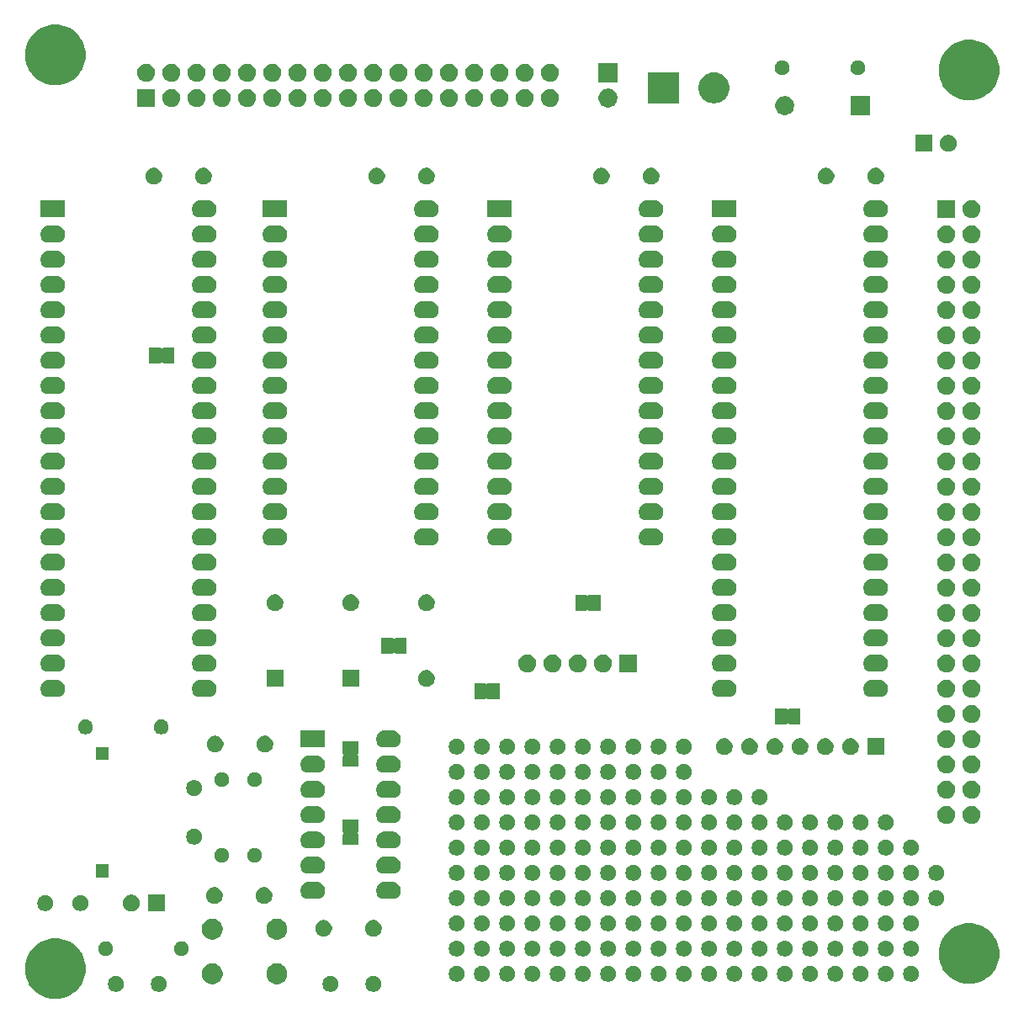
<source format=gbs>
G04 #@! TF.GenerationSoftware,KiCad,Pcbnew,(5.1.5)-3*
G04 #@! TF.CreationDate,2020-12-26T21:56:58-08:00*
G04 #@! TF.ProjectId,mgh80,6d676838-302e-46b6-9963-61645f706362,rev?*
G04 #@! TF.SameCoordinates,Original*
G04 #@! TF.FileFunction,Soldermask,Bot*
G04 #@! TF.FilePolarity,Negative*
%FSLAX46Y46*%
G04 Gerber Fmt 4.6, Leading zero omitted, Abs format (unit mm)*
G04 Created by KiCad (PCBNEW (5.1.5)-3) date 2020-12-26 21:56:58*
%MOMM*%
%LPD*%
G04 APERTURE LIST*
%ADD10C,0.100000*%
G04 APERTURE END LIST*
D10*
G36*
X89027943Y-134226248D02*
G01*
X89583189Y-134456238D01*
X89824372Y-134617392D01*
X90082899Y-134790134D01*
X90507866Y-135215101D01*
X90605782Y-135361643D01*
X90841762Y-135714811D01*
X91071752Y-136270057D01*
X91189000Y-136859501D01*
X91189000Y-137460499D01*
X91071752Y-138049943D01*
X90841762Y-138605189D01*
X90774021Y-138706570D01*
X90507866Y-139104899D01*
X90082899Y-139529866D01*
X89942573Y-139623629D01*
X89583189Y-139863762D01*
X89027943Y-140093752D01*
X88438499Y-140211000D01*
X87837501Y-140211000D01*
X87248057Y-140093752D01*
X86692811Y-139863762D01*
X86333427Y-139623629D01*
X86193101Y-139529866D01*
X85768134Y-139104899D01*
X85501979Y-138706570D01*
X85434238Y-138605189D01*
X85204248Y-138049943D01*
X85087000Y-137460499D01*
X85087000Y-136859501D01*
X85204248Y-136270057D01*
X85434238Y-135714811D01*
X85670218Y-135361643D01*
X85768134Y-135215101D01*
X86193101Y-134790134D01*
X86451628Y-134617392D01*
X86692811Y-134456238D01*
X87248057Y-134226248D01*
X87837501Y-134109000D01*
X88438499Y-134109000D01*
X89027943Y-134226248D01*
G37*
G36*
X98785642Y-137912781D02*
G01*
X98931414Y-137973162D01*
X98931416Y-137973163D01*
X99062608Y-138060822D01*
X99174178Y-138172392D01*
X99261837Y-138303584D01*
X99261838Y-138303586D01*
X99322219Y-138449358D01*
X99353000Y-138604107D01*
X99353000Y-138761893D01*
X99322219Y-138916642D01*
X99302346Y-138964619D01*
X99261837Y-139062416D01*
X99174178Y-139193608D01*
X99062608Y-139305178D01*
X98931416Y-139392837D01*
X98931415Y-139392838D01*
X98931414Y-139392838D01*
X98785642Y-139453219D01*
X98630893Y-139484000D01*
X98473107Y-139484000D01*
X98318358Y-139453219D01*
X98172586Y-139392838D01*
X98172585Y-139392838D01*
X98172584Y-139392837D01*
X98041392Y-139305178D01*
X97929822Y-139193608D01*
X97842163Y-139062416D01*
X97801654Y-138964619D01*
X97781781Y-138916642D01*
X97751000Y-138761893D01*
X97751000Y-138604107D01*
X97781781Y-138449358D01*
X97842162Y-138303586D01*
X97842163Y-138303584D01*
X97929822Y-138172392D01*
X98041392Y-138060822D01*
X98172584Y-137973163D01*
X98172586Y-137973162D01*
X98318358Y-137912781D01*
X98473107Y-137882000D01*
X98630893Y-137882000D01*
X98785642Y-137912781D01*
G37*
G36*
X94472642Y-137912781D02*
G01*
X94618414Y-137973162D01*
X94618416Y-137973163D01*
X94749608Y-138060822D01*
X94861178Y-138172392D01*
X94948837Y-138303584D01*
X94948838Y-138303586D01*
X95009219Y-138449358D01*
X95040000Y-138604107D01*
X95040000Y-138761893D01*
X95009219Y-138916642D01*
X94989346Y-138964619D01*
X94948837Y-139062416D01*
X94861178Y-139193608D01*
X94749608Y-139305178D01*
X94618416Y-139392837D01*
X94618415Y-139392838D01*
X94618414Y-139392838D01*
X94472642Y-139453219D01*
X94317893Y-139484000D01*
X94160107Y-139484000D01*
X94005358Y-139453219D01*
X93859586Y-139392838D01*
X93859585Y-139392838D01*
X93859584Y-139392837D01*
X93728392Y-139305178D01*
X93616822Y-139193608D01*
X93529163Y-139062416D01*
X93488654Y-138964619D01*
X93468781Y-138916642D01*
X93438000Y-138761893D01*
X93438000Y-138604107D01*
X93468781Y-138449358D01*
X93529162Y-138303586D01*
X93529163Y-138303584D01*
X93616822Y-138172392D01*
X93728392Y-138060822D01*
X93859584Y-137973163D01*
X93859586Y-137973162D01*
X94005358Y-137912781D01*
X94160107Y-137882000D01*
X94317893Y-137882000D01*
X94472642Y-137912781D01*
G37*
G36*
X116058642Y-137908781D02*
G01*
X116204414Y-137969162D01*
X116204416Y-137969163D01*
X116335608Y-138056822D01*
X116447178Y-138168392D01*
X116528552Y-138290178D01*
X116534838Y-138299586D01*
X116595219Y-138445358D01*
X116626000Y-138600107D01*
X116626000Y-138757893D01*
X116595219Y-138912642D01*
X116543092Y-139038486D01*
X116534837Y-139058416D01*
X116447178Y-139189608D01*
X116335608Y-139301178D01*
X116204416Y-139388837D01*
X116204415Y-139388838D01*
X116204414Y-139388838D01*
X116058642Y-139449219D01*
X115903893Y-139480000D01*
X115746107Y-139480000D01*
X115591358Y-139449219D01*
X115445586Y-139388838D01*
X115445585Y-139388838D01*
X115445584Y-139388837D01*
X115314392Y-139301178D01*
X115202822Y-139189608D01*
X115115163Y-139058416D01*
X115106908Y-139038486D01*
X115054781Y-138912642D01*
X115024000Y-138757893D01*
X115024000Y-138600107D01*
X115054781Y-138445358D01*
X115115162Y-138299586D01*
X115121448Y-138290178D01*
X115202822Y-138168392D01*
X115314392Y-138056822D01*
X115445584Y-137969163D01*
X115445586Y-137969162D01*
X115591358Y-137908781D01*
X115746107Y-137878000D01*
X115903893Y-137878000D01*
X116058642Y-137908781D01*
G37*
G36*
X120375642Y-137908781D02*
G01*
X120521414Y-137969162D01*
X120521416Y-137969163D01*
X120652608Y-138056822D01*
X120764178Y-138168392D01*
X120845552Y-138290178D01*
X120851838Y-138299586D01*
X120912219Y-138445358D01*
X120943000Y-138600107D01*
X120943000Y-138757893D01*
X120912219Y-138912642D01*
X120860092Y-139038486D01*
X120851837Y-139058416D01*
X120764178Y-139189608D01*
X120652608Y-139301178D01*
X120521416Y-139388837D01*
X120521415Y-139388838D01*
X120521414Y-139388838D01*
X120375642Y-139449219D01*
X120220893Y-139480000D01*
X120063107Y-139480000D01*
X119908358Y-139449219D01*
X119762586Y-139388838D01*
X119762585Y-139388838D01*
X119762584Y-139388837D01*
X119631392Y-139301178D01*
X119519822Y-139189608D01*
X119432163Y-139058416D01*
X119423908Y-139038486D01*
X119371781Y-138912642D01*
X119341000Y-138757893D01*
X119341000Y-138600107D01*
X119371781Y-138445358D01*
X119432162Y-138299586D01*
X119438448Y-138290178D01*
X119519822Y-138168392D01*
X119631392Y-138056822D01*
X119762584Y-137969163D01*
X119762586Y-137969162D01*
X119908358Y-137908781D01*
X120063107Y-137878000D01*
X120220893Y-137878000D01*
X120375642Y-137908781D01*
G37*
G36*
X104244564Y-136657389D02*
G01*
X104435833Y-136736615D01*
X104435835Y-136736616D01*
X104607973Y-136851635D01*
X104754365Y-136998027D01*
X104869385Y-137170167D01*
X104948611Y-137361436D01*
X104989000Y-137564484D01*
X104989000Y-137771516D01*
X104948611Y-137974564D01*
X104869385Y-138165833D01*
X104869384Y-138165835D01*
X104754365Y-138337973D01*
X104607973Y-138484365D01*
X104435835Y-138599384D01*
X104435834Y-138599385D01*
X104435833Y-138599385D01*
X104244564Y-138678611D01*
X104041516Y-138719000D01*
X103834484Y-138719000D01*
X103631436Y-138678611D01*
X103440167Y-138599385D01*
X103440166Y-138599385D01*
X103440165Y-138599384D01*
X103268027Y-138484365D01*
X103121635Y-138337973D01*
X103006616Y-138165835D01*
X103006615Y-138165833D01*
X102927389Y-137974564D01*
X102887000Y-137771516D01*
X102887000Y-137564484D01*
X102927389Y-137361436D01*
X103006615Y-137170167D01*
X103121635Y-136998027D01*
X103268027Y-136851635D01*
X103440165Y-136736616D01*
X103440167Y-136736615D01*
X103631436Y-136657389D01*
X103834484Y-136617000D01*
X104041516Y-136617000D01*
X104244564Y-136657389D01*
G37*
G36*
X110744564Y-136657389D02*
G01*
X110935833Y-136736615D01*
X110935835Y-136736616D01*
X111107973Y-136851635D01*
X111254365Y-136998027D01*
X111369385Y-137170167D01*
X111448611Y-137361436D01*
X111489000Y-137564484D01*
X111489000Y-137771516D01*
X111448611Y-137974564D01*
X111369385Y-138165833D01*
X111369384Y-138165835D01*
X111254365Y-138337973D01*
X111107973Y-138484365D01*
X110935835Y-138599384D01*
X110935834Y-138599385D01*
X110935833Y-138599385D01*
X110744564Y-138678611D01*
X110541516Y-138719000D01*
X110334484Y-138719000D01*
X110131436Y-138678611D01*
X109940167Y-138599385D01*
X109940166Y-138599385D01*
X109940165Y-138599384D01*
X109768027Y-138484365D01*
X109621635Y-138337973D01*
X109506616Y-138165835D01*
X109506615Y-138165833D01*
X109427389Y-137974564D01*
X109387000Y-137771516D01*
X109387000Y-137564484D01*
X109427389Y-137361436D01*
X109506615Y-137170167D01*
X109621635Y-136998027D01*
X109768027Y-136851635D01*
X109940165Y-136736616D01*
X109940167Y-136736615D01*
X110131436Y-136657389D01*
X110334484Y-136617000D01*
X110541516Y-136617000D01*
X110744564Y-136657389D01*
G37*
G36*
X180975943Y-132702248D02*
G01*
X181531189Y-132932238D01*
X181729109Y-133064484D01*
X182030899Y-133266134D01*
X182455866Y-133691101D01*
X182605001Y-133914297D01*
X182789762Y-134190811D01*
X183019752Y-134746057D01*
X183137000Y-135335501D01*
X183137000Y-135936499D01*
X183019752Y-136525943D01*
X182789762Y-137081189D01*
X182722021Y-137182570D01*
X182455866Y-137580899D01*
X182030899Y-138005866D01*
X181890573Y-138099629D01*
X181531189Y-138339762D01*
X180975943Y-138569752D01*
X180386499Y-138687000D01*
X179785501Y-138687000D01*
X179196057Y-138569752D01*
X178640811Y-138339762D01*
X178281427Y-138099629D01*
X178141101Y-138005866D01*
X177716134Y-137580899D01*
X177449979Y-137182570D01*
X177382238Y-137081189D01*
X177152248Y-136525943D01*
X177035000Y-135936499D01*
X177035000Y-135335501D01*
X177152248Y-134746057D01*
X177382238Y-134190811D01*
X177566999Y-133914297D01*
X177716134Y-133691101D01*
X178141101Y-133266134D01*
X178442891Y-133064484D01*
X178640811Y-132932238D01*
X179196057Y-132702248D01*
X179785501Y-132585000D01*
X180386499Y-132585000D01*
X180975943Y-132702248D01*
G37*
G36*
X149077642Y-136897781D02*
G01*
X149194948Y-136946371D01*
X149223416Y-136958163D01*
X149354608Y-137045822D01*
X149466178Y-137157392D01*
X149553837Y-137288584D01*
X149553838Y-137288586D01*
X149614219Y-137434358D01*
X149645000Y-137589107D01*
X149645000Y-137746893D01*
X149614219Y-137901642D01*
X149584013Y-137974565D01*
X149553837Y-138047416D01*
X149466178Y-138178608D01*
X149354608Y-138290178D01*
X149223416Y-138377837D01*
X149223415Y-138377838D01*
X149223414Y-138377838D01*
X149077642Y-138438219D01*
X148922893Y-138469000D01*
X148765107Y-138469000D01*
X148610358Y-138438219D01*
X148464586Y-138377838D01*
X148464585Y-138377838D01*
X148464584Y-138377837D01*
X148333392Y-138290178D01*
X148221822Y-138178608D01*
X148134163Y-138047416D01*
X148103987Y-137974565D01*
X148073781Y-137901642D01*
X148043000Y-137746893D01*
X148043000Y-137589107D01*
X148073781Y-137434358D01*
X148134162Y-137288586D01*
X148134163Y-137288584D01*
X148221822Y-137157392D01*
X148333392Y-137045822D01*
X148464584Y-136958163D01*
X148493052Y-136946371D01*
X148610358Y-136897781D01*
X148765107Y-136867000D01*
X148922893Y-136867000D01*
X149077642Y-136897781D01*
G37*
G36*
X128757642Y-136897781D02*
G01*
X128874948Y-136946371D01*
X128903416Y-136958163D01*
X129034608Y-137045822D01*
X129146178Y-137157392D01*
X129233837Y-137288584D01*
X129233838Y-137288586D01*
X129294219Y-137434358D01*
X129325000Y-137589107D01*
X129325000Y-137746893D01*
X129294219Y-137901642D01*
X129264013Y-137974565D01*
X129233837Y-138047416D01*
X129146178Y-138178608D01*
X129034608Y-138290178D01*
X128903416Y-138377837D01*
X128903415Y-138377838D01*
X128903414Y-138377838D01*
X128757642Y-138438219D01*
X128602893Y-138469000D01*
X128445107Y-138469000D01*
X128290358Y-138438219D01*
X128144586Y-138377838D01*
X128144585Y-138377838D01*
X128144584Y-138377837D01*
X128013392Y-138290178D01*
X127901822Y-138178608D01*
X127814163Y-138047416D01*
X127783987Y-137974565D01*
X127753781Y-137901642D01*
X127723000Y-137746893D01*
X127723000Y-137589107D01*
X127753781Y-137434358D01*
X127814162Y-137288586D01*
X127814163Y-137288584D01*
X127901822Y-137157392D01*
X128013392Y-137045822D01*
X128144584Y-136958163D01*
X128173052Y-136946371D01*
X128290358Y-136897781D01*
X128445107Y-136867000D01*
X128602893Y-136867000D01*
X128757642Y-136897781D01*
G37*
G36*
X131297642Y-136897781D02*
G01*
X131414948Y-136946371D01*
X131443416Y-136958163D01*
X131574608Y-137045822D01*
X131686178Y-137157392D01*
X131773837Y-137288584D01*
X131773838Y-137288586D01*
X131834219Y-137434358D01*
X131865000Y-137589107D01*
X131865000Y-137746893D01*
X131834219Y-137901642D01*
X131804013Y-137974565D01*
X131773837Y-138047416D01*
X131686178Y-138178608D01*
X131574608Y-138290178D01*
X131443416Y-138377837D01*
X131443415Y-138377838D01*
X131443414Y-138377838D01*
X131297642Y-138438219D01*
X131142893Y-138469000D01*
X130985107Y-138469000D01*
X130830358Y-138438219D01*
X130684586Y-138377838D01*
X130684585Y-138377838D01*
X130684584Y-138377837D01*
X130553392Y-138290178D01*
X130441822Y-138178608D01*
X130354163Y-138047416D01*
X130323987Y-137974565D01*
X130293781Y-137901642D01*
X130263000Y-137746893D01*
X130263000Y-137589107D01*
X130293781Y-137434358D01*
X130354162Y-137288586D01*
X130354163Y-137288584D01*
X130441822Y-137157392D01*
X130553392Y-137045822D01*
X130684584Y-136958163D01*
X130713052Y-136946371D01*
X130830358Y-136897781D01*
X130985107Y-136867000D01*
X131142893Y-136867000D01*
X131297642Y-136897781D01*
G37*
G36*
X133837642Y-136897781D02*
G01*
X133954948Y-136946371D01*
X133983416Y-136958163D01*
X134114608Y-137045822D01*
X134226178Y-137157392D01*
X134313837Y-137288584D01*
X134313838Y-137288586D01*
X134374219Y-137434358D01*
X134405000Y-137589107D01*
X134405000Y-137746893D01*
X134374219Y-137901642D01*
X134344013Y-137974565D01*
X134313837Y-138047416D01*
X134226178Y-138178608D01*
X134114608Y-138290178D01*
X133983416Y-138377837D01*
X133983415Y-138377838D01*
X133983414Y-138377838D01*
X133837642Y-138438219D01*
X133682893Y-138469000D01*
X133525107Y-138469000D01*
X133370358Y-138438219D01*
X133224586Y-138377838D01*
X133224585Y-138377838D01*
X133224584Y-138377837D01*
X133093392Y-138290178D01*
X132981822Y-138178608D01*
X132894163Y-138047416D01*
X132863987Y-137974565D01*
X132833781Y-137901642D01*
X132803000Y-137746893D01*
X132803000Y-137589107D01*
X132833781Y-137434358D01*
X132894162Y-137288586D01*
X132894163Y-137288584D01*
X132981822Y-137157392D01*
X133093392Y-137045822D01*
X133224584Y-136958163D01*
X133253052Y-136946371D01*
X133370358Y-136897781D01*
X133525107Y-136867000D01*
X133682893Y-136867000D01*
X133837642Y-136897781D01*
G37*
G36*
X138917642Y-136897781D02*
G01*
X139034948Y-136946371D01*
X139063416Y-136958163D01*
X139194608Y-137045822D01*
X139306178Y-137157392D01*
X139393837Y-137288584D01*
X139393838Y-137288586D01*
X139454219Y-137434358D01*
X139485000Y-137589107D01*
X139485000Y-137746893D01*
X139454219Y-137901642D01*
X139424013Y-137974565D01*
X139393837Y-138047416D01*
X139306178Y-138178608D01*
X139194608Y-138290178D01*
X139063416Y-138377837D01*
X139063415Y-138377838D01*
X139063414Y-138377838D01*
X138917642Y-138438219D01*
X138762893Y-138469000D01*
X138605107Y-138469000D01*
X138450358Y-138438219D01*
X138304586Y-138377838D01*
X138304585Y-138377838D01*
X138304584Y-138377837D01*
X138173392Y-138290178D01*
X138061822Y-138178608D01*
X137974163Y-138047416D01*
X137943987Y-137974565D01*
X137913781Y-137901642D01*
X137883000Y-137746893D01*
X137883000Y-137589107D01*
X137913781Y-137434358D01*
X137974162Y-137288586D01*
X137974163Y-137288584D01*
X138061822Y-137157392D01*
X138173392Y-137045822D01*
X138304584Y-136958163D01*
X138333052Y-136946371D01*
X138450358Y-136897781D01*
X138605107Y-136867000D01*
X138762893Y-136867000D01*
X138917642Y-136897781D01*
G37*
G36*
X141457642Y-136897781D02*
G01*
X141574948Y-136946371D01*
X141603416Y-136958163D01*
X141734608Y-137045822D01*
X141846178Y-137157392D01*
X141933837Y-137288584D01*
X141933838Y-137288586D01*
X141994219Y-137434358D01*
X142025000Y-137589107D01*
X142025000Y-137746893D01*
X141994219Y-137901642D01*
X141964013Y-137974565D01*
X141933837Y-138047416D01*
X141846178Y-138178608D01*
X141734608Y-138290178D01*
X141603416Y-138377837D01*
X141603415Y-138377838D01*
X141603414Y-138377838D01*
X141457642Y-138438219D01*
X141302893Y-138469000D01*
X141145107Y-138469000D01*
X140990358Y-138438219D01*
X140844586Y-138377838D01*
X140844585Y-138377838D01*
X140844584Y-138377837D01*
X140713392Y-138290178D01*
X140601822Y-138178608D01*
X140514163Y-138047416D01*
X140483987Y-137974565D01*
X140453781Y-137901642D01*
X140423000Y-137746893D01*
X140423000Y-137589107D01*
X140453781Y-137434358D01*
X140514162Y-137288586D01*
X140514163Y-137288584D01*
X140601822Y-137157392D01*
X140713392Y-137045822D01*
X140844584Y-136958163D01*
X140873052Y-136946371D01*
X140990358Y-136897781D01*
X141145107Y-136867000D01*
X141302893Y-136867000D01*
X141457642Y-136897781D01*
G37*
G36*
X143997642Y-136897781D02*
G01*
X144114948Y-136946371D01*
X144143416Y-136958163D01*
X144274608Y-137045822D01*
X144386178Y-137157392D01*
X144473837Y-137288584D01*
X144473838Y-137288586D01*
X144534219Y-137434358D01*
X144565000Y-137589107D01*
X144565000Y-137746893D01*
X144534219Y-137901642D01*
X144504013Y-137974565D01*
X144473837Y-138047416D01*
X144386178Y-138178608D01*
X144274608Y-138290178D01*
X144143416Y-138377837D01*
X144143415Y-138377838D01*
X144143414Y-138377838D01*
X143997642Y-138438219D01*
X143842893Y-138469000D01*
X143685107Y-138469000D01*
X143530358Y-138438219D01*
X143384586Y-138377838D01*
X143384585Y-138377838D01*
X143384584Y-138377837D01*
X143253392Y-138290178D01*
X143141822Y-138178608D01*
X143054163Y-138047416D01*
X143023987Y-137974565D01*
X142993781Y-137901642D01*
X142963000Y-137746893D01*
X142963000Y-137589107D01*
X142993781Y-137434358D01*
X143054162Y-137288586D01*
X143054163Y-137288584D01*
X143141822Y-137157392D01*
X143253392Y-137045822D01*
X143384584Y-136958163D01*
X143413052Y-136946371D01*
X143530358Y-136897781D01*
X143685107Y-136867000D01*
X143842893Y-136867000D01*
X143997642Y-136897781D01*
G37*
G36*
X146537642Y-136897781D02*
G01*
X146654948Y-136946371D01*
X146683416Y-136958163D01*
X146814608Y-137045822D01*
X146926178Y-137157392D01*
X147013837Y-137288584D01*
X147013838Y-137288586D01*
X147074219Y-137434358D01*
X147105000Y-137589107D01*
X147105000Y-137746893D01*
X147074219Y-137901642D01*
X147044013Y-137974565D01*
X147013837Y-138047416D01*
X146926178Y-138178608D01*
X146814608Y-138290178D01*
X146683416Y-138377837D01*
X146683415Y-138377838D01*
X146683414Y-138377838D01*
X146537642Y-138438219D01*
X146382893Y-138469000D01*
X146225107Y-138469000D01*
X146070358Y-138438219D01*
X145924586Y-138377838D01*
X145924585Y-138377838D01*
X145924584Y-138377837D01*
X145793392Y-138290178D01*
X145681822Y-138178608D01*
X145594163Y-138047416D01*
X145563987Y-137974565D01*
X145533781Y-137901642D01*
X145503000Y-137746893D01*
X145503000Y-137589107D01*
X145533781Y-137434358D01*
X145594162Y-137288586D01*
X145594163Y-137288584D01*
X145681822Y-137157392D01*
X145793392Y-137045822D01*
X145924584Y-136958163D01*
X145953052Y-136946371D01*
X146070358Y-136897781D01*
X146225107Y-136867000D01*
X146382893Y-136867000D01*
X146537642Y-136897781D01*
G37*
G36*
X151617642Y-136897781D02*
G01*
X151734948Y-136946371D01*
X151763416Y-136958163D01*
X151894608Y-137045822D01*
X152006178Y-137157392D01*
X152093837Y-137288584D01*
X152093838Y-137288586D01*
X152154219Y-137434358D01*
X152185000Y-137589107D01*
X152185000Y-137746893D01*
X152154219Y-137901642D01*
X152124013Y-137974565D01*
X152093837Y-138047416D01*
X152006178Y-138178608D01*
X151894608Y-138290178D01*
X151763416Y-138377837D01*
X151763415Y-138377838D01*
X151763414Y-138377838D01*
X151617642Y-138438219D01*
X151462893Y-138469000D01*
X151305107Y-138469000D01*
X151150358Y-138438219D01*
X151004586Y-138377838D01*
X151004585Y-138377838D01*
X151004584Y-138377837D01*
X150873392Y-138290178D01*
X150761822Y-138178608D01*
X150674163Y-138047416D01*
X150643987Y-137974565D01*
X150613781Y-137901642D01*
X150583000Y-137746893D01*
X150583000Y-137589107D01*
X150613781Y-137434358D01*
X150674162Y-137288586D01*
X150674163Y-137288584D01*
X150761822Y-137157392D01*
X150873392Y-137045822D01*
X151004584Y-136958163D01*
X151033052Y-136946371D01*
X151150358Y-136897781D01*
X151305107Y-136867000D01*
X151462893Y-136867000D01*
X151617642Y-136897781D01*
G37*
G36*
X156697642Y-136897781D02*
G01*
X156814948Y-136946371D01*
X156843416Y-136958163D01*
X156974608Y-137045822D01*
X157086178Y-137157392D01*
X157173837Y-137288584D01*
X157173838Y-137288586D01*
X157234219Y-137434358D01*
X157265000Y-137589107D01*
X157265000Y-137746893D01*
X157234219Y-137901642D01*
X157204013Y-137974565D01*
X157173837Y-138047416D01*
X157086178Y-138178608D01*
X156974608Y-138290178D01*
X156843416Y-138377837D01*
X156843415Y-138377838D01*
X156843414Y-138377838D01*
X156697642Y-138438219D01*
X156542893Y-138469000D01*
X156385107Y-138469000D01*
X156230358Y-138438219D01*
X156084586Y-138377838D01*
X156084585Y-138377838D01*
X156084584Y-138377837D01*
X155953392Y-138290178D01*
X155841822Y-138178608D01*
X155754163Y-138047416D01*
X155723987Y-137974565D01*
X155693781Y-137901642D01*
X155663000Y-137746893D01*
X155663000Y-137589107D01*
X155693781Y-137434358D01*
X155754162Y-137288586D01*
X155754163Y-137288584D01*
X155841822Y-137157392D01*
X155953392Y-137045822D01*
X156084584Y-136958163D01*
X156113052Y-136946371D01*
X156230358Y-136897781D01*
X156385107Y-136867000D01*
X156542893Y-136867000D01*
X156697642Y-136897781D01*
G37*
G36*
X136377642Y-136897781D02*
G01*
X136494948Y-136946371D01*
X136523416Y-136958163D01*
X136654608Y-137045822D01*
X136766178Y-137157392D01*
X136853837Y-137288584D01*
X136853838Y-137288586D01*
X136914219Y-137434358D01*
X136945000Y-137589107D01*
X136945000Y-137746893D01*
X136914219Y-137901642D01*
X136884013Y-137974565D01*
X136853837Y-138047416D01*
X136766178Y-138178608D01*
X136654608Y-138290178D01*
X136523416Y-138377837D01*
X136523415Y-138377838D01*
X136523414Y-138377838D01*
X136377642Y-138438219D01*
X136222893Y-138469000D01*
X136065107Y-138469000D01*
X135910358Y-138438219D01*
X135764586Y-138377838D01*
X135764585Y-138377838D01*
X135764584Y-138377837D01*
X135633392Y-138290178D01*
X135521822Y-138178608D01*
X135434163Y-138047416D01*
X135403987Y-137974565D01*
X135373781Y-137901642D01*
X135343000Y-137746893D01*
X135343000Y-137589107D01*
X135373781Y-137434358D01*
X135434162Y-137288586D01*
X135434163Y-137288584D01*
X135521822Y-137157392D01*
X135633392Y-137045822D01*
X135764584Y-136958163D01*
X135793052Y-136946371D01*
X135910358Y-136897781D01*
X136065107Y-136867000D01*
X136222893Y-136867000D01*
X136377642Y-136897781D01*
G37*
G36*
X174477642Y-136897781D02*
G01*
X174594948Y-136946371D01*
X174623416Y-136958163D01*
X174754608Y-137045822D01*
X174866178Y-137157392D01*
X174953837Y-137288584D01*
X174953838Y-137288586D01*
X175014219Y-137434358D01*
X175045000Y-137589107D01*
X175045000Y-137746893D01*
X175014219Y-137901642D01*
X174984013Y-137974565D01*
X174953837Y-138047416D01*
X174866178Y-138178608D01*
X174754608Y-138290178D01*
X174623416Y-138377837D01*
X174623415Y-138377838D01*
X174623414Y-138377838D01*
X174477642Y-138438219D01*
X174322893Y-138469000D01*
X174165107Y-138469000D01*
X174010358Y-138438219D01*
X173864586Y-138377838D01*
X173864585Y-138377838D01*
X173864584Y-138377837D01*
X173733392Y-138290178D01*
X173621822Y-138178608D01*
X173534163Y-138047416D01*
X173503987Y-137974565D01*
X173473781Y-137901642D01*
X173443000Y-137746893D01*
X173443000Y-137589107D01*
X173473781Y-137434358D01*
X173534162Y-137288586D01*
X173534163Y-137288584D01*
X173621822Y-137157392D01*
X173733392Y-137045822D01*
X173864584Y-136958163D01*
X173893052Y-136946371D01*
X174010358Y-136897781D01*
X174165107Y-136867000D01*
X174322893Y-136867000D01*
X174477642Y-136897781D01*
G37*
G36*
X171937642Y-136897781D02*
G01*
X172054948Y-136946371D01*
X172083416Y-136958163D01*
X172214608Y-137045822D01*
X172326178Y-137157392D01*
X172413837Y-137288584D01*
X172413838Y-137288586D01*
X172474219Y-137434358D01*
X172505000Y-137589107D01*
X172505000Y-137746893D01*
X172474219Y-137901642D01*
X172444013Y-137974565D01*
X172413837Y-138047416D01*
X172326178Y-138178608D01*
X172214608Y-138290178D01*
X172083416Y-138377837D01*
X172083415Y-138377838D01*
X172083414Y-138377838D01*
X171937642Y-138438219D01*
X171782893Y-138469000D01*
X171625107Y-138469000D01*
X171470358Y-138438219D01*
X171324586Y-138377838D01*
X171324585Y-138377838D01*
X171324584Y-138377837D01*
X171193392Y-138290178D01*
X171081822Y-138178608D01*
X170994163Y-138047416D01*
X170963987Y-137974565D01*
X170933781Y-137901642D01*
X170903000Y-137746893D01*
X170903000Y-137589107D01*
X170933781Y-137434358D01*
X170994162Y-137288586D01*
X170994163Y-137288584D01*
X171081822Y-137157392D01*
X171193392Y-137045822D01*
X171324584Y-136958163D01*
X171353052Y-136946371D01*
X171470358Y-136897781D01*
X171625107Y-136867000D01*
X171782893Y-136867000D01*
X171937642Y-136897781D01*
G37*
G36*
X169397642Y-136897781D02*
G01*
X169514948Y-136946371D01*
X169543416Y-136958163D01*
X169674608Y-137045822D01*
X169786178Y-137157392D01*
X169873837Y-137288584D01*
X169873838Y-137288586D01*
X169934219Y-137434358D01*
X169965000Y-137589107D01*
X169965000Y-137746893D01*
X169934219Y-137901642D01*
X169904013Y-137974565D01*
X169873837Y-138047416D01*
X169786178Y-138178608D01*
X169674608Y-138290178D01*
X169543416Y-138377837D01*
X169543415Y-138377838D01*
X169543414Y-138377838D01*
X169397642Y-138438219D01*
X169242893Y-138469000D01*
X169085107Y-138469000D01*
X168930358Y-138438219D01*
X168784586Y-138377838D01*
X168784585Y-138377838D01*
X168784584Y-138377837D01*
X168653392Y-138290178D01*
X168541822Y-138178608D01*
X168454163Y-138047416D01*
X168423987Y-137974565D01*
X168393781Y-137901642D01*
X168363000Y-137746893D01*
X168363000Y-137589107D01*
X168393781Y-137434358D01*
X168454162Y-137288586D01*
X168454163Y-137288584D01*
X168541822Y-137157392D01*
X168653392Y-137045822D01*
X168784584Y-136958163D01*
X168813052Y-136946371D01*
X168930358Y-136897781D01*
X169085107Y-136867000D01*
X169242893Y-136867000D01*
X169397642Y-136897781D01*
G37*
G36*
X166857642Y-136897781D02*
G01*
X166974948Y-136946371D01*
X167003416Y-136958163D01*
X167134608Y-137045822D01*
X167246178Y-137157392D01*
X167333837Y-137288584D01*
X167333838Y-137288586D01*
X167394219Y-137434358D01*
X167425000Y-137589107D01*
X167425000Y-137746893D01*
X167394219Y-137901642D01*
X167364013Y-137974565D01*
X167333837Y-138047416D01*
X167246178Y-138178608D01*
X167134608Y-138290178D01*
X167003416Y-138377837D01*
X167003415Y-138377838D01*
X167003414Y-138377838D01*
X166857642Y-138438219D01*
X166702893Y-138469000D01*
X166545107Y-138469000D01*
X166390358Y-138438219D01*
X166244586Y-138377838D01*
X166244585Y-138377838D01*
X166244584Y-138377837D01*
X166113392Y-138290178D01*
X166001822Y-138178608D01*
X165914163Y-138047416D01*
X165883987Y-137974565D01*
X165853781Y-137901642D01*
X165823000Y-137746893D01*
X165823000Y-137589107D01*
X165853781Y-137434358D01*
X165914162Y-137288586D01*
X165914163Y-137288584D01*
X166001822Y-137157392D01*
X166113392Y-137045822D01*
X166244584Y-136958163D01*
X166273052Y-136946371D01*
X166390358Y-136897781D01*
X166545107Y-136867000D01*
X166702893Y-136867000D01*
X166857642Y-136897781D01*
G37*
G36*
X164317642Y-136897781D02*
G01*
X164434948Y-136946371D01*
X164463416Y-136958163D01*
X164594608Y-137045822D01*
X164706178Y-137157392D01*
X164793837Y-137288584D01*
X164793838Y-137288586D01*
X164854219Y-137434358D01*
X164885000Y-137589107D01*
X164885000Y-137746893D01*
X164854219Y-137901642D01*
X164824013Y-137974565D01*
X164793837Y-138047416D01*
X164706178Y-138178608D01*
X164594608Y-138290178D01*
X164463416Y-138377837D01*
X164463415Y-138377838D01*
X164463414Y-138377838D01*
X164317642Y-138438219D01*
X164162893Y-138469000D01*
X164005107Y-138469000D01*
X163850358Y-138438219D01*
X163704586Y-138377838D01*
X163704585Y-138377838D01*
X163704584Y-138377837D01*
X163573392Y-138290178D01*
X163461822Y-138178608D01*
X163374163Y-138047416D01*
X163343987Y-137974565D01*
X163313781Y-137901642D01*
X163283000Y-137746893D01*
X163283000Y-137589107D01*
X163313781Y-137434358D01*
X163374162Y-137288586D01*
X163374163Y-137288584D01*
X163461822Y-137157392D01*
X163573392Y-137045822D01*
X163704584Y-136958163D01*
X163733052Y-136946371D01*
X163850358Y-136897781D01*
X164005107Y-136867000D01*
X164162893Y-136867000D01*
X164317642Y-136897781D01*
G37*
G36*
X161777642Y-136897781D02*
G01*
X161894948Y-136946371D01*
X161923416Y-136958163D01*
X162054608Y-137045822D01*
X162166178Y-137157392D01*
X162253837Y-137288584D01*
X162253838Y-137288586D01*
X162314219Y-137434358D01*
X162345000Y-137589107D01*
X162345000Y-137746893D01*
X162314219Y-137901642D01*
X162284013Y-137974565D01*
X162253837Y-138047416D01*
X162166178Y-138178608D01*
X162054608Y-138290178D01*
X161923416Y-138377837D01*
X161923415Y-138377838D01*
X161923414Y-138377838D01*
X161777642Y-138438219D01*
X161622893Y-138469000D01*
X161465107Y-138469000D01*
X161310358Y-138438219D01*
X161164586Y-138377838D01*
X161164585Y-138377838D01*
X161164584Y-138377837D01*
X161033392Y-138290178D01*
X160921822Y-138178608D01*
X160834163Y-138047416D01*
X160803987Y-137974565D01*
X160773781Y-137901642D01*
X160743000Y-137746893D01*
X160743000Y-137589107D01*
X160773781Y-137434358D01*
X160834162Y-137288586D01*
X160834163Y-137288584D01*
X160921822Y-137157392D01*
X161033392Y-137045822D01*
X161164584Y-136958163D01*
X161193052Y-136946371D01*
X161310358Y-136897781D01*
X161465107Y-136867000D01*
X161622893Y-136867000D01*
X161777642Y-136897781D01*
G37*
G36*
X159237642Y-136897781D02*
G01*
X159354948Y-136946371D01*
X159383416Y-136958163D01*
X159514608Y-137045822D01*
X159626178Y-137157392D01*
X159713837Y-137288584D01*
X159713838Y-137288586D01*
X159774219Y-137434358D01*
X159805000Y-137589107D01*
X159805000Y-137746893D01*
X159774219Y-137901642D01*
X159744013Y-137974565D01*
X159713837Y-138047416D01*
X159626178Y-138178608D01*
X159514608Y-138290178D01*
X159383416Y-138377837D01*
X159383415Y-138377838D01*
X159383414Y-138377838D01*
X159237642Y-138438219D01*
X159082893Y-138469000D01*
X158925107Y-138469000D01*
X158770358Y-138438219D01*
X158624586Y-138377838D01*
X158624585Y-138377838D01*
X158624584Y-138377837D01*
X158493392Y-138290178D01*
X158381822Y-138178608D01*
X158294163Y-138047416D01*
X158263987Y-137974565D01*
X158233781Y-137901642D01*
X158203000Y-137746893D01*
X158203000Y-137589107D01*
X158233781Y-137434358D01*
X158294162Y-137288586D01*
X158294163Y-137288584D01*
X158381822Y-137157392D01*
X158493392Y-137045822D01*
X158624584Y-136958163D01*
X158653052Y-136946371D01*
X158770358Y-136897781D01*
X158925107Y-136867000D01*
X159082893Y-136867000D01*
X159237642Y-136897781D01*
G37*
G36*
X154157642Y-136897781D02*
G01*
X154274948Y-136946371D01*
X154303416Y-136958163D01*
X154434608Y-137045822D01*
X154546178Y-137157392D01*
X154633837Y-137288584D01*
X154633838Y-137288586D01*
X154694219Y-137434358D01*
X154725000Y-137589107D01*
X154725000Y-137746893D01*
X154694219Y-137901642D01*
X154664013Y-137974565D01*
X154633837Y-138047416D01*
X154546178Y-138178608D01*
X154434608Y-138290178D01*
X154303416Y-138377837D01*
X154303415Y-138377838D01*
X154303414Y-138377838D01*
X154157642Y-138438219D01*
X154002893Y-138469000D01*
X153845107Y-138469000D01*
X153690358Y-138438219D01*
X153544586Y-138377838D01*
X153544585Y-138377838D01*
X153544584Y-138377837D01*
X153413392Y-138290178D01*
X153301822Y-138178608D01*
X153214163Y-138047416D01*
X153183987Y-137974565D01*
X153153781Y-137901642D01*
X153123000Y-137746893D01*
X153123000Y-137589107D01*
X153153781Y-137434358D01*
X153214162Y-137288586D01*
X153214163Y-137288584D01*
X153301822Y-137157392D01*
X153413392Y-137045822D01*
X153544584Y-136958163D01*
X153573052Y-136946371D01*
X153690358Y-136897781D01*
X153845107Y-136867000D01*
X154002893Y-136867000D01*
X154157642Y-136897781D01*
G37*
G36*
X136377642Y-134357781D02*
G01*
X136468278Y-134395324D01*
X136523416Y-134418163D01*
X136654608Y-134505822D01*
X136766178Y-134617392D01*
X136853837Y-134748584D01*
X136853838Y-134748586D01*
X136914219Y-134894358D01*
X136945000Y-135049107D01*
X136945000Y-135206893D01*
X136914219Y-135361642D01*
X136853838Y-135507414D01*
X136853837Y-135507416D01*
X136766178Y-135638608D01*
X136654608Y-135750178D01*
X136523416Y-135837837D01*
X136523415Y-135837838D01*
X136523414Y-135837838D01*
X136377642Y-135898219D01*
X136222893Y-135929000D01*
X136065107Y-135929000D01*
X135910358Y-135898219D01*
X135764586Y-135837838D01*
X135764585Y-135837838D01*
X135764584Y-135837837D01*
X135633392Y-135750178D01*
X135521822Y-135638608D01*
X135434163Y-135507416D01*
X135434162Y-135507414D01*
X135373781Y-135361642D01*
X135343000Y-135206893D01*
X135343000Y-135049107D01*
X135373781Y-134894358D01*
X135434162Y-134748586D01*
X135434163Y-134748584D01*
X135521822Y-134617392D01*
X135633392Y-134505822D01*
X135764584Y-134418163D01*
X135819722Y-134395324D01*
X135910358Y-134357781D01*
X136065107Y-134327000D01*
X136222893Y-134327000D01*
X136377642Y-134357781D01*
G37*
G36*
X171937642Y-134357781D02*
G01*
X172028278Y-134395324D01*
X172083416Y-134418163D01*
X172214608Y-134505822D01*
X172326178Y-134617392D01*
X172413837Y-134748584D01*
X172413838Y-134748586D01*
X172474219Y-134894358D01*
X172505000Y-135049107D01*
X172505000Y-135206893D01*
X172474219Y-135361642D01*
X172413838Y-135507414D01*
X172413837Y-135507416D01*
X172326178Y-135638608D01*
X172214608Y-135750178D01*
X172083416Y-135837837D01*
X172083415Y-135837838D01*
X172083414Y-135837838D01*
X171937642Y-135898219D01*
X171782893Y-135929000D01*
X171625107Y-135929000D01*
X171470358Y-135898219D01*
X171324586Y-135837838D01*
X171324585Y-135837838D01*
X171324584Y-135837837D01*
X171193392Y-135750178D01*
X171081822Y-135638608D01*
X170994163Y-135507416D01*
X170994162Y-135507414D01*
X170933781Y-135361642D01*
X170903000Y-135206893D01*
X170903000Y-135049107D01*
X170933781Y-134894358D01*
X170994162Y-134748586D01*
X170994163Y-134748584D01*
X171081822Y-134617392D01*
X171193392Y-134505822D01*
X171324584Y-134418163D01*
X171379722Y-134395324D01*
X171470358Y-134357781D01*
X171625107Y-134327000D01*
X171782893Y-134327000D01*
X171937642Y-134357781D01*
G37*
G36*
X169397642Y-134357781D02*
G01*
X169488278Y-134395324D01*
X169543416Y-134418163D01*
X169674608Y-134505822D01*
X169786178Y-134617392D01*
X169873837Y-134748584D01*
X169873838Y-134748586D01*
X169934219Y-134894358D01*
X169965000Y-135049107D01*
X169965000Y-135206893D01*
X169934219Y-135361642D01*
X169873838Y-135507414D01*
X169873837Y-135507416D01*
X169786178Y-135638608D01*
X169674608Y-135750178D01*
X169543416Y-135837837D01*
X169543415Y-135837838D01*
X169543414Y-135837838D01*
X169397642Y-135898219D01*
X169242893Y-135929000D01*
X169085107Y-135929000D01*
X168930358Y-135898219D01*
X168784586Y-135837838D01*
X168784585Y-135837838D01*
X168784584Y-135837837D01*
X168653392Y-135750178D01*
X168541822Y-135638608D01*
X168454163Y-135507416D01*
X168454162Y-135507414D01*
X168393781Y-135361642D01*
X168363000Y-135206893D01*
X168363000Y-135049107D01*
X168393781Y-134894358D01*
X168454162Y-134748586D01*
X168454163Y-134748584D01*
X168541822Y-134617392D01*
X168653392Y-134505822D01*
X168784584Y-134418163D01*
X168839722Y-134395324D01*
X168930358Y-134357781D01*
X169085107Y-134327000D01*
X169242893Y-134327000D01*
X169397642Y-134357781D01*
G37*
G36*
X166857642Y-134357781D02*
G01*
X166948278Y-134395324D01*
X167003416Y-134418163D01*
X167134608Y-134505822D01*
X167246178Y-134617392D01*
X167333837Y-134748584D01*
X167333838Y-134748586D01*
X167394219Y-134894358D01*
X167425000Y-135049107D01*
X167425000Y-135206893D01*
X167394219Y-135361642D01*
X167333838Y-135507414D01*
X167333837Y-135507416D01*
X167246178Y-135638608D01*
X167134608Y-135750178D01*
X167003416Y-135837837D01*
X167003415Y-135837838D01*
X167003414Y-135837838D01*
X166857642Y-135898219D01*
X166702893Y-135929000D01*
X166545107Y-135929000D01*
X166390358Y-135898219D01*
X166244586Y-135837838D01*
X166244585Y-135837838D01*
X166244584Y-135837837D01*
X166113392Y-135750178D01*
X166001822Y-135638608D01*
X165914163Y-135507416D01*
X165914162Y-135507414D01*
X165853781Y-135361642D01*
X165823000Y-135206893D01*
X165823000Y-135049107D01*
X165853781Y-134894358D01*
X165914162Y-134748586D01*
X165914163Y-134748584D01*
X166001822Y-134617392D01*
X166113392Y-134505822D01*
X166244584Y-134418163D01*
X166299722Y-134395324D01*
X166390358Y-134357781D01*
X166545107Y-134327000D01*
X166702893Y-134327000D01*
X166857642Y-134357781D01*
G37*
G36*
X164317642Y-134357781D02*
G01*
X164408278Y-134395324D01*
X164463416Y-134418163D01*
X164594608Y-134505822D01*
X164706178Y-134617392D01*
X164793837Y-134748584D01*
X164793838Y-134748586D01*
X164854219Y-134894358D01*
X164885000Y-135049107D01*
X164885000Y-135206893D01*
X164854219Y-135361642D01*
X164793838Y-135507414D01*
X164793837Y-135507416D01*
X164706178Y-135638608D01*
X164594608Y-135750178D01*
X164463416Y-135837837D01*
X164463415Y-135837838D01*
X164463414Y-135837838D01*
X164317642Y-135898219D01*
X164162893Y-135929000D01*
X164005107Y-135929000D01*
X163850358Y-135898219D01*
X163704586Y-135837838D01*
X163704585Y-135837838D01*
X163704584Y-135837837D01*
X163573392Y-135750178D01*
X163461822Y-135638608D01*
X163374163Y-135507416D01*
X163374162Y-135507414D01*
X163313781Y-135361642D01*
X163283000Y-135206893D01*
X163283000Y-135049107D01*
X163313781Y-134894358D01*
X163374162Y-134748586D01*
X163374163Y-134748584D01*
X163461822Y-134617392D01*
X163573392Y-134505822D01*
X163704584Y-134418163D01*
X163759722Y-134395324D01*
X163850358Y-134357781D01*
X164005107Y-134327000D01*
X164162893Y-134327000D01*
X164317642Y-134357781D01*
G37*
G36*
X161777642Y-134357781D02*
G01*
X161868278Y-134395324D01*
X161923416Y-134418163D01*
X162054608Y-134505822D01*
X162166178Y-134617392D01*
X162253837Y-134748584D01*
X162253838Y-134748586D01*
X162314219Y-134894358D01*
X162345000Y-135049107D01*
X162345000Y-135206893D01*
X162314219Y-135361642D01*
X162253838Y-135507414D01*
X162253837Y-135507416D01*
X162166178Y-135638608D01*
X162054608Y-135750178D01*
X161923416Y-135837837D01*
X161923415Y-135837838D01*
X161923414Y-135837838D01*
X161777642Y-135898219D01*
X161622893Y-135929000D01*
X161465107Y-135929000D01*
X161310358Y-135898219D01*
X161164586Y-135837838D01*
X161164585Y-135837838D01*
X161164584Y-135837837D01*
X161033392Y-135750178D01*
X160921822Y-135638608D01*
X160834163Y-135507416D01*
X160834162Y-135507414D01*
X160773781Y-135361642D01*
X160743000Y-135206893D01*
X160743000Y-135049107D01*
X160773781Y-134894358D01*
X160834162Y-134748586D01*
X160834163Y-134748584D01*
X160921822Y-134617392D01*
X161033392Y-134505822D01*
X161164584Y-134418163D01*
X161219722Y-134395324D01*
X161310358Y-134357781D01*
X161465107Y-134327000D01*
X161622893Y-134327000D01*
X161777642Y-134357781D01*
G37*
G36*
X159237642Y-134357781D02*
G01*
X159328278Y-134395324D01*
X159383416Y-134418163D01*
X159514608Y-134505822D01*
X159626178Y-134617392D01*
X159713837Y-134748584D01*
X159713838Y-134748586D01*
X159774219Y-134894358D01*
X159805000Y-135049107D01*
X159805000Y-135206893D01*
X159774219Y-135361642D01*
X159713838Y-135507414D01*
X159713837Y-135507416D01*
X159626178Y-135638608D01*
X159514608Y-135750178D01*
X159383416Y-135837837D01*
X159383415Y-135837838D01*
X159383414Y-135837838D01*
X159237642Y-135898219D01*
X159082893Y-135929000D01*
X158925107Y-135929000D01*
X158770358Y-135898219D01*
X158624586Y-135837838D01*
X158624585Y-135837838D01*
X158624584Y-135837837D01*
X158493392Y-135750178D01*
X158381822Y-135638608D01*
X158294163Y-135507416D01*
X158294162Y-135507414D01*
X158233781Y-135361642D01*
X158203000Y-135206893D01*
X158203000Y-135049107D01*
X158233781Y-134894358D01*
X158294162Y-134748586D01*
X158294163Y-134748584D01*
X158381822Y-134617392D01*
X158493392Y-134505822D01*
X158624584Y-134418163D01*
X158679722Y-134395324D01*
X158770358Y-134357781D01*
X158925107Y-134327000D01*
X159082893Y-134327000D01*
X159237642Y-134357781D01*
G37*
G36*
X156697642Y-134357781D02*
G01*
X156788278Y-134395324D01*
X156843416Y-134418163D01*
X156974608Y-134505822D01*
X157086178Y-134617392D01*
X157173837Y-134748584D01*
X157173838Y-134748586D01*
X157234219Y-134894358D01*
X157265000Y-135049107D01*
X157265000Y-135206893D01*
X157234219Y-135361642D01*
X157173838Y-135507414D01*
X157173837Y-135507416D01*
X157086178Y-135638608D01*
X156974608Y-135750178D01*
X156843416Y-135837837D01*
X156843415Y-135837838D01*
X156843414Y-135837838D01*
X156697642Y-135898219D01*
X156542893Y-135929000D01*
X156385107Y-135929000D01*
X156230358Y-135898219D01*
X156084586Y-135837838D01*
X156084585Y-135837838D01*
X156084584Y-135837837D01*
X155953392Y-135750178D01*
X155841822Y-135638608D01*
X155754163Y-135507416D01*
X155754162Y-135507414D01*
X155693781Y-135361642D01*
X155663000Y-135206893D01*
X155663000Y-135049107D01*
X155693781Y-134894358D01*
X155754162Y-134748586D01*
X155754163Y-134748584D01*
X155841822Y-134617392D01*
X155953392Y-134505822D01*
X156084584Y-134418163D01*
X156139722Y-134395324D01*
X156230358Y-134357781D01*
X156385107Y-134327000D01*
X156542893Y-134327000D01*
X156697642Y-134357781D01*
G37*
G36*
X154157642Y-134357781D02*
G01*
X154248278Y-134395324D01*
X154303416Y-134418163D01*
X154434608Y-134505822D01*
X154546178Y-134617392D01*
X154633837Y-134748584D01*
X154633838Y-134748586D01*
X154694219Y-134894358D01*
X154725000Y-135049107D01*
X154725000Y-135206893D01*
X154694219Y-135361642D01*
X154633838Y-135507414D01*
X154633837Y-135507416D01*
X154546178Y-135638608D01*
X154434608Y-135750178D01*
X154303416Y-135837837D01*
X154303415Y-135837838D01*
X154303414Y-135837838D01*
X154157642Y-135898219D01*
X154002893Y-135929000D01*
X153845107Y-135929000D01*
X153690358Y-135898219D01*
X153544586Y-135837838D01*
X153544585Y-135837838D01*
X153544584Y-135837837D01*
X153413392Y-135750178D01*
X153301822Y-135638608D01*
X153214163Y-135507416D01*
X153214162Y-135507414D01*
X153153781Y-135361642D01*
X153123000Y-135206893D01*
X153123000Y-135049107D01*
X153153781Y-134894358D01*
X153214162Y-134748586D01*
X153214163Y-134748584D01*
X153301822Y-134617392D01*
X153413392Y-134505822D01*
X153544584Y-134418163D01*
X153599722Y-134395324D01*
X153690358Y-134357781D01*
X153845107Y-134327000D01*
X154002893Y-134327000D01*
X154157642Y-134357781D01*
G37*
G36*
X151617642Y-134357781D02*
G01*
X151708278Y-134395324D01*
X151763416Y-134418163D01*
X151894608Y-134505822D01*
X152006178Y-134617392D01*
X152093837Y-134748584D01*
X152093838Y-134748586D01*
X152154219Y-134894358D01*
X152185000Y-135049107D01*
X152185000Y-135206893D01*
X152154219Y-135361642D01*
X152093838Y-135507414D01*
X152093837Y-135507416D01*
X152006178Y-135638608D01*
X151894608Y-135750178D01*
X151763416Y-135837837D01*
X151763415Y-135837838D01*
X151763414Y-135837838D01*
X151617642Y-135898219D01*
X151462893Y-135929000D01*
X151305107Y-135929000D01*
X151150358Y-135898219D01*
X151004586Y-135837838D01*
X151004585Y-135837838D01*
X151004584Y-135837837D01*
X150873392Y-135750178D01*
X150761822Y-135638608D01*
X150674163Y-135507416D01*
X150674162Y-135507414D01*
X150613781Y-135361642D01*
X150583000Y-135206893D01*
X150583000Y-135049107D01*
X150613781Y-134894358D01*
X150674162Y-134748586D01*
X150674163Y-134748584D01*
X150761822Y-134617392D01*
X150873392Y-134505822D01*
X151004584Y-134418163D01*
X151059722Y-134395324D01*
X151150358Y-134357781D01*
X151305107Y-134327000D01*
X151462893Y-134327000D01*
X151617642Y-134357781D01*
G37*
G36*
X146537642Y-134357781D02*
G01*
X146628278Y-134395324D01*
X146683416Y-134418163D01*
X146814608Y-134505822D01*
X146926178Y-134617392D01*
X147013837Y-134748584D01*
X147013838Y-134748586D01*
X147074219Y-134894358D01*
X147105000Y-135049107D01*
X147105000Y-135206893D01*
X147074219Y-135361642D01*
X147013838Y-135507414D01*
X147013837Y-135507416D01*
X146926178Y-135638608D01*
X146814608Y-135750178D01*
X146683416Y-135837837D01*
X146683415Y-135837838D01*
X146683414Y-135837838D01*
X146537642Y-135898219D01*
X146382893Y-135929000D01*
X146225107Y-135929000D01*
X146070358Y-135898219D01*
X145924586Y-135837838D01*
X145924585Y-135837838D01*
X145924584Y-135837837D01*
X145793392Y-135750178D01*
X145681822Y-135638608D01*
X145594163Y-135507416D01*
X145594162Y-135507414D01*
X145533781Y-135361642D01*
X145503000Y-135206893D01*
X145503000Y-135049107D01*
X145533781Y-134894358D01*
X145594162Y-134748586D01*
X145594163Y-134748584D01*
X145681822Y-134617392D01*
X145793392Y-134505822D01*
X145924584Y-134418163D01*
X145979722Y-134395324D01*
X146070358Y-134357781D01*
X146225107Y-134327000D01*
X146382893Y-134327000D01*
X146537642Y-134357781D01*
G37*
G36*
X143997642Y-134357781D02*
G01*
X144088278Y-134395324D01*
X144143416Y-134418163D01*
X144274608Y-134505822D01*
X144386178Y-134617392D01*
X144473837Y-134748584D01*
X144473838Y-134748586D01*
X144534219Y-134894358D01*
X144565000Y-135049107D01*
X144565000Y-135206893D01*
X144534219Y-135361642D01*
X144473838Y-135507414D01*
X144473837Y-135507416D01*
X144386178Y-135638608D01*
X144274608Y-135750178D01*
X144143416Y-135837837D01*
X144143415Y-135837838D01*
X144143414Y-135837838D01*
X143997642Y-135898219D01*
X143842893Y-135929000D01*
X143685107Y-135929000D01*
X143530358Y-135898219D01*
X143384586Y-135837838D01*
X143384585Y-135837838D01*
X143384584Y-135837837D01*
X143253392Y-135750178D01*
X143141822Y-135638608D01*
X143054163Y-135507416D01*
X143054162Y-135507414D01*
X142993781Y-135361642D01*
X142963000Y-135206893D01*
X142963000Y-135049107D01*
X142993781Y-134894358D01*
X143054162Y-134748586D01*
X143054163Y-134748584D01*
X143141822Y-134617392D01*
X143253392Y-134505822D01*
X143384584Y-134418163D01*
X143439722Y-134395324D01*
X143530358Y-134357781D01*
X143685107Y-134327000D01*
X143842893Y-134327000D01*
X143997642Y-134357781D01*
G37*
G36*
X141457642Y-134357781D02*
G01*
X141548278Y-134395324D01*
X141603416Y-134418163D01*
X141734608Y-134505822D01*
X141846178Y-134617392D01*
X141933837Y-134748584D01*
X141933838Y-134748586D01*
X141994219Y-134894358D01*
X142025000Y-135049107D01*
X142025000Y-135206893D01*
X141994219Y-135361642D01*
X141933838Y-135507414D01*
X141933837Y-135507416D01*
X141846178Y-135638608D01*
X141734608Y-135750178D01*
X141603416Y-135837837D01*
X141603415Y-135837838D01*
X141603414Y-135837838D01*
X141457642Y-135898219D01*
X141302893Y-135929000D01*
X141145107Y-135929000D01*
X140990358Y-135898219D01*
X140844586Y-135837838D01*
X140844585Y-135837838D01*
X140844584Y-135837837D01*
X140713392Y-135750178D01*
X140601822Y-135638608D01*
X140514163Y-135507416D01*
X140514162Y-135507414D01*
X140453781Y-135361642D01*
X140423000Y-135206893D01*
X140423000Y-135049107D01*
X140453781Y-134894358D01*
X140514162Y-134748586D01*
X140514163Y-134748584D01*
X140601822Y-134617392D01*
X140713392Y-134505822D01*
X140844584Y-134418163D01*
X140899722Y-134395324D01*
X140990358Y-134357781D01*
X141145107Y-134327000D01*
X141302893Y-134327000D01*
X141457642Y-134357781D01*
G37*
G36*
X174477642Y-134357781D02*
G01*
X174568278Y-134395324D01*
X174623416Y-134418163D01*
X174754608Y-134505822D01*
X174866178Y-134617392D01*
X174953837Y-134748584D01*
X174953838Y-134748586D01*
X175014219Y-134894358D01*
X175045000Y-135049107D01*
X175045000Y-135206893D01*
X175014219Y-135361642D01*
X174953838Y-135507414D01*
X174953837Y-135507416D01*
X174866178Y-135638608D01*
X174754608Y-135750178D01*
X174623416Y-135837837D01*
X174623415Y-135837838D01*
X174623414Y-135837838D01*
X174477642Y-135898219D01*
X174322893Y-135929000D01*
X174165107Y-135929000D01*
X174010358Y-135898219D01*
X173864586Y-135837838D01*
X173864585Y-135837838D01*
X173864584Y-135837837D01*
X173733392Y-135750178D01*
X173621822Y-135638608D01*
X173534163Y-135507416D01*
X173534162Y-135507414D01*
X173473781Y-135361642D01*
X173443000Y-135206893D01*
X173443000Y-135049107D01*
X173473781Y-134894358D01*
X173534162Y-134748586D01*
X173534163Y-134748584D01*
X173621822Y-134617392D01*
X173733392Y-134505822D01*
X173864584Y-134418163D01*
X173919722Y-134395324D01*
X174010358Y-134357781D01*
X174165107Y-134327000D01*
X174322893Y-134327000D01*
X174477642Y-134357781D01*
G37*
G36*
X128757642Y-134357781D02*
G01*
X128848278Y-134395324D01*
X128903416Y-134418163D01*
X129034608Y-134505822D01*
X129146178Y-134617392D01*
X129233837Y-134748584D01*
X129233838Y-134748586D01*
X129294219Y-134894358D01*
X129325000Y-135049107D01*
X129325000Y-135206893D01*
X129294219Y-135361642D01*
X129233838Y-135507414D01*
X129233837Y-135507416D01*
X129146178Y-135638608D01*
X129034608Y-135750178D01*
X128903416Y-135837837D01*
X128903415Y-135837838D01*
X128903414Y-135837838D01*
X128757642Y-135898219D01*
X128602893Y-135929000D01*
X128445107Y-135929000D01*
X128290358Y-135898219D01*
X128144586Y-135837838D01*
X128144585Y-135837838D01*
X128144584Y-135837837D01*
X128013392Y-135750178D01*
X127901822Y-135638608D01*
X127814163Y-135507416D01*
X127814162Y-135507414D01*
X127753781Y-135361642D01*
X127723000Y-135206893D01*
X127723000Y-135049107D01*
X127753781Y-134894358D01*
X127814162Y-134748586D01*
X127814163Y-134748584D01*
X127901822Y-134617392D01*
X128013392Y-134505822D01*
X128144584Y-134418163D01*
X128199722Y-134395324D01*
X128290358Y-134357781D01*
X128445107Y-134327000D01*
X128602893Y-134327000D01*
X128757642Y-134357781D01*
G37*
G36*
X133837642Y-134357781D02*
G01*
X133928278Y-134395324D01*
X133983416Y-134418163D01*
X134114608Y-134505822D01*
X134226178Y-134617392D01*
X134313837Y-134748584D01*
X134313838Y-134748586D01*
X134374219Y-134894358D01*
X134405000Y-135049107D01*
X134405000Y-135206893D01*
X134374219Y-135361642D01*
X134313838Y-135507414D01*
X134313837Y-135507416D01*
X134226178Y-135638608D01*
X134114608Y-135750178D01*
X133983416Y-135837837D01*
X133983415Y-135837838D01*
X133983414Y-135837838D01*
X133837642Y-135898219D01*
X133682893Y-135929000D01*
X133525107Y-135929000D01*
X133370358Y-135898219D01*
X133224586Y-135837838D01*
X133224585Y-135837838D01*
X133224584Y-135837837D01*
X133093392Y-135750178D01*
X132981822Y-135638608D01*
X132894163Y-135507416D01*
X132894162Y-135507414D01*
X132833781Y-135361642D01*
X132803000Y-135206893D01*
X132803000Y-135049107D01*
X132833781Y-134894358D01*
X132894162Y-134748586D01*
X132894163Y-134748584D01*
X132981822Y-134617392D01*
X133093392Y-134505822D01*
X133224584Y-134418163D01*
X133279722Y-134395324D01*
X133370358Y-134357781D01*
X133525107Y-134327000D01*
X133682893Y-134327000D01*
X133837642Y-134357781D01*
G37*
G36*
X131297642Y-134357781D02*
G01*
X131388278Y-134395324D01*
X131443416Y-134418163D01*
X131574608Y-134505822D01*
X131686178Y-134617392D01*
X131773837Y-134748584D01*
X131773838Y-134748586D01*
X131834219Y-134894358D01*
X131865000Y-135049107D01*
X131865000Y-135206893D01*
X131834219Y-135361642D01*
X131773838Y-135507414D01*
X131773837Y-135507416D01*
X131686178Y-135638608D01*
X131574608Y-135750178D01*
X131443416Y-135837837D01*
X131443415Y-135837838D01*
X131443414Y-135837838D01*
X131297642Y-135898219D01*
X131142893Y-135929000D01*
X130985107Y-135929000D01*
X130830358Y-135898219D01*
X130684586Y-135837838D01*
X130684585Y-135837838D01*
X130684584Y-135837837D01*
X130553392Y-135750178D01*
X130441822Y-135638608D01*
X130354163Y-135507416D01*
X130354162Y-135507414D01*
X130293781Y-135361642D01*
X130263000Y-135206893D01*
X130263000Y-135049107D01*
X130293781Y-134894358D01*
X130354162Y-134748586D01*
X130354163Y-134748584D01*
X130441822Y-134617392D01*
X130553392Y-134505822D01*
X130684584Y-134418163D01*
X130739722Y-134395324D01*
X130830358Y-134357781D01*
X130985107Y-134327000D01*
X131142893Y-134327000D01*
X131297642Y-134357781D01*
G37*
G36*
X138917642Y-134357781D02*
G01*
X139008278Y-134395324D01*
X139063416Y-134418163D01*
X139194608Y-134505822D01*
X139306178Y-134617392D01*
X139393837Y-134748584D01*
X139393838Y-134748586D01*
X139454219Y-134894358D01*
X139485000Y-135049107D01*
X139485000Y-135206893D01*
X139454219Y-135361642D01*
X139393838Y-135507414D01*
X139393837Y-135507416D01*
X139306178Y-135638608D01*
X139194608Y-135750178D01*
X139063416Y-135837837D01*
X139063415Y-135837838D01*
X139063414Y-135837838D01*
X138917642Y-135898219D01*
X138762893Y-135929000D01*
X138605107Y-135929000D01*
X138450358Y-135898219D01*
X138304586Y-135837838D01*
X138304585Y-135837838D01*
X138304584Y-135837837D01*
X138173392Y-135750178D01*
X138061822Y-135638608D01*
X137974163Y-135507416D01*
X137974162Y-135507414D01*
X137913781Y-135361642D01*
X137883000Y-135206893D01*
X137883000Y-135049107D01*
X137913781Y-134894358D01*
X137974162Y-134748586D01*
X137974163Y-134748584D01*
X138061822Y-134617392D01*
X138173392Y-134505822D01*
X138304584Y-134418163D01*
X138359722Y-134395324D01*
X138450358Y-134357781D01*
X138605107Y-134327000D01*
X138762893Y-134327000D01*
X138917642Y-134357781D01*
G37*
G36*
X149077642Y-134357781D02*
G01*
X149168278Y-134395324D01*
X149223416Y-134418163D01*
X149354608Y-134505822D01*
X149466178Y-134617392D01*
X149553837Y-134748584D01*
X149553838Y-134748586D01*
X149614219Y-134894358D01*
X149645000Y-135049107D01*
X149645000Y-135206893D01*
X149614219Y-135361642D01*
X149553838Y-135507414D01*
X149553837Y-135507416D01*
X149466178Y-135638608D01*
X149354608Y-135750178D01*
X149223416Y-135837837D01*
X149223415Y-135837838D01*
X149223414Y-135837838D01*
X149077642Y-135898219D01*
X148922893Y-135929000D01*
X148765107Y-135929000D01*
X148610358Y-135898219D01*
X148464586Y-135837838D01*
X148464585Y-135837838D01*
X148464584Y-135837837D01*
X148333392Y-135750178D01*
X148221822Y-135638608D01*
X148134163Y-135507416D01*
X148134162Y-135507414D01*
X148073781Y-135361642D01*
X148043000Y-135206893D01*
X148043000Y-135049107D01*
X148073781Y-134894358D01*
X148134162Y-134748586D01*
X148134163Y-134748584D01*
X148221822Y-134617392D01*
X148333392Y-134505822D01*
X148464584Y-134418163D01*
X148519722Y-134395324D01*
X148610358Y-134357781D01*
X148765107Y-134327000D01*
X148922893Y-134327000D01*
X149077642Y-134357781D01*
G37*
G36*
X93437059Y-134405860D02*
G01*
X93558685Y-134456239D01*
X93573732Y-134462472D01*
X93696735Y-134544660D01*
X93801340Y-134649265D01*
X93866014Y-134746057D01*
X93883529Y-134772270D01*
X93940140Y-134908941D01*
X93969000Y-135054032D01*
X93969000Y-135201968D01*
X93940140Y-135347059D01*
X93883528Y-135483732D01*
X93801340Y-135606735D01*
X93696735Y-135711340D01*
X93573732Y-135793528D01*
X93573731Y-135793529D01*
X93573730Y-135793529D01*
X93437059Y-135850140D01*
X93291968Y-135879000D01*
X93144032Y-135879000D01*
X92998941Y-135850140D01*
X92862270Y-135793529D01*
X92862269Y-135793529D01*
X92862268Y-135793528D01*
X92739265Y-135711340D01*
X92634660Y-135606735D01*
X92552472Y-135483732D01*
X92495860Y-135347059D01*
X92467000Y-135201968D01*
X92467000Y-135054032D01*
X92495860Y-134908941D01*
X92552471Y-134772270D01*
X92569986Y-134746057D01*
X92634660Y-134649265D01*
X92739265Y-134544660D01*
X92862268Y-134462472D01*
X92877316Y-134456239D01*
X92998941Y-134405860D01*
X93144032Y-134377000D01*
X93291968Y-134377000D01*
X93437059Y-134405860D01*
G37*
G36*
X101057059Y-134405860D02*
G01*
X101178685Y-134456239D01*
X101193732Y-134462472D01*
X101316735Y-134544660D01*
X101421340Y-134649265D01*
X101486014Y-134746057D01*
X101503529Y-134772270D01*
X101560140Y-134908941D01*
X101589000Y-135054032D01*
X101589000Y-135201968D01*
X101560140Y-135347059D01*
X101503528Y-135483732D01*
X101421340Y-135606735D01*
X101316735Y-135711340D01*
X101193732Y-135793528D01*
X101193731Y-135793529D01*
X101193730Y-135793529D01*
X101057059Y-135850140D01*
X100911968Y-135879000D01*
X100764032Y-135879000D01*
X100618941Y-135850140D01*
X100482270Y-135793529D01*
X100482269Y-135793529D01*
X100482268Y-135793528D01*
X100359265Y-135711340D01*
X100254660Y-135606735D01*
X100172472Y-135483732D01*
X100115860Y-135347059D01*
X100087000Y-135201968D01*
X100087000Y-135054032D01*
X100115860Y-134908941D01*
X100172471Y-134772270D01*
X100189986Y-134746057D01*
X100254660Y-134649265D01*
X100359265Y-134544660D01*
X100482268Y-134462472D01*
X100497316Y-134456239D01*
X100618941Y-134405860D01*
X100764032Y-134377000D01*
X100911968Y-134377000D01*
X101057059Y-134405860D01*
G37*
G36*
X110744564Y-132157389D02*
G01*
X110935833Y-132236615D01*
X110935835Y-132236616D01*
X111107973Y-132351635D01*
X111254365Y-132498027D01*
X111367198Y-132666893D01*
X111369385Y-132670167D01*
X111448611Y-132861436D01*
X111489000Y-133064484D01*
X111489000Y-133271516D01*
X111448611Y-133474564D01*
X111377874Y-133645339D01*
X111369384Y-133665835D01*
X111254365Y-133837973D01*
X111107973Y-133984365D01*
X110935835Y-134099384D01*
X110935834Y-134099385D01*
X110935833Y-134099385D01*
X110744564Y-134178611D01*
X110541516Y-134219000D01*
X110334484Y-134219000D01*
X110131436Y-134178611D01*
X109940167Y-134099385D01*
X109940166Y-134099385D01*
X109940165Y-134099384D01*
X109768027Y-133984365D01*
X109621635Y-133837973D01*
X109506616Y-133665835D01*
X109498126Y-133645339D01*
X109427389Y-133474564D01*
X109387000Y-133271516D01*
X109387000Y-133064484D01*
X109427389Y-132861436D01*
X109506615Y-132670167D01*
X109508803Y-132666893D01*
X109621635Y-132498027D01*
X109768027Y-132351635D01*
X109940165Y-132236616D01*
X109940167Y-132236615D01*
X110131436Y-132157389D01*
X110334484Y-132117000D01*
X110541516Y-132117000D01*
X110744564Y-132157389D01*
G37*
G36*
X104244564Y-132157389D02*
G01*
X104435833Y-132236615D01*
X104435835Y-132236616D01*
X104607973Y-132351635D01*
X104754365Y-132498027D01*
X104867198Y-132666893D01*
X104869385Y-132670167D01*
X104948611Y-132861436D01*
X104989000Y-133064484D01*
X104989000Y-133271516D01*
X104948611Y-133474564D01*
X104877874Y-133645339D01*
X104869384Y-133665835D01*
X104754365Y-133837973D01*
X104607973Y-133984365D01*
X104435835Y-134099384D01*
X104435834Y-134099385D01*
X104435833Y-134099385D01*
X104244564Y-134178611D01*
X104041516Y-134219000D01*
X103834484Y-134219000D01*
X103631436Y-134178611D01*
X103440167Y-134099385D01*
X103440166Y-134099385D01*
X103440165Y-134099384D01*
X103268027Y-133984365D01*
X103121635Y-133837973D01*
X103006616Y-133665835D01*
X102998126Y-133645339D01*
X102927389Y-133474564D01*
X102887000Y-133271516D01*
X102887000Y-133064484D01*
X102927389Y-132861436D01*
X103006615Y-132670167D01*
X103008803Y-132666893D01*
X103121635Y-132498027D01*
X103268027Y-132351635D01*
X103440165Y-132236616D01*
X103440167Y-132236615D01*
X103631436Y-132157389D01*
X103834484Y-132117000D01*
X104041516Y-132117000D01*
X104244564Y-132157389D01*
G37*
G36*
X115390228Y-132277703D02*
G01*
X115545100Y-132341853D01*
X115684481Y-132434985D01*
X115803015Y-132553519D01*
X115896147Y-132692900D01*
X115960297Y-132847772D01*
X115993000Y-133012184D01*
X115993000Y-133179816D01*
X115960297Y-133344228D01*
X115896147Y-133499100D01*
X115803015Y-133638481D01*
X115684481Y-133757015D01*
X115545100Y-133850147D01*
X115390228Y-133914297D01*
X115225816Y-133947000D01*
X115058184Y-133947000D01*
X114893772Y-133914297D01*
X114738900Y-133850147D01*
X114599519Y-133757015D01*
X114480985Y-133638481D01*
X114387853Y-133499100D01*
X114323703Y-133344228D01*
X114291000Y-133179816D01*
X114291000Y-133012184D01*
X114323703Y-132847772D01*
X114387853Y-132692900D01*
X114480985Y-132553519D01*
X114599519Y-132434985D01*
X114738900Y-132341853D01*
X114893772Y-132277703D01*
X115058184Y-132245000D01*
X115225816Y-132245000D01*
X115390228Y-132277703D01*
G37*
G36*
X120390228Y-132277703D02*
G01*
X120545100Y-132341853D01*
X120684481Y-132434985D01*
X120803015Y-132553519D01*
X120896147Y-132692900D01*
X120960297Y-132847772D01*
X120993000Y-133012184D01*
X120993000Y-133179816D01*
X120960297Y-133344228D01*
X120896147Y-133499100D01*
X120803015Y-133638481D01*
X120684481Y-133757015D01*
X120545100Y-133850147D01*
X120390228Y-133914297D01*
X120225816Y-133947000D01*
X120058184Y-133947000D01*
X119893772Y-133914297D01*
X119738900Y-133850147D01*
X119599519Y-133757015D01*
X119480985Y-133638481D01*
X119387853Y-133499100D01*
X119323703Y-133344228D01*
X119291000Y-133179816D01*
X119291000Y-133012184D01*
X119323703Y-132847772D01*
X119387853Y-132692900D01*
X119480985Y-132553519D01*
X119599519Y-132434985D01*
X119738900Y-132341853D01*
X119893772Y-132277703D01*
X120058184Y-132245000D01*
X120225816Y-132245000D01*
X120390228Y-132277703D01*
G37*
G36*
X146537642Y-131817781D02*
G01*
X146683414Y-131878162D01*
X146683416Y-131878163D01*
X146814608Y-131965822D01*
X146926178Y-132077392D01*
X147013837Y-132208584D01*
X147013838Y-132208586D01*
X147074219Y-132354358D01*
X147105000Y-132509107D01*
X147105000Y-132666893D01*
X147074219Y-132821642D01*
X147028408Y-132932238D01*
X147013837Y-132967416D01*
X146926178Y-133098608D01*
X146814608Y-133210178D01*
X146683416Y-133297837D01*
X146683415Y-133297838D01*
X146683414Y-133297838D01*
X146537642Y-133358219D01*
X146382893Y-133389000D01*
X146225107Y-133389000D01*
X146070358Y-133358219D01*
X145924586Y-133297838D01*
X145924585Y-133297838D01*
X145924584Y-133297837D01*
X145793392Y-133210178D01*
X145681822Y-133098608D01*
X145594163Y-132967416D01*
X145579592Y-132932238D01*
X145533781Y-132821642D01*
X145503000Y-132666893D01*
X145503000Y-132509107D01*
X145533781Y-132354358D01*
X145594162Y-132208586D01*
X145594163Y-132208584D01*
X145681822Y-132077392D01*
X145793392Y-131965822D01*
X145924584Y-131878163D01*
X145924586Y-131878162D01*
X146070358Y-131817781D01*
X146225107Y-131787000D01*
X146382893Y-131787000D01*
X146537642Y-131817781D01*
G37*
G36*
X171937642Y-131817781D02*
G01*
X172083414Y-131878162D01*
X172083416Y-131878163D01*
X172214608Y-131965822D01*
X172326178Y-132077392D01*
X172413837Y-132208584D01*
X172413838Y-132208586D01*
X172474219Y-132354358D01*
X172505000Y-132509107D01*
X172505000Y-132666893D01*
X172474219Y-132821642D01*
X172428408Y-132932238D01*
X172413837Y-132967416D01*
X172326178Y-133098608D01*
X172214608Y-133210178D01*
X172083416Y-133297837D01*
X172083415Y-133297838D01*
X172083414Y-133297838D01*
X171937642Y-133358219D01*
X171782893Y-133389000D01*
X171625107Y-133389000D01*
X171470358Y-133358219D01*
X171324586Y-133297838D01*
X171324585Y-133297838D01*
X171324584Y-133297837D01*
X171193392Y-133210178D01*
X171081822Y-133098608D01*
X170994163Y-132967416D01*
X170979592Y-132932238D01*
X170933781Y-132821642D01*
X170903000Y-132666893D01*
X170903000Y-132509107D01*
X170933781Y-132354358D01*
X170994162Y-132208586D01*
X170994163Y-132208584D01*
X171081822Y-132077392D01*
X171193392Y-131965822D01*
X171324584Y-131878163D01*
X171324586Y-131878162D01*
X171470358Y-131817781D01*
X171625107Y-131787000D01*
X171782893Y-131787000D01*
X171937642Y-131817781D01*
G37*
G36*
X174477642Y-131817781D02*
G01*
X174623414Y-131878162D01*
X174623416Y-131878163D01*
X174754608Y-131965822D01*
X174866178Y-132077392D01*
X174953837Y-132208584D01*
X174953838Y-132208586D01*
X175014219Y-132354358D01*
X175045000Y-132509107D01*
X175045000Y-132666893D01*
X175014219Y-132821642D01*
X174968408Y-132932238D01*
X174953837Y-132967416D01*
X174866178Y-133098608D01*
X174754608Y-133210178D01*
X174623416Y-133297837D01*
X174623415Y-133297838D01*
X174623414Y-133297838D01*
X174477642Y-133358219D01*
X174322893Y-133389000D01*
X174165107Y-133389000D01*
X174010358Y-133358219D01*
X173864586Y-133297838D01*
X173864585Y-133297838D01*
X173864584Y-133297837D01*
X173733392Y-133210178D01*
X173621822Y-133098608D01*
X173534163Y-132967416D01*
X173519592Y-132932238D01*
X173473781Y-132821642D01*
X173443000Y-132666893D01*
X173443000Y-132509107D01*
X173473781Y-132354358D01*
X173534162Y-132208586D01*
X173534163Y-132208584D01*
X173621822Y-132077392D01*
X173733392Y-131965822D01*
X173864584Y-131878163D01*
X173864586Y-131878162D01*
X174010358Y-131817781D01*
X174165107Y-131787000D01*
X174322893Y-131787000D01*
X174477642Y-131817781D01*
G37*
G36*
X143997642Y-131817781D02*
G01*
X144143414Y-131878162D01*
X144143416Y-131878163D01*
X144274608Y-131965822D01*
X144386178Y-132077392D01*
X144473837Y-132208584D01*
X144473838Y-132208586D01*
X144534219Y-132354358D01*
X144565000Y-132509107D01*
X144565000Y-132666893D01*
X144534219Y-132821642D01*
X144488408Y-132932238D01*
X144473837Y-132967416D01*
X144386178Y-133098608D01*
X144274608Y-133210178D01*
X144143416Y-133297837D01*
X144143415Y-133297838D01*
X144143414Y-133297838D01*
X143997642Y-133358219D01*
X143842893Y-133389000D01*
X143685107Y-133389000D01*
X143530358Y-133358219D01*
X143384586Y-133297838D01*
X143384585Y-133297838D01*
X143384584Y-133297837D01*
X143253392Y-133210178D01*
X143141822Y-133098608D01*
X143054163Y-132967416D01*
X143039592Y-132932238D01*
X142993781Y-132821642D01*
X142963000Y-132666893D01*
X142963000Y-132509107D01*
X142993781Y-132354358D01*
X143054162Y-132208586D01*
X143054163Y-132208584D01*
X143141822Y-132077392D01*
X143253392Y-131965822D01*
X143384584Y-131878163D01*
X143384586Y-131878162D01*
X143530358Y-131817781D01*
X143685107Y-131787000D01*
X143842893Y-131787000D01*
X143997642Y-131817781D01*
G37*
G36*
X151617642Y-131817781D02*
G01*
X151763414Y-131878162D01*
X151763416Y-131878163D01*
X151894608Y-131965822D01*
X152006178Y-132077392D01*
X152093837Y-132208584D01*
X152093838Y-132208586D01*
X152154219Y-132354358D01*
X152185000Y-132509107D01*
X152185000Y-132666893D01*
X152154219Y-132821642D01*
X152108408Y-132932238D01*
X152093837Y-132967416D01*
X152006178Y-133098608D01*
X151894608Y-133210178D01*
X151763416Y-133297837D01*
X151763415Y-133297838D01*
X151763414Y-133297838D01*
X151617642Y-133358219D01*
X151462893Y-133389000D01*
X151305107Y-133389000D01*
X151150358Y-133358219D01*
X151004586Y-133297838D01*
X151004585Y-133297838D01*
X151004584Y-133297837D01*
X150873392Y-133210178D01*
X150761822Y-133098608D01*
X150674163Y-132967416D01*
X150659592Y-132932238D01*
X150613781Y-132821642D01*
X150583000Y-132666893D01*
X150583000Y-132509107D01*
X150613781Y-132354358D01*
X150674162Y-132208586D01*
X150674163Y-132208584D01*
X150761822Y-132077392D01*
X150873392Y-131965822D01*
X151004584Y-131878163D01*
X151004586Y-131878162D01*
X151150358Y-131817781D01*
X151305107Y-131787000D01*
X151462893Y-131787000D01*
X151617642Y-131817781D01*
G37*
G36*
X154157642Y-131817781D02*
G01*
X154303414Y-131878162D01*
X154303416Y-131878163D01*
X154434608Y-131965822D01*
X154546178Y-132077392D01*
X154633837Y-132208584D01*
X154633838Y-132208586D01*
X154694219Y-132354358D01*
X154725000Y-132509107D01*
X154725000Y-132666893D01*
X154694219Y-132821642D01*
X154648408Y-132932238D01*
X154633837Y-132967416D01*
X154546178Y-133098608D01*
X154434608Y-133210178D01*
X154303416Y-133297837D01*
X154303415Y-133297838D01*
X154303414Y-133297838D01*
X154157642Y-133358219D01*
X154002893Y-133389000D01*
X153845107Y-133389000D01*
X153690358Y-133358219D01*
X153544586Y-133297838D01*
X153544585Y-133297838D01*
X153544584Y-133297837D01*
X153413392Y-133210178D01*
X153301822Y-133098608D01*
X153214163Y-132967416D01*
X153199592Y-132932238D01*
X153153781Y-132821642D01*
X153123000Y-132666893D01*
X153123000Y-132509107D01*
X153153781Y-132354358D01*
X153214162Y-132208586D01*
X153214163Y-132208584D01*
X153301822Y-132077392D01*
X153413392Y-131965822D01*
X153544584Y-131878163D01*
X153544586Y-131878162D01*
X153690358Y-131817781D01*
X153845107Y-131787000D01*
X154002893Y-131787000D01*
X154157642Y-131817781D01*
G37*
G36*
X156697642Y-131817781D02*
G01*
X156843414Y-131878162D01*
X156843416Y-131878163D01*
X156974608Y-131965822D01*
X157086178Y-132077392D01*
X157173837Y-132208584D01*
X157173838Y-132208586D01*
X157234219Y-132354358D01*
X157265000Y-132509107D01*
X157265000Y-132666893D01*
X157234219Y-132821642D01*
X157188408Y-132932238D01*
X157173837Y-132967416D01*
X157086178Y-133098608D01*
X156974608Y-133210178D01*
X156843416Y-133297837D01*
X156843415Y-133297838D01*
X156843414Y-133297838D01*
X156697642Y-133358219D01*
X156542893Y-133389000D01*
X156385107Y-133389000D01*
X156230358Y-133358219D01*
X156084586Y-133297838D01*
X156084585Y-133297838D01*
X156084584Y-133297837D01*
X155953392Y-133210178D01*
X155841822Y-133098608D01*
X155754163Y-132967416D01*
X155739592Y-132932238D01*
X155693781Y-132821642D01*
X155663000Y-132666893D01*
X155663000Y-132509107D01*
X155693781Y-132354358D01*
X155754162Y-132208586D01*
X155754163Y-132208584D01*
X155841822Y-132077392D01*
X155953392Y-131965822D01*
X156084584Y-131878163D01*
X156084586Y-131878162D01*
X156230358Y-131817781D01*
X156385107Y-131787000D01*
X156542893Y-131787000D01*
X156697642Y-131817781D01*
G37*
G36*
X141457642Y-131817781D02*
G01*
X141603414Y-131878162D01*
X141603416Y-131878163D01*
X141734608Y-131965822D01*
X141846178Y-132077392D01*
X141933837Y-132208584D01*
X141933838Y-132208586D01*
X141994219Y-132354358D01*
X142025000Y-132509107D01*
X142025000Y-132666893D01*
X141994219Y-132821642D01*
X141948408Y-132932238D01*
X141933837Y-132967416D01*
X141846178Y-133098608D01*
X141734608Y-133210178D01*
X141603416Y-133297837D01*
X141603415Y-133297838D01*
X141603414Y-133297838D01*
X141457642Y-133358219D01*
X141302893Y-133389000D01*
X141145107Y-133389000D01*
X140990358Y-133358219D01*
X140844586Y-133297838D01*
X140844585Y-133297838D01*
X140844584Y-133297837D01*
X140713392Y-133210178D01*
X140601822Y-133098608D01*
X140514163Y-132967416D01*
X140499592Y-132932238D01*
X140453781Y-132821642D01*
X140423000Y-132666893D01*
X140423000Y-132509107D01*
X140453781Y-132354358D01*
X140514162Y-132208586D01*
X140514163Y-132208584D01*
X140601822Y-132077392D01*
X140713392Y-131965822D01*
X140844584Y-131878163D01*
X140844586Y-131878162D01*
X140990358Y-131817781D01*
X141145107Y-131787000D01*
X141302893Y-131787000D01*
X141457642Y-131817781D01*
G37*
G36*
X138917642Y-131817781D02*
G01*
X139063414Y-131878162D01*
X139063416Y-131878163D01*
X139194608Y-131965822D01*
X139306178Y-132077392D01*
X139393837Y-132208584D01*
X139393838Y-132208586D01*
X139454219Y-132354358D01*
X139485000Y-132509107D01*
X139485000Y-132666893D01*
X139454219Y-132821642D01*
X139408408Y-132932238D01*
X139393837Y-132967416D01*
X139306178Y-133098608D01*
X139194608Y-133210178D01*
X139063416Y-133297837D01*
X139063415Y-133297838D01*
X139063414Y-133297838D01*
X138917642Y-133358219D01*
X138762893Y-133389000D01*
X138605107Y-133389000D01*
X138450358Y-133358219D01*
X138304586Y-133297838D01*
X138304585Y-133297838D01*
X138304584Y-133297837D01*
X138173392Y-133210178D01*
X138061822Y-133098608D01*
X137974163Y-132967416D01*
X137959592Y-132932238D01*
X137913781Y-132821642D01*
X137883000Y-132666893D01*
X137883000Y-132509107D01*
X137913781Y-132354358D01*
X137974162Y-132208586D01*
X137974163Y-132208584D01*
X138061822Y-132077392D01*
X138173392Y-131965822D01*
X138304584Y-131878163D01*
X138304586Y-131878162D01*
X138450358Y-131817781D01*
X138605107Y-131787000D01*
X138762893Y-131787000D01*
X138917642Y-131817781D01*
G37*
G36*
X161777642Y-131817781D02*
G01*
X161923414Y-131878162D01*
X161923416Y-131878163D01*
X162054608Y-131965822D01*
X162166178Y-132077392D01*
X162253837Y-132208584D01*
X162253838Y-132208586D01*
X162314219Y-132354358D01*
X162345000Y-132509107D01*
X162345000Y-132666893D01*
X162314219Y-132821642D01*
X162268408Y-132932238D01*
X162253837Y-132967416D01*
X162166178Y-133098608D01*
X162054608Y-133210178D01*
X161923416Y-133297837D01*
X161923415Y-133297838D01*
X161923414Y-133297838D01*
X161777642Y-133358219D01*
X161622893Y-133389000D01*
X161465107Y-133389000D01*
X161310358Y-133358219D01*
X161164586Y-133297838D01*
X161164585Y-133297838D01*
X161164584Y-133297837D01*
X161033392Y-133210178D01*
X160921822Y-133098608D01*
X160834163Y-132967416D01*
X160819592Y-132932238D01*
X160773781Y-132821642D01*
X160743000Y-132666893D01*
X160743000Y-132509107D01*
X160773781Y-132354358D01*
X160834162Y-132208586D01*
X160834163Y-132208584D01*
X160921822Y-132077392D01*
X161033392Y-131965822D01*
X161164584Y-131878163D01*
X161164586Y-131878162D01*
X161310358Y-131817781D01*
X161465107Y-131787000D01*
X161622893Y-131787000D01*
X161777642Y-131817781D01*
G37*
G36*
X159237642Y-131817781D02*
G01*
X159383414Y-131878162D01*
X159383416Y-131878163D01*
X159514608Y-131965822D01*
X159626178Y-132077392D01*
X159713837Y-132208584D01*
X159713838Y-132208586D01*
X159774219Y-132354358D01*
X159805000Y-132509107D01*
X159805000Y-132666893D01*
X159774219Y-132821642D01*
X159728408Y-132932238D01*
X159713837Y-132967416D01*
X159626178Y-133098608D01*
X159514608Y-133210178D01*
X159383416Y-133297837D01*
X159383415Y-133297838D01*
X159383414Y-133297838D01*
X159237642Y-133358219D01*
X159082893Y-133389000D01*
X158925107Y-133389000D01*
X158770358Y-133358219D01*
X158624586Y-133297838D01*
X158624585Y-133297838D01*
X158624584Y-133297837D01*
X158493392Y-133210178D01*
X158381822Y-133098608D01*
X158294163Y-132967416D01*
X158279592Y-132932238D01*
X158233781Y-132821642D01*
X158203000Y-132666893D01*
X158203000Y-132509107D01*
X158233781Y-132354358D01*
X158294162Y-132208586D01*
X158294163Y-132208584D01*
X158381822Y-132077392D01*
X158493392Y-131965822D01*
X158624584Y-131878163D01*
X158624586Y-131878162D01*
X158770358Y-131817781D01*
X158925107Y-131787000D01*
X159082893Y-131787000D01*
X159237642Y-131817781D01*
G37*
G36*
X149077642Y-131817781D02*
G01*
X149223414Y-131878162D01*
X149223416Y-131878163D01*
X149354608Y-131965822D01*
X149466178Y-132077392D01*
X149553837Y-132208584D01*
X149553838Y-132208586D01*
X149614219Y-132354358D01*
X149645000Y-132509107D01*
X149645000Y-132666893D01*
X149614219Y-132821642D01*
X149568408Y-132932238D01*
X149553837Y-132967416D01*
X149466178Y-133098608D01*
X149354608Y-133210178D01*
X149223416Y-133297837D01*
X149223415Y-133297838D01*
X149223414Y-133297838D01*
X149077642Y-133358219D01*
X148922893Y-133389000D01*
X148765107Y-133389000D01*
X148610358Y-133358219D01*
X148464586Y-133297838D01*
X148464585Y-133297838D01*
X148464584Y-133297837D01*
X148333392Y-133210178D01*
X148221822Y-133098608D01*
X148134163Y-132967416D01*
X148119592Y-132932238D01*
X148073781Y-132821642D01*
X148043000Y-132666893D01*
X148043000Y-132509107D01*
X148073781Y-132354358D01*
X148134162Y-132208586D01*
X148134163Y-132208584D01*
X148221822Y-132077392D01*
X148333392Y-131965822D01*
X148464584Y-131878163D01*
X148464586Y-131878162D01*
X148610358Y-131817781D01*
X148765107Y-131787000D01*
X148922893Y-131787000D01*
X149077642Y-131817781D01*
G37*
G36*
X128757642Y-131817781D02*
G01*
X128903414Y-131878162D01*
X128903416Y-131878163D01*
X129034608Y-131965822D01*
X129146178Y-132077392D01*
X129233837Y-132208584D01*
X129233838Y-132208586D01*
X129294219Y-132354358D01*
X129325000Y-132509107D01*
X129325000Y-132666893D01*
X129294219Y-132821642D01*
X129248408Y-132932238D01*
X129233837Y-132967416D01*
X129146178Y-133098608D01*
X129034608Y-133210178D01*
X128903416Y-133297837D01*
X128903415Y-133297838D01*
X128903414Y-133297838D01*
X128757642Y-133358219D01*
X128602893Y-133389000D01*
X128445107Y-133389000D01*
X128290358Y-133358219D01*
X128144586Y-133297838D01*
X128144585Y-133297838D01*
X128144584Y-133297837D01*
X128013392Y-133210178D01*
X127901822Y-133098608D01*
X127814163Y-132967416D01*
X127799592Y-132932238D01*
X127753781Y-132821642D01*
X127723000Y-132666893D01*
X127723000Y-132509107D01*
X127753781Y-132354358D01*
X127814162Y-132208586D01*
X127814163Y-132208584D01*
X127901822Y-132077392D01*
X128013392Y-131965822D01*
X128144584Y-131878163D01*
X128144586Y-131878162D01*
X128290358Y-131817781D01*
X128445107Y-131787000D01*
X128602893Y-131787000D01*
X128757642Y-131817781D01*
G37*
G36*
X131297642Y-131817781D02*
G01*
X131443414Y-131878162D01*
X131443416Y-131878163D01*
X131574608Y-131965822D01*
X131686178Y-132077392D01*
X131773837Y-132208584D01*
X131773838Y-132208586D01*
X131834219Y-132354358D01*
X131865000Y-132509107D01*
X131865000Y-132666893D01*
X131834219Y-132821642D01*
X131788408Y-132932238D01*
X131773837Y-132967416D01*
X131686178Y-133098608D01*
X131574608Y-133210178D01*
X131443416Y-133297837D01*
X131443415Y-133297838D01*
X131443414Y-133297838D01*
X131297642Y-133358219D01*
X131142893Y-133389000D01*
X130985107Y-133389000D01*
X130830358Y-133358219D01*
X130684586Y-133297838D01*
X130684585Y-133297838D01*
X130684584Y-133297837D01*
X130553392Y-133210178D01*
X130441822Y-133098608D01*
X130354163Y-132967416D01*
X130339592Y-132932238D01*
X130293781Y-132821642D01*
X130263000Y-132666893D01*
X130263000Y-132509107D01*
X130293781Y-132354358D01*
X130354162Y-132208586D01*
X130354163Y-132208584D01*
X130441822Y-132077392D01*
X130553392Y-131965822D01*
X130684584Y-131878163D01*
X130684586Y-131878162D01*
X130830358Y-131817781D01*
X130985107Y-131787000D01*
X131142893Y-131787000D01*
X131297642Y-131817781D01*
G37*
G36*
X133837642Y-131817781D02*
G01*
X133983414Y-131878162D01*
X133983416Y-131878163D01*
X134114608Y-131965822D01*
X134226178Y-132077392D01*
X134313837Y-132208584D01*
X134313838Y-132208586D01*
X134374219Y-132354358D01*
X134405000Y-132509107D01*
X134405000Y-132666893D01*
X134374219Y-132821642D01*
X134328408Y-132932238D01*
X134313837Y-132967416D01*
X134226178Y-133098608D01*
X134114608Y-133210178D01*
X133983416Y-133297837D01*
X133983415Y-133297838D01*
X133983414Y-133297838D01*
X133837642Y-133358219D01*
X133682893Y-133389000D01*
X133525107Y-133389000D01*
X133370358Y-133358219D01*
X133224586Y-133297838D01*
X133224585Y-133297838D01*
X133224584Y-133297837D01*
X133093392Y-133210178D01*
X132981822Y-133098608D01*
X132894163Y-132967416D01*
X132879592Y-132932238D01*
X132833781Y-132821642D01*
X132803000Y-132666893D01*
X132803000Y-132509107D01*
X132833781Y-132354358D01*
X132894162Y-132208586D01*
X132894163Y-132208584D01*
X132981822Y-132077392D01*
X133093392Y-131965822D01*
X133224584Y-131878163D01*
X133224586Y-131878162D01*
X133370358Y-131817781D01*
X133525107Y-131787000D01*
X133682893Y-131787000D01*
X133837642Y-131817781D01*
G37*
G36*
X169397642Y-131817781D02*
G01*
X169543414Y-131878162D01*
X169543416Y-131878163D01*
X169674608Y-131965822D01*
X169786178Y-132077392D01*
X169873837Y-132208584D01*
X169873838Y-132208586D01*
X169934219Y-132354358D01*
X169965000Y-132509107D01*
X169965000Y-132666893D01*
X169934219Y-132821642D01*
X169888408Y-132932238D01*
X169873837Y-132967416D01*
X169786178Y-133098608D01*
X169674608Y-133210178D01*
X169543416Y-133297837D01*
X169543415Y-133297838D01*
X169543414Y-133297838D01*
X169397642Y-133358219D01*
X169242893Y-133389000D01*
X169085107Y-133389000D01*
X168930358Y-133358219D01*
X168784586Y-133297838D01*
X168784585Y-133297838D01*
X168784584Y-133297837D01*
X168653392Y-133210178D01*
X168541822Y-133098608D01*
X168454163Y-132967416D01*
X168439592Y-132932238D01*
X168393781Y-132821642D01*
X168363000Y-132666893D01*
X168363000Y-132509107D01*
X168393781Y-132354358D01*
X168454162Y-132208586D01*
X168454163Y-132208584D01*
X168541822Y-132077392D01*
X168653392Y-131965822D01*
X168784584Y-131878163D01*
X168784586Y-131878162D01*
X168930358Y-131817781D01*
X169085107Y-131787000D01*
X169242893Y-131787000D01*
X169397642Y-131817781D01*
G37*
G36*
X166857642Y-131817781D02*
G01*
X167003414Y-131878162D01*
X167003416Y-131878163D01*
X167134608Y-131965822D01*
X167246178Y-132077392D01*
X167333837Y-132208584D01*
X167333838Y-132208586D01*
X167394219Y-132354358D01*
X167425000Y-132509107D01*
X167425000Y-132666893D01*
X167394219Y-132821642D01*
X167348408Y-132932238D01*
X167333837Y-132967416D01*
X167246178Y-133098608D01*
X167134608Y-133210178D01*
X167003416Y-133297837D01*
X167003415Y-133297838D01*
X167003414Y-133297838D01*
X166857642Y-133358219D01*
X166702893Y-133389000D01*
X166545107Y-133389000D01*
X166390358Y-133358219D01*
X166244586Y-133297838D01*
X166244585Y-133297838D01*
X166244584Y-133297837D01*
X166113392Y-133210178D01*
X166001822Y-133098608D01*
X165914163Y-132967416D01*
X165899592Y-132932238D01*
X165853781Y-132821642D01*
X165823000Y-132666893D01*
X165823000Y-132509107D01*
X165853781Y-132354358D01*
X165914162Y-132208586D01*
X165914163Y-132208584D01*
X166001822Y-132077392D01*
X166113392Y-131965822D01*
X166244584Y-131878163D01*
X166244586Y-131878162D01*
X166390358Y-131817781D01*
X166545107Y-131787000D01*
X166702893Y-131787000D01*
X166857642Y-131817781D01*
G37*
G36*
X164317642Y-131817781D02*
G01*
X164463414Y-131878162D01*
X164463416Y-131878163D01*
X164594608Y-131965822D01*
X164706178Y-132077392D01*
X164793837Y-132208584D01*
X164793838Y-132208586D01*
X164854219Y-132354358D01*
X164885000Y-132509107D01*
X164885000Y-132666893D01*
X164854219Y-132821642D01*
X164808408Y-132932238D01*
X164793837Y-132967416D01*
X164706178Y-133098608D01*
X164594608Y-133210178D01*
X164463416Y-133297837D01*
X164463415Y-133297838D01*
X164463414Y-133297838D01*
X164317642Y-133358219D01*
X164162893Y-133389000D01*
X164005107Y-133389000D01*
X163850358Y-133358219D01*
X163704586Y-133297838D01*
X163704585Y-133297838D01*
X163704584Y-133297837D01*
X163573392Y-133210178D01*
X163461822Y-133098608D01*
X163374163Y-132967416D01*
X163359592Y-132932238D01*
X163313781Y-132821642D01*
X163283000Y-132666893D01*
X163283000Y-132509107D01*
X163313781Y-132354358D01*
X163374162Y-132208586D01*
X163374163Y-132208584D01*
X163461822Y-132077392D01*
X163573392Y-131965822D01*
X163704584Y-131878163D01*
X163704586Y-131878162D01*
X163850358Y-131817781D01*
X164005107Y-131787000D01*
X164162893Y-131787000D01*
X164317642Y-131817781D01*
G37*
G36*
X136377642Y-131817781D02*
G01*
X136523414Y-131878162D01*
X136523416Y-131878163D01*
X136654608Y-131965822D01*
X136766178Y-132077392D01*
X136853837Y-132208584D01*
X136853838Y-132208586D01*
X136914219Y-132354358D01*
X136945000Y-132509107D01*
X136945000Y-132666893D01*
X136914219Y-132821642D01*
X136868408Y-132932238D01*
X136853837Y-132967416D01*
X136766178Y-133098608D01*
X136654608Y-133210178D01*
X136523416Y-133297837D01*
X136523415Y-133297838D01*
X136523414Y-133297838D01*
X136377642Y-133358219D01*
X136222893Y-133389000D01*
X136065107Y-133389000D01*
X135910358Y-133358219D01*
X135764586Y-133297838D01*
X135764585Y-133297838D01*
X135764584Y-133297837D01*
X135633392Y-133210178D01*
X135521822Y-133098608D01*
X135434163Y-132967416D01*
X135419592Y-132932238D01*
X135373781Y-132821642D01*
X135343000Y-132666893D01*
X135343000Y-132509107D01*
X135373781Y-132354358D01*
X135434162Y-132208586D01*
X135434163Y-132208584D01*
X135521822Y-132077392D01*
X135633392Y-131965822D01*
X135764584Y-131878163D01*
X135764586Y-131878162D01*
X135910358Y-131817781D01*
X136065107Y-131787000D01*
X136222893Y-131787000D01*
X136377642Y-131817781D01*
G37*
G36*
X99149000Y-131407000D02*
G01*
X97447000Y-131407000D01*
X97447000Y-129705000D01*
X99149000Y-129705000D01*
X99149000Y-131407000D01*
G37*
G36*
X96046228Y-129737703D02*
G01*
X96201100Y-129801853D01*
X96340481Y-129894985D01*
X96459015Y-130013519D01*
X96552147Y-130152900D01*
X96616297Y-130307772D01*
X96649000Y-130472184D01*
X96649000Y-130639816D01*
X96616297Y-130804228D01*
X96552147Y-130959100D01*
X96459015Y-131098481D01*
X96340481Y-131217015D01*
X96201100Y-131310147D01*
X96046228Y-131374297D01*
X95881816Y-131407000D01*
X95714184Y-131407000D01*
X95549772Y-131374297D01*
X95394900Y-131310147D01*
X95255519Y-131217015D01*
X95136985Y-131098481D01*
X95043853Y-130959100D01*
X94979703Y-130804228D01*
X94947000Y-130639816D01*
X94947000Y-130472184D01*
X94979703Y-130307772D01*
X95043853Y-130152900D01*
X95136985Y-130013519D01*
X95255519Y-129894985D01*
X95394900Y-129801853D01*
X95549772Y-129737703D01*
X95714184Y-129705000D01*
X95881816Y-129705000D01*
X96046228Y-129737703D01*
G37*
G36*
X87355642Y-129785781D02*
G01*
X87501414Y-129846162D01*
X87501416Y-129846163D01*
X87632608Y-129933822D01*
X87744178Y-130045392D01*
X87805388Y-130137000D01*
X87831838Y-130176586D01*
X87892219Y-130322358D01*
X87923000Y-130477107D01*
X87923000Y-130634893D01*
X87892219Y-130789642D01*
X87867632Y-130849000D01*
X87831837Y-130935416D01*
X87744178Y-131066608D01*
X87632608Y-131178178D01*
X87501416Y-131265837D01*
X87501415Y-131265838D01*
X87501414Y-131265838D01*
X87355642Y-131326219D01*
X87200893Y-131357000D01*
X87043107Y-131357000D01*
X86888358Y-131326219D01*
X86742586Y-131265838D01*
X86742585Y-131265838D01*
X86742584Y-131265837D01*
X86611392Y-131178178D01*
X86499822Y-131066608D01*
X86412163Y-130935416D01*
X86376368Y-130849000D01*
X86351781Y-130789642D01*
X86321000Y-130634893D01*
X86321000Y-130477107D01*
X86351781Y-130322358D01*
X86412162Y-130176586D01*
X86438612Y-130137000D01*
X86499822Y-130045392D01*
X86611392Y-129933822D01*
X86742584Y-129846163D01*
X86742586Y-129846162D01*
X86888358Y-129785781D01*
X87043107Y-129755000D01*
X87200893Y-129755000D01*
X87355642Y-129785781D01*
G37*
G36*
X90905642Y-129785781D02*
G01*
X91051414Y-129846162D01*
X91051416Y-129846163D01*
X91182608Y-129933822D01*
X91294178Y-130045392D01*
X91355388Y-130137000D01*
X91381838Y-130176586D01*
X91442219Y-130322358D01*
X91473000Y-130477107D01*
X91473000Y-130634893D01*
X91442219Y-130789642D01*
X91417632Y-130849000D01*
X91381837Y-130935416D01*
X91294178Y-131066608D01*
X91182608Y-131178178D01*
X91051416Y-131265837D01*
X91051415Y-131265838D01*
X91051414Y-131265838D01*
X90905642Y-131326219D01*
X90750893Y-131357000D01*
X90593107Y-131357000D01*
X90438358Y-131326219D01*
X90292586Y-131265838D01*
X90292585Y-131265838D01*
X90292584Y-131265837D01*
X90161392Y-131178178D01*
X90049822Y-131066608D01*
X89962163Y-130935416D01*
X89926368Y-130849000D01*
X89901781Y-130789642D01*
X89871000Y-130634893D01*
X89871000Y-130477107D01*
X89901781Y-130322358D01*
X89962162Y-130176586D01*
X89988612Y-130137000D01*
X90049822Y-130045392D01*
X90161392Y-129933822D01*
X90292584Y-129846163D01*
X90292586Y-129846162D01*
X90438358Y-129785781D01*
X90593107Y-129755000D01*
X90750893Y-129755000D01*
X90905642Y-129785781D01*
G37*
G36*
X156697642Y-129277781D02*
G01*
X156843414Y-129338162D01*
X156843416Y-129338163D01*
X156974608Y-129425822D01*
X157086178Y-129537392D01*
X157173837Y-129668584D01*
X157173838Y-129668586D01*
X157234219Y-129814358D01*
X157265000Y-129969107D01*
X157265000Y-130126893D01*
X157234219Y-130281642D01*
X157173838Y-130427414D01*
X157173837Y-130427416D01*
X157086178Y-130558608D01*
X156974608Y-130670178D01*
X156843416Y-130757837D01*
X156843415Y-130757838D01*
X156843414Y-130757838D01*
X156697642Y-130818219D01*
X156542893Y-130849000D01*
X156385107Y-130849000D01*
X156230358Y-130818219D01*
X156084586Y-130757838D01*
X156084585Y-130757838D01*
X156084584Y-130757837D01*
X155953392Y-130670178D01*
X155841822Y-130558608D01*
X155754163Y-130427416D01*
X155754162Y-130427414D01*
X155693781Y-130281642D01*
X155663000Y-130126893D01*
X155663000Y-129969107D01*
X155693781Y-129814358D01*
X155754162Y-129668586D01*
X155754163Y-129668584D01*
X155841822Y-129537392D01*
X155953392Y-129425822D01*
X156084584Y-129338163D01*
X156084586Y-129338162D01*
X156230358Y-129277781D01*
X156385107Y-129247000D01*
X156542893Y-129247000D01*
X156697642Y-129277781D01*
G37*
G36*
X136377642Y-129277781D02*
G01*
X136523414Y-129338162D01*
X136523416Y-129338163D01*
X136654608Y-129425822D01*
X136766178Y-129537392D01*
X136853837Y-129668584D01*
X136853838Y-129668586D01*
X136914219Y-129814358D01*
X136945000Y-129969107D01*
X136945000Y-130126893D01*
X136914219Y-130281642D01*
X136853838Y-130427414D01*
X136853837Y-130427416D01*
X136766178Y-130558608D01*
X136654608Y-130670178D01*
X136523416Y-130757837D01*
X136523415Y-130757838D01*
X136523414Y-130757838D01*
X136377642Y-130818219D01*
X136222893Y-130849000D01*
X136065107Y-130849000D01*
X135910358Y-130818219D01*
X135764586Y-130757838D01*
X135764585Y-130757838D01*
X135764584Y-130757837D01*
X135633392Y-130670178D01*
X135521822Y-130558608D01*
X135434163Y-130427416D01*
X135434162Y-130427414D01*
X135373781Y-130281642D01*
X135343000Y-130126893D01*
X135343000Y-129969107D01*
X135373781Y-129814358D01*
X135434162Y-129668586D01*
X135434163Y-129668584D01*
X135521822Y-129537392D01*
X135633392Y-129425822D01*
X135764584Y-129338163D01*
X135764586Y-129338162D01*
X135910358Y-129277781D01*
X136065107Y-129247000D01*
X136222893Y-129247000D01*
X136377642Y-129277781D01*
G37*
G36*
X159237642Y-129277781D02*
G01*
X159383414Y-129338162D01*
X159383416Y-129338163D01*
X159514608Y-129425822D01*
X159626178Y-129537392D01*
X159713837Y-129668584D01*
X159713838Y-129668586D01*
X159774219Y-129814358D01*
X159805000Y-129969107D01*
X159805000Y-130126893D01*
X159774219Y-130281642D01*
X159713838Y-130427414D01*
X159713837Y-130427416D01*
X159626178Y-130558608D01*
X159514608Y-130670178D01*
X159383416Y-130757837D01*
X159383415Y-130757838D01*
X159383414Y-130757838D01*
X159237642Y-130818219D01*
X159082893Y-130849000D01*
X158925107Y-130849000D01*
X158770358Y-130818219D01*
X158624586Y-130757838D01*
X158624585Y-130757838D01*
X158624584Y-130757837D01*
X158493392Y-130670178D01*
X158381822Y-130558608D01*
X158294163Y-130427416D01*
X158294162Y-130427414D01*
X158233781Y-130281642D01*
X158203000Y-130126893D01*
X158203000Y-129969107D01*
X158233781Y-129814358D01*
X158294162Y-129668586D01*
X158294163Y-129668584D01*
X158381822Y-129537392D01*
X158493392Y-129425822D01*
X158624584Y-129338163D01*
X158624586Y-129338162D01*
X158770358Y-129277781D01*
X158925107Y-129247000D01*
X159082893Y-129247000D01*
X159237642Y-129277781D01*
G37*
G36*
X161777642Y-129277781D02*
G01*
X161923414Y-129338162D01*
X161923416Y-129338163D01*
X162054608Y-129425822D01*
X162166178Y-129537392D01*
X162253837Y-129668584D01*
X162253838Y-129668586D01*
X162314219Y-129814358D01*
X162345000Y-129969107D01*
X162345000Y-130126893D01*
X162314219Y-130281642D01*
X162253838Y-130427414D01*
X162253837Y-130427416D01*
X162166178Y-130558608D01*
X162054608Y-130670178D01*
X161923416Y-130757837D01*
X161923415Y-130757838D01*
X161923414Y-130757838D01*
X161777642Y-130818219D01*
X161622893Y-130849000D01*
X161465107Y-130849000D01*
X161310358Y-130818219D01*
X161164586Y-130757838D01*
X161164585Y-130757838D01*
X161164584Y-130757837D01*
X161033392Y-130670178D01*
X160921822Y-130558608D01*
X160834163Y-130427416D01*
X160834162Y-130427414D01*
X160773781Y-130281642D01*
X160743000Y-130126893D01*
X160743000Y-129969107D01*
X160773781Y-129814358D01*
X160834162Y-129668586D01*
X160834163Y-129668584D01*
X160921822Y-129537392D01*
X161033392Y-129425822D01*
X161164584Y-129338163D01*
X161164586Y-129338162D01*
X161310358Y-129277781D01*
X161465107Y-129247000D01*
X161622893Y-129247000D01*
X161777642Y-129277781D01*
G37*
G36*
X164317642Y-129277781D02*
G01*
X164463414Y-129338162D01*
X164463416Y-129338163D01*
X164594608Y-129425822D01*
X164706178Y-129537392D01*
X164793837Y-129668584D01*
X164793838Y-129668586D01*
X164854219Y-129814358D01*
X164885000Y-129969107D01*
X164885000Y-130126893D01*
X164854219Y-130281642D01*
X164793838Y-130427414D01*
X164793837Y-130427416D01*
X164706178Y-130558608D01*
X164594608Y-130670178D01*
X164463416Y-130757837D01*
X164463415Y-130757838D01*
X164463414Y-130757838D01*
X164317642Y-130818219D01*
X164162893Y-130849000D01*
X164005107Y-130849000D01*
X163850358Y-130818219D01*
X163704586Y-130757838D01*
X163704585Y-130757838D01*
X163704584Y-130757837D01*
X163573392Y-130670178D01*
X163461822Y-130558608D01*
X163374163Y-130427416D01*
X163374162Y-130427414D01*
X163313781Y-130281642D01*
X163283000Y-130126893D01*
X163283000Y-129969107D01*
X163313781Y-129814358D01*
X163374162Y-129668586D01*
X163374163Y-129668584D01*
X163461822Y-129537392D01*
X163573392Y-129425822D01*
X163704584Y-129338163D01*
X163704586Y-129338162D01*
X163850358Y-129277781D01*
X164005107Y-129247000D01*
X164162893Y-129247000D01*
X164317642Y-129277781D01*
G37*
G36*
X166857642Y-129277781D02*
G01*
X167003414Y-129338162D01*
X167003416Y-129338163D01*
X167134608Y-129425822D01*
X167246178Y-129537392D01*
X167333837Y-129668584D01*
X167333838Y-129668586D01*
X167394219Y-129814358D01*
X167425000Y-129969107D01*
X167425000Y-130126893D01*
X167394219Y-130281642D01*
X167333838Y-130427414D01*
X167333837Y-130427416D01*
X167246178Y-130558608D01*
X167134608Y-130670178D01*
X167003416Y-130757837D01*
X167003415Y-130757838D01*
X167003414Y-130757838D01*
X166857642Y-130818219D01*
X166702893Y-130849000D01*
X166545107Y-130849000D01*
X166390358Y-130818219D01*
X166244586Y-130757838D01*
X166244585Y-130757838D01*
X166244584Y-130757837D01*
X166113392Y-130670178D01*
X166001822Y-130558608D01*
X165914163Y-130427416D01*
X165914162Y-130427414D01*
X165853781Y-130281642D01*
X165823000Y-130126893D01*
X165823000Y-129969107D01*
X165853781Y-129814358D01*
X165914162Y-129668586D01*
X165914163Y-129668584D01*
X166001822Y-129537392D01*
X166113392Y-129425822D01*
X166244584Y-129338163D01*
X166244586Y-129338162D01*
X166390358Y-129277781D01*
X166545107Y-129247000D01*
X166702893Y-129247000D01*
X166857642Y-129277781D01*
G37*
G36*
X169397642Y-129277781D02*
G01*
X169543414Y-129338162D01*
X169543416Y-129338163D01*
X169674608Y-129425822D01*
X169786178Y-129537392D01*
X169873837Y-129668584D01*
X169873838Y-129668586D01*
X169934219Y-129814358D01*
X169965000Y-129969107D01*
X169965000Y-130126893D01*
X169934219Y-130281642D01*
X169873838Y-130427414D01*
X169873837Y-130427416D01*
X169786178Y-130558608D01*
X169674608Y-130670178D01*
X169543416Y-130757837D01*
X169543415Y-130757838D01*
X169543414Y-130757838D01*
X169397642Y-130818219D01*
X169242893Y-130849000D01*
X169085107Y-130849000D01*
X168930358Y-130818219D01*
X168784586Y-130757838D01*
X168784585Y-130757838D01*
X168784584Y-130757837D01*
X168653392Y-130670178D01*
X168541822Y-130558608D01*
X168454163Y-130427416D01*
X168454162Y-130427414D01*
X168393781Y-130281642D01*
X168363000Y-130126893D01*
X168363000Y-129969107D01*
X168393781Y-129814358D01*
X168454162Y-129668586D01*
X168454163Y-129668584D01*
X168541822Y-129537392D01*
X168653392Y-129425822D01*
X168784584Y-129338163D01*
X168784586Y-129338162D01*
X168930358Y-129277781D01*
X169085107Y-129247000D01*
X169242893Y-129247000D01*
X169397642Y-129277781D01*
G37*
G36*
X171937642Y-129277781D02*
G01*
X172083414Y-129338162D01*
X172083416Y-129338163D01*
X172214608Y-129425822D01*
X172326178Y-129537392D01*
X172413837Y-129668584D01*
X172413838Y-129668586D01*
X172474219Y-129814358D01*
X172505000Y-129969107D01*
X172505000Y-130126893D01*
X172474219Y-130281642D01*
X172413838Y-130427414D01*
X172413837Y-130427416D01*
X172326178Y-130558608D01*
X172214608Y-130670178D01*
X172083416Y-130757837D01*
X172083415Y-130757838D01*
X172083414Y-130757838D01*
X171937642Y-130818219D01*
X171782893Y-130849000D01*
X171625107Y-130849000D01*
X171470358Y-130818219D01*
X171324586Y-130757838D01*
X171324585Y-130757838D01*
X171324584Y-130757837D01*
X171193392Y-130670178D01*
X171081822Y-130558608D01*
X170994163Y-130427416D01*
X170994162Y-130427414D01*
X170933781Y-130281642D01*
X170903000Y-130126893D01*
X170903000Y-129969107D01*
X170933781Y-129814358D01*
X170994162Y-129668586D01*
X170994163Y-129668584D01*
X171081822Y-129537392D01*
X171193392Y-129425822D01*
X171324584Y-129338163D01*
X171324586Y-129338162D01*
X171470358Y-129277781D01*
X171625107Y-129247000D01*
X171782893Y-129247000D01*
X171937642Y-129277781D01*
G37*
G36*
X174477642Y-129277781D02*
G01*
X174623414Y-129338162D01*
X174623416Y-129338163D01*
X174754608Y-129425822D01*
X174866178Y-129537392D01*
X174953837Y-129668584D01*
X174953838Y-129668586D01*
X175014219Y-129814358D01*
X175045000Y-129969107D01*
X175045000Y-130126893D01*
X175014219Y-130281642D01*
X174953838Y-130427414D01*
X174953837Y-130427416D01*
X174866178Y-130558608D01*
X174754608Y-130670178D01*
X174623416Y-130757837D01*
X174623415Y-130757838D01*
X174623414Y-130757838D01*
X174477642Y-130818219D01*
X174322893Y-130849000D01*
X174165107Y-130849000D01*
X174010358Y-130818219D01*
X173864586Y-130757838D01*
X173864585Y-130757838D01*
X173864584Y-130757837D01*
X173733392Y-130670178D01*
X173621822Y-130558608D01*
X173534163Y-130427416D01*
X173534162Y-130427414D01*
X173473781Y-130281642D01*
X173443000Y-130126893D01*
X173443000Y-129969107D01*
X173473781Y-129814358D01*
X173534162Y-129668586D01*
X173534163Y-129668584D01*
X173621822Y-129537392D01*
X173733392Y-129425822D01*
X173864584Y-129338163D01*
X173864586Y-129338162D01*
X174010358Y-129277781D01*
X174165107Y-129247000D01*
X174322893Y-129247000D01*
X174477642Y-129277781D01*
G37*
G36*
X177017642Y-129277781D02*
G01*
X177163414Y-129338162D01*
X177163416Y-129338163D01*
X177294608Y-129425822D01*
X177406178Y-129537392D01*
X177493837Y-129668584D01*
X177493838Y-129668586D01*
X177554219Y-129814358D01*
X177585000Y-129969107D01*
X177585000Y-130126893D01*
X177554219Y-130281642D01*
X177493838Y-130427414D01*
X177493837Y-130427416D01*
X177406178Y-130558608D01*
X177294608Y-130670178D01*
X177163416Y-130757837D01*
X177163415Y-130757838D01*
X177163414Y-130757838D01*
X177017642Y-130818219D01*
X176862893Y-130849000D01*
X176705107Y-130849000D01*
X176550358Y-130818219D01*
X176404586Y-130757838D01*
X176404585Y-130757838D01*
X176404584Y-130757837D01*
X176273392Y-130670178D01*
X176161822Y-130558608D01*
X176074163Y-130427416D01*
X176074162Y-130427414D01*
X176013781Y-130281642D01*
X175983000Y-130126893D01*
X175983000Y-129969107D01*
X176013781Y-129814358D01*
X176074162Y-129668586D01*
X176074163Y-129668584D01*
X176161822Y-129537392D01*
X176273392Y-129425822D01*
X176404584Y-129338163D01*
X176404586Y-129338162D01*
X176550358Y-129277781D01*
X176705107Y-129247000D01*
X176862893Y-129247000D01*
X177017642Y-129277781D01*
G37*
G36*
X154157642Y-129277781D02*
G01*
X154303414Y-129338162D01*
X154303416Y-129338163D01*
X154434608Y-129425822D01*
X154546178Y-129537392D01*
X154633837Y-129668584D01*
X154633838Y-129668586D01*
X154694219Y-129814358D01*
X154725000Y-129969107D01*
X154725000Y-130126893D01*
X154694219Y-130281642D01*
X154633838Y-130427414D01*
X154633837Y-130427416D01*
X154546178Y-130558608D01*
X154434608Y-130670178D01*
X154303416Y-130757837D01*
X154303415Y-130757838D01*
X154303414Y-130757838D01*
X154157642Y-130818219D01*
X154002893Y-130849000D01*
X153845107Y-130849000D01*
X153690358Y-130818219D01*
X153544586Y-130757838D01*
X153544585Y-130757838D01*
X153544584Y-130757837D01*
X153413392Y-130670178D01*
X153301822Y-130558608D01*
X153214163Y-130427416D01*
X153214162Y-130427414D01*
X153153781Y-130281642D01*
X153123000Y-130126893D01*
X153123000Y-129969107D01*
X153153781Y-129814358D01*
X153214162Y-129668586D01*
X153214163Y-129668584D01*
X153301822Y-129537392D01*
X153413392Y-129425822D01*
X153544584Y-129338163D01*
X153544586Y-129338162D01*
X153690358Y-129277781D01*
X153845107Y-129247000D01*
X154002893Y-129247000D01*
X154157642Y-129277781D01*
G37*
G36*
X131297642Y-129277781D02*
G01*
X131443414Y-129338162D01*
X131443416Y-129338163D01*
X131574608Y-129425822D01*
X131686178Y-129537392D01*
X131773837Y-129668584D01*
X131773838Y-129668586D01*
X131834219Y-129814358D01*
X131865000Y-129969107D01*
X131865000Y-130126893D01*
X131834219Y-130281642D01*
X131773838Y-130427414D01*
X131773837Y-130427416D01*
X131686178Y-130558608D01*
X131574608Y-130670178D01*
X131443416Y-130757837D01*
X131443415Y-130757838D01*
X131443414Y-130757838D01*
X131297642Y-130818219D01*
X131142893Y-130849000D01*
X130985107Y-130849000D01*
X130830358Y-130818219D01*
X130684586Y-130757838D01*
X130684585Y-130757838D01*
X130684584Y-130757837D01*
X130553392Y-130670178D01*
X130441822Y-130558608D01*
X130354163Y-130427416D01*
X130354162Y-130427414D01*
X130293781Y-130281642D01*
X130263000Y-130126893D01*
X130263000Y-129969107D01*
X130293781Y-129814358D01*
X130354162Y-129668586D01*
X130354163Y-129668584D01*
X130441822Y-129537392D01*
X130553392Y-129425822D01*
X130684584Y-129338163D01*
X130684586Y-129338162D01*
X130830358Y-129277781D01*
X130985107Y-129247000D01*
X131142893Y-129247000D01*
X131297642Y-129277781D01*
G37*
G36*
X133837642Y-129277781D02*
G01*
X133983414Y-129338162D01*
X133983416Y-129338163D01*
X134114608Y-129425822D01*
X134226178Y-129537392D01*
X134313837Y-129668584D01*
X134313838Y-129668586D01*
X134374219Y-129814358D01*
X134405000Y-129969107D01*
X134405000Y-130126893D01*
X134374219Y-130281642D01*
X134313838Y-130427414D01*
X134313837Y-130427416D01*
X134226178Y-130558608D01*
X134114608Y-130670178D01*
X133983416Y-130757837D01*
X133983415Y-130757838D01*
X133983414Y-130757838D01*
X133837642Y-130818219D01*
X133682893Y-130849000D01*
X133525107Y-130849000D01*
X133370358Y-130818219D01*
X133224586Y-130757838D01*
X133224585Y-130757838D01*
X133224584Y-130757837D01*
X133093392Y-130670178D01*
X132981822Y-130558608D01*
X132894163Y-130427416D01*
X132894162Y-130427414D01*
X132833781Y-130281642D01*
X132803000Y-130126893D01*
X132803000Y-129969107D01*
X132833781Y-129814358D01*
X132894162Y-129668586D01*
X132894163Y-129668584D01*
X132981822Y-129537392D01*
X133093392Y-129425822D01*
X133224584Y-129338163D01*
X133224586Y-129338162D01*
X133370358Y-129277781D01*
X133525107Y-129247000D01*
X133682893Y-129247000D01*
X133837642Y-129277781D01*
G37*
G36*
X138917642Y-129277781D02*
G01*
X139063414Y-129338162D01*
X139063416Y-129338163D01*
X139194608Y-129425822D01*
X139306178Y-129537392D01*
X139393837Y-129668584D01*
X139393838Y-129668586D01*
X139454219Y-129814358D01*
X139485000Y-129969107D01*
X139485000Y-130126893D01*
X139454219Y-130281642D01*
X139393838Y-130427414D01*
X139393837Y-130427416D01*
X139306178Y-130558608D01*
X139194608Y-130670178D01*
X139063416Y-130757837D01*
X139063415Y-130757838D01*
X139063414Y-130757838D01*
X138917642Y-130818219D01*
X138762893Y-130849000D01*
X138605107Y-130849000D01*
X138450358Y-130818219D01*
X138304586Y-130757838D01*
X138304585Y-130757838D01*
X138304584Y-130757837D01*
X138173392Y-130670178D01*
X138061822Y-130558608D01*
X137974163Y-130427416D01*
X137974162Y-130427414D01*
X137913781Y-130281642D01*
X137883000Y-130126893D01*
X137883000Y-129969107D01*
X137913781Y-129814358D01*
X137974162Y-129668586D01*
X137974163Y-129668584D01*
X138061822Y-129537392D01*
X138173392Y-129425822D01*
X138304584Y-129338163D01*
X138304586Y-129338162D01*
X138450358Y-129277781D01*
X138605107Y-129247000D01*
X138762893Y-129247000D01*
X138917642Y-129277781D01*
G37*
G36*
X141457642Y-129277781D02*
G01*
X141603414Y-129338162D01*
X141603416Y-129338163D01*
X141734608Y-129425822D01*
X141846178Y-129537392D01*
X141933837Y-129668584D01*
X141933838Y-129668586D01*
X141994219Y-129814358D01*
X142025000Y-129969107D01*
X142025000Y-130126893D01*
X141994219Y-130281642D01*
X141933838Y-130427414D01*
X141933837Y-130427416D01*
X141846178Y-130558608D01*
X141734608Y-130670178D01*
X141603416Y-130757837D01*
X141603415Y-130757838D01*
X141603414Y-130757838D01*
X141457642Y-130818219D01*
X141302893Y-130849000D01*
X141145107Y-130849000D01*
X140990358Y-130818219D01*
X140844586Y-130757838D01*
X140844585Y-130757838D01*
X140844584Y-130757837D01*
X140713392Y-130670178D01*
X140601822Y-130558608D01*
X140514163Y-130427416D01*
X140514162Y-130427414D01*
X140453781Y-130281642D01*
X140423000Y-130126893D01*
X140423000Y-129969107D01*
X140453781Y-129814358D01*
X140514162Y-129668586D01*
X140514163Y-129668584D01*
X140601822Y-129537392D01*
X140713392Y-129425822D01*
X140844584Y-129338163D01*
X140844586Y-129338162D01*
X140990358Y-129277781D01*
X141145107Y-129247000D01*
X141302893Y-129247000D01*
X141457642Y-129277781D01*
G37*
G36*
X143997642Y-129277781D02*
G01*
X144143414Y-129338162D01*
X144143416Y-129338163D01*
X144274608Y-129425822D01*
X144386178Y-129537392D01*
X144473837Y-129668584D01*
X144473838Y-129668586D01*
X144534219Y-129814358D01*
X144565000Y-129969107D01*
X144565000Y-130126893D01*
X144534219Y-130281642D01*
X144473838Y-130427414D01*
X144473837Y-130427416D01*
X144386178Y-130558608D01*
X144274608Y-130670178D01*
X144143416Y-130757837D01*
X144143415Y-130757838D01*
X144143414Y-130757838D01*
X143997642Y-130818219D01*
X143842893Y-130849000D01*
X143685107Y-130849000D01*
X143530358Y-130818219D01*
X143384586Y-130757838D01*
X143384585Y-130757838D01*
X143384584Y-130757837D01*
X143253392Y-130670178D01*
X143141822Y-130558608D01*
X143054163Y-130427416D01*
X143054162Y-130427414D01*
X142993781Y-130281642D01*
X142963000Y-130126893D01*
X142963000Y-129969107D01*
X142993781Y-129814358D01*
X143054162Y-129668586D01*
X143054163Y-129668584D01*
X143141822Y-129537392D01*
X143253392Y-129425822D01*
X143384584Y-129338163D01*
X143384586Y-129338162D01*
X143530358Y-129277781D01*
X143685107Y-129247000D01*
X143842893Y-129247000D01*
X143997642Y-129277781D01*
G37*
G36*
X146537642Y-129277781D02*
G01*
X146683414Y-129338162D01*
X146683416Y-129338163D01*
X146814608Y-129425822D01*
X146926178Y-129537392D01*
X147013837Y-129668584D01*
X147013838Y-129668586D01*
X147074219Y-129814358D01*
X147105000Y-129969107D01*
X147105000Y-130126893D01*
X147074219Y-130281642D01*
X147013838Y-130427414D01*
X147013837Y-130427416D01*
X146926178Y-130558608D01*
X146814608Y-130670178D01*
X146683416Y-130757837D01*
X146683415Y-130757838D01*
X146683414Y-130757838D01*
X146537642Y-130818219D01*
X146382893Y-130849000D01*
X146225107Y-130849000D01*
X146070358Y-130818219D01*
X145924586Y-130757838D01*
X145924585Y-130757838D01*
X145924584Y-130757837D01*
X145793392Y-130670178D01*
X145681822Y-130558608D01*
X145594163Y-130427416D01*
X145594162Y-130427414D01*
X145533781Y-130281642D01*
X145503000Y-130126893D01*
X145503000Y-129969107D01*
X145533781Y-129814358D01*
X145594162Y-129668586D01*
X145594163Y-129668584D01*
X145681822Y-129537392D01*
X145793392Y-129425822D01*
X145924584Y-129338163D01*
X145924586Y-129338162D01*
X146070358Y-129277781D01*
X146225107Y-129247000D01*
X146382893Y-129247000D01*
X146537642Y-129277781D01*
G37*
G36*
X149077642Y-129277781D02*
G01*
X149223414Y-129338162D01*
X149223416Y-129338163D01*
X149354608Y-129425822D01*
X149466178Y-129537392D01*
X149553837Y-129668584D01*
X149553838Y-129668586D01*
X149614219Y-129814358D01*
X149645000Y-129969107D01*
X149645000Y-130126893D01*
X149614219Y-130281642D01*
X149553838Y-130427414D01*
X149553837Y-130427416D01*
X149466178Y-130558608D01*
X149354608Y-130670178D01*
X149223416Y-130757837D01*
X149223415Y-130757838D01*
X149223414Y-130757838D01*
X149077642Y-130818219D01*
X148922893Y-130849000D01*
X148765107Y-130849000D01*
X148610358Y-130818219D01*
X148464586Y-130757838D01*
X148464585Y-130757838D01*
X148464584Y-130757837D01*
X148333392Y-130670178D01*
X148221822Y-130558608D01*
X148134163Y-130427416D01*
X148134162Y-130427414D01*
X148073781Y-130281642D01*
X148043000Y-130126893D01*
X148043000Y-129969107D01*
X148073781Y-129814358D01*
X148134162Y-129668586D01*
X148134163Y-129668584D01*
X148221822Y-129537392D01*
X148333392Y-129425822D01*
X148464584Y-129338163D01*
X148464586Y-129338162D01*
X148610358Y-129277781D01*
X148765107Y-129247000D01*
X148922893Y-129247000D01*
X149077642Y-129277781D01*
G37*
G36*
X128757642Y-129277781D02*
G01*
X128903414Y-129338162D01*
X128903416Y-129338163D01*
X129034608Y-129425822D01*
X129146178Y-129537392D01*
X129233837Y-129668584D01*
X129233838Y-129668586D01*
X129294219Y-129814358D01*
X129325000Y-129969107D01*
X129325000Y-130126893D01*
X129294219Y-130281642D01*
X129233838Y-130427414D01*
X129233837Y-130427416D01*
X129146178Y-130558608D01*
X129034608Y-130670178D01*
X128903416Y-130757837D01*
X128903415Y-130757838D01*
X128903414Y-130757838D01*
X128757642Y-130818219D01*
X128602893Y-130849000D01*
X128445107Y-130849000D01*
X128290358Y-130818219D01*
X128144586Y-130757838D01*
X128144585Y-130757838D01*
X128144584Y-130757837D01*
X128013392Y-130670178D01*
X127901822Y-130558608D01*
X127814163Y-130427416D01*
X127814162Y-130427414D01*
X127753781Y-130281642D01*
X127723000Y-130126893D01*
X127723000Y-129969107D01*
X127753781Y-129814358D01*
X127814162Y-129668586D01*
X127814163Y-129668584D01*
X127901822Y-129537392D01*
X128013392Y-129425822D01*
X128144584Y-129338163D01*
X128144586Y-129338162D01*
X128290358Y-129277781D01*
X128445107Y-129247000D01*
X128602893Y-129247000D01*
X128757642Y-129277781D01*
G37*
G36*
X151617642Y-129277781D02*
G01*
X151763414Y-129338162D01*
X151763416Y-129338163D01*
X151894608Y-129425822D01*
X152006178Y-129537392D01*
X152093837Y-129668584D01*
X152093838Y-129668586D01*
X152154219Y-129814358D01*
X152185000Y-129969107D01*
X152185000Y-130126893D01*
X152154219Y-130281642D01*
X152093838Y-130427414D01*
X152093837Y-130427416D01*
X152006178Y-130558608D01*
X151894608Y-130670178D01*
X151763416Y-130757837D01*
X151763415Y-130757838D01*
X151763414Y-130757838D01*
X151617642Y-130818219D01*
X151462893Y-130849000D01*
X151305107Y-130849000D01*
X151150358Y-130818219D01*
X151004586Y-130757838D01*
X151004585Y-130757838D01*
X151004584Y-130757837D01*
X150873392Y-130670178D01*
X150761822Y-130558608D01*
X150674163Y-130427416D01*
X150674162Y-130427414D01*
X150613781Y-130281642D01*
X150583000Y-130126893D01*
X150583000Y-129969107D01*
X150613781Y-129814358D01*
X150674162Y-129668586D01*
X150674163Y-129668584D01*
X150761822Y-129537392D01*
X150873392Y-129425822D01*
X151004584Y-129338163D01*
X151004586Y-129338162D01*
X151150358Y-129277781D01*
X151305107Y-129247000D01*
X151462893Y-129247000D01*
X151617642Y-129277781D01*
G37*
G36*
X104388228Y-128975703D02*
G01*
X104543100Y-129039853D01*
X104682481Y-129132985D01*
X104801015Y-129251519D01*
X104894147Y-129390900D01*
X104958297Y-129545772D01*
X104991000Y-129710184D01*
X104991000Y-129877816D01*
X104958297Y-130042228D01*
X104894147Y-130197100D01*
X104801015Y-130336481D01*
X104682481Y-130455015D01*
X104543100Y-130548147D01*
X104388228Y-130612297D01*
X104223816Y-130645000D01*
X104056184Y-130645000D01*
X103891772Y-130612297D01*
X103736900Y-130548147D01*
X103597519Y-130455015D01*
X103478985Y-130336481D01*
X103385853Y-130197100D01*
X103321703Y-130042228D01*
X103289000Y-129877816D01*
X103289000Y-129710184D01*
X103321703Y-129545772D01*
X103385853Y-129390900D01*
X103478985Y-129251519D01*
X103597519Y-129132985D01*
X103736900Y-129039853D01*
X103891772Y-128975703D01*
X104056184Y-128943000D01*
X104223816Y-128943000D01*
X104388228Y-128975703D01*
G37*
G36*
X109388228Y-128975703D02*
G01*
X109543100Y-129039853D01*
X109682481Y-129132985D01*
X109801015Y-129251519D01*
X109894147Y-129390900D01*
X109958297Y-129545772D01*
X109991000Y-129710184D01*
X109991000Y-129877816D01*
X109958297Y-130042228D01*
X109894147Y-130197100D01*
X109801015Y-130336481D01*
X109682481Y-130455015D01*
X109543100Y-130548147D01*
X109388228Y-130612297D01*
X109223816Y-130645000D01*
X109056184Y-130645000D01*
X108891772Y-130612297D01*
X108736900Y-130548147D01*
X108597519Y-130455015D01*
X108478985Y-130336481D01*
X108385853Y-130197100D01*
X108321703Y-130042228D01*
X108289000Y-129877816D01*
X108289000Y-129710184D01*
X108321703Y-129545772D01*
X108385853Y-129390900D01*
X108478985Y-129251519D01*
X108597519Y-129132985D01*
X108736900Y-129039853D01*
X108891772Y-128975703D01*
X109056184Y-128943000D01*
X109223816Y-128943000D01*
X109388228Y-128975703D01*
G37*
G36*
X122232823Y-128447313D02*
G01*
X122393242Y-128495976D01*
X122525906Y-128566886D01*
X122541078Y-128574996D01*
X122670659Y-128681341D01*
X122777004Y-128810922D01*
X122777005Y-128810924D01*
X122856024Y-128958758D01*
X122904687Y-129119177D01*
X122921117Y-129286000D01*
X122904687Y-129452823D01*
X122856024Y-129613242D01*
X122826443Y-129668584D01*
X122777004Y-129761078D01*
X122670659Y-129890659D01*
X122541078Y-129997004D01*
X122541076Y-129997005D01*
X122393242Y-130076024D01*
X122232823Y-130124687D01*
X122107804Y-130137000D01*
X121224196Y-130137000D01*
X121099177Y-130124687D01*
X120938758Y-130076024D01*
X120790924Y-129997005D01*
X120790922Y-129997004D01*
X120661341Y-129890659D01*
X120554996Y-129761078D01*
X120505557Y-129668584D01*
X120475976Y-129613242D01*
X120427313Y-129452823D01*
X120410883Y-129286000D01*
X120427313Y-129119177D01*
X120475976Y-128958758D01*
X120554995Y-128810924D01*
X120554996Y-128810922D01*
X120661341Y-128681341D01*
X120790922Y-128574996D01*
X120806094Y-128566886D01*
X120938758Y-128495976D01*
X121099177Y-128447313D01*
X121224196Y-128435000D01*
X122107804Y-128435000D01*
X122232823Y-128447313D01*
G37*
G36*
X114612823Y-128447313D02*
G01*
X114773242Y-128495976D01*
X114905906Y-128566886D01*
X114921078Y-128574996D01*
X115050659Y-128681341D01*
X115157004Y-128810922D01*
X115157005Y-128810924D01*
X115236024Y-128958758D01*
X115284687Y-129119177D01*
X115301117Y-129286000D01*
X115284687Y-129452823D01*
X115236024Y-129613242D01*
X115206443Y-129668584D01*
X115157004Y-129761078D01*
X115050659Y-129890659D01*
X114921078Y-129997004D01*
X114921076Y-129997005D01*
X114773242Y-130076024D01*
X114612823Y-130124687D01*
X114487804Y-130137000D01*
X113604196Y-130137000D01*
X113479177Y-130124687D01*
X113318758Y-130076024D01*
X113170924Y-129997005D01*
X113170922Y-129997004D01*
X113041341Y-129890659D01*
X112934996Y-129761078D01*
X112885557Y-129668584D01*
X112855976Y-129613242D01*
X112807313Y-129452823D01*
X112790883Y-129286000D01*
X112807313Y-129119177D01*
X112855976Y-128958758D01*
X112934995Y-128810924D01*
X112934996Y-128810922D01*
X113041341Y-128681341D01*
X113170922Y-128574996D01*
X113186094Y-128566886D01*
X113318758Y-128495976D01*
X113479177Y-128447313D01*
X113604196Y-128435000D01*
X114487804Y-128435000D01*
X114612823Y-128447313D01*
G37*
G36*
X171937642Y-126737781D02*
G01*
X172083414Y-126798162D01*
X172083416Y-126798163D01*
X172214608Y-126885822D01*
X172326178Y-126997392D01*
X172413837Y-127128584D01*
X172413838Y-127128586D01*
X172474219Y-127274358D01*
X172505000Y-127429107D01*
X172505000Y-127586893D01*
X172474219Y-127741642D01*
X172413838Y-127887414D01*
X172413837Y-127887416D01*
X172326178Y-128018608D01*
X172214608Y-128130178D01*
X172083416Y-128217837D01*
X172083415Y-128217838D01*
X172083414Y-128217838D01*
X171937642Y-128278219D01*
X171782893Y-128309000D01*
X171625107Y-128309000D01*
X171470358Y-128278219D01*
X171324586Y-128217838D01*
X171324585Y-128217838D01*
X171324584Y-128217837D01*
X171193392Y-128130178D01*
X171081822Y-128018608D01*
X170994163Y-127887416D01*
X170994162Y-127887414D01*
X170933781Y-127741642D01*
X170903000Y-127586893D01*
X170903000Y-127429107D01*
X170933781Y-127274358D01*
X170994162Y-127128586D01*
X170994163Y-127128584D01*
X171081822Y-126997392D01*
X171193392Y-126885822D01*
X171324584Y-126798163D01*
X171324586Y-126798162D01*
X171470358Y-126737781D01*
X171625107Y-126707000D01*
X171782893Y-126707000D01*
X171937642Y-126737781D01*
G37*
G36*
X128757642Y-126737781D02*
G01*
X128903414Y-126798162D01*
X128903416Y-126798163D01*
X129034608Y-126885822D01*
X129146178Y-126997392D01*
X129233837Y-127128584D01*
X129233838Y-127128586D01*
X129294219Y-127274358D01*
X129325000Y-127429107D01*
X129325000Y-127586893D01*
X129294219Y-127741642D01*
X129233838Y-127887414D01*
X129233837Y-127887416D01*
X129146178Y-128018608D01*
X129034608Y-128130178D01*
X128903416Y-128217837D01*
X128903415Y-128217838D01*
X128903414Y-128217838D01*
X128757642Y-128278219D01*
X128602893Y-128309000D01*
X128445107Y-128309000D01*
X128290358Y-128278219D01*
X128144586Y-128217838D01*
X128144585Y-128217838D01*
X128144584Y-128217837D01*
X128013392Y-128130178D01*
X127901822Y-128018608D01*
X127814163Y-127887416D01*
X127814162Y-127887414D01*
X127753781Y-127741642D01*
X127723000Y-127586893D01*
X127723000Y-127429107D01*
X127753781Y-127274358D01*
X127814162Y-127128586D01*
X127814163Y-127128584D01*
X127901822Y-126997392D01*
X128013392Y-126885822D01*
X128144584Y-126798163D01*
X128144586Y-126798162D01*
X128290358Y-126737781D01*
X128445107Y-126707000D01*
X128602893Y-126707000D01*
X128757642Y-126737781D01*
G37*
G36*
X174477642Y-126737781D02*
G01*
X174623414Y-126798162D01*
X174623416Y-126798163D01*
X174754608Y-126885822D01*
X174866178Y-126997392D01*
X174953837Y-127128584D01*
X174953838Y-127128586D01*
X175014219Y-127274358D01*
X175045000Y-127429107D01*
X175045000Y-127586893D01*
X175014219Y-127741642D01*
X174953838Y-127887414D01*
X174953837Y-127887416D01*
X174866178Y-128018608D01*
X174754608Y-128130178D01*
X174623416Y-128217837D01*
X174623415Y-128217838D01*
X174623414Y-128217838D01*
X174477642Y-128278219D01*
X174322893Y-128309000D01*
X174165107Y-128309000D01*
X174010358Y-128278219D01*
X173864586Y-128217838D01*
X173864585Y-128217838D01*
X173864584Y-128217837D01*
X173733392Y-128130178D01*
X173621822Y-128018608D01*
X173534163Y-127887416D01*
X173534162Y-127887414D01*
X173473781Y-127741642D01*
X173443000Y-127586893D01*
X173443000Y-127429107D01*
X173473781Y-127274358D01*
X173534162Y-127128586D01*
X173534163Y-127128584D01*
X173621822Y-126997392D01*
X173733392Y-126885822D01*
X173864584Y-126798163D01*
X173864586Y-126798162D01*
X174010358Y-126737781D01*
X174165107Y-126707000D01*
X174322893Y-126707000D01*
X174477642Y-126737781D01*
G37*
G36*
X166857642Y-126737781D02*
G01*
X167003414Y-126798162D01*
X167003416Y-126798163D01*
X167134608Y-126885822D01*
X167246178Y-126997392D01*
X167333837Y-127128584D01*
X167333838Y-127128586D01*
X167394219Y-127274358D01*
X167425000Y-127429107D01*
X167425000Y-127586893D01*
X167394219Y-127741642D01*
X167333838Y-127887414D01*
X167333837Y-127887416D01*
X167246178Y-128018608D01*
X167134608Y-128130178D01*
X167003416Y-128217837D01*
X167003415Y-128217838D01*
X167003414Y-128217838D01*
X166857642Y-128278219D01*
X166702893Y-128309000D01*
X166545107Y-128309000D01*
X166390358Y-128278219D01*
X166244586Y-128217838D01*
X166244585Y-128217838D01*
X166244584Y-128217837D01*
X166113392Y-128130178D01*
X166001822Y-128018608D01*
X165914163Y-127887416D01*
X165914162Y-127887414D01*
X165853781Y-127741642D01*
X165823000Y-127586893D01*
X165823000Y-127429107D01*
X165853781Y-127274358D01*
X165914162Y-127128586D01*
X165914163Y-127128584D01*
X166001822Y-126997392D01*
X166113392Y-126885822D01*
X166244584Y-126798163D01*
X166244586Y-126798162D01*
X166390358Y-126737781D01*
X166545107Y-126707000D01*
X166702893Y-126707000D01*
X166857642Y-126737781D01*
G37*
G36*
X164317642Y-126737781D02*
G01*
X164463414Y-126798162D01*
X164463416Y-126798163D01*
X164594608Y-126885822D01*
X164706178Y-126997392D01*
X164793837Y-127128584D01*
X164793838Y-127128586D01*
X164854219Y-127274358D01*
X164885000Y-127429107D01*
X164885000Y-127586893D01*
X164854219Y-127741642D01*
X164793838Y-127887414D01*
X164793837Y-127887416D01*
X164706178Y-128018608D01*
X164594608Y-128130178D01*
X164463416Y-128217837D01*
X164463415Y-128217838D01*
X164463414Y-128217838D01*
X164317642Y-128278219D01*
X164162893Y-128309000D01*
X164005107Y-128309000D01*
X163850358Y-128278219D01*
X163704586Y-128217838D01*
X163704585Y-128217838D01*
X163704584Y-128217837D01*
X163573392Y-128130178D01*
X163461822Y-128018608D01*
X163374163Y-127887416D01*
X163374162Y-127887414D01*
X163313781Y-127741642D01*
X163283000Y-127586893D01*
X163283000Y-127429107D01*
X163313781Y-127274358D01*
X163374162Y-127128586D01*
X163374163Y-127128584D01*
X163461822Y-126997392D01*
X163573392Y-126885822D01*
X163704584Y-126798163D01*
X163704586Y-126798162D01*
X163850358Y-126737781D01*
X164005107Y-126707000D01*
X164162893Y-126707000D01*
X164317642Y-126737781D01*
G37*
G36*
X161777642Y-126737781D02*
G01*
X161923414Y-126798162D01*
X161923416Y-126798163D01*
X162054608Y-126885822D01*
X162166178Y-126997392D01*
X162253837Y-127128584D01*
X162253838Y-127128586D01*
X162314219Y-127274358D01*
X162345000Y-127429107D01*
X162345000Y-127586893D01*
X162314219Y-127741642D01*
X162253838Y-127887414D01*
X162253837Y-127887416D01*
X162166178Y-128018608D01*
X162054608Y-128130178D01*
X161923416Y-128217837D01*
X161923415Y-128217838D01*
X161923414Y-128217838D01*
X161777642Y-128278219D01*
X161622893Y-128309000D01*
X161465107Y-128309000D01*
X161310358Y-128278219D01*
X161164586Y-128217838D01*
X161164585Y-128217838D01*
X161164584Y-128217837D01*
X161033392Y-128130178D01*
X160921822Y-128018608D01*
X160834163Y-127887416D01*
X160834162Y-127887414D01*
X160773781Y-127741642D01*
X160743000Y-127586893D01*
X160743000Y-127429107D01*
X160773781Y-127274358D01*
X160834162Y-127128586D01*
X160834163Y-127128584D01*
X160921822Y-126997392D01*
X161033392Y-126885822D01*
X161164584Y-126798163D01*
X161164586Y-126798162D01*
X161310358Y-126737781D01*
X161465107Y-126707000D01*
X161622893Y-126707000D01*
X161777642Y-126737781D01*
G37*
G36*
X159237642Y-126737781D02*
G01*
X159383414Y-126798162D01*
X159383416Y-126798163D01*
X159514608Y-126885822D01*
X159626178Y-126997392D01*
X159713837Y-127128584D01*
X159713838Y-127128586D01*
X159774219Y-127274358D01*
X159805000Y-127429107D01*
X159805000Y-127586893D01*
X159774219Y-127741642D01*
X159713838Y-127887414D01*
X159713837Y-127887416D01*
X159626178Y-128018608D01*
X159514608Y-128130178D01*
X159383416Y-128217837D01*
X159383415Y-128217838D01*
X159383414Y-128217838D01*
X159237642Y-128278219D01*
X159082893Y-128309000D01*
X158925107Y-128309000D01*
X158770358Y-128278219D01*
X158624586Y-128217838D01*
X158624585Y-128217838D01*
X158624584Y-128217837D01*
X158493392Y-128130178D01*
X158381822Y-128018608D01*
X158294163Y-127887416D01*
X158294162Y-127887414D01*
X158233781Y-127741642D01*
X158203000Y-127586893D01*
X158203000Y-127429107D01*
X158233781Y-127274358D01*
X158294162Y-127128586D01*
X158294163Y-127128584D01*
X158381822Y-126997392D01*
X158493392Y-126885822D01*
X158624584Y-126798163D01*
X158624586Y-126798162D01*
X158770358Y-126737781D01*
X158925107Y-126707000D01*
X159082893Y-126707000D01*
X159237642Y-126737781D01*
G37*
G36*
X156697642Y-126737781D02*
G01*
X156843414Y-126798162D01*
X156843416Y-126798163D01*
X156974608Y-126885822D01*
X157086178Y-126997392D01*
X157173837Y-127128584D01*
X157173838Y-127128586D01*
X157234219Y-127274358D01*
X157265000Y-127429107D01*
X157265000Y-127586893D01*
X157234219Y-127741642D01*
X157173838Y-127887414D01*
X157173837Y-127887416D01*
X157086178Y-128018608D01*
X156974608Y-128130178D01*
X156843416Y-128217837D01*
X156843415Y-128217838D01*
X156843414Y-128217838D01*
X156697642Y-128278219D01*
X156542893Y-128309000D01*
X156385107Y-128309000D01*
X156230358Y-128278219D01*
X156084586Y-128217838D01*
X156084585Y-128217838D01*
X156084584Y-128217837D01*
X155953392Y-128130178D01*
X155841822Y-128018608D01*
X155754163Y-127887416D01*
X155754162Y-127887414D01*
X155693781Y-127741642D01*
X155663000Y-127586893D01*
X155663000Y-127429107D01*
X155693781Y-127274358D01*
X155754162Y-127128586D01*
X155754163Y-127128584D01*
X155841822Y-126997392D01*
X155953392Y-126885822D01*
X156084584Y-126798163D01*
X156084586Y-126798162D01*
X156230358Y-126737781D01*
X156385107Y-126707000D01*
X156542893Y-126707000D01*
X156697642Y-126737781D01*
G37*
G36*
X151617642Y-126737781D02*
G01*
X151763414Y-126798162D01*
X151763416Y-126798163D01*
X151894608Y-126885822D01*
X152006178Y-126997392D01*
X152093837Y-127128584D01*
X152093838Y-127128586D01*
X152154219Y-127274358D01*
X152185000Y-127429107D01*
X152185000Y-127586893D01*
X152154219Y-127741642D01*
X152093838Y-127887414D01*
X152093837Y-127887416D01*
X152006178Y-128018608D01*
X151894608Y-128130178D01*
X151763416Y-128217837D01*
X151763415Y-128217838D01*
X151763414Y-128217838D01*
X151617642Y-128278219D01*
X151462893Y-128309000D01*
X151305107Y-128309000D01*
X151150358Y-128278219D01*
X151004586Y-128217838D01*
X151004585Y-128217838D01*
X151004584Y-128217837D01*
X150873392Y-128130178D01*
X150761822Y-128018608D01*
X150674163Y-127887416D01*
X150674162Y-127887414D01*
X150613781Y-127741642D01*
X150583000Y-127586893D01*
X150583000Y-127429107D01*
X150613781Y-127274358D01*
X150674162Y-127128586D01*
X150674163Y-127128584D01*
X150761822Y-126997392D01*
X150873392Y-126885822D01*
X151004584Y-126798163D01*
X151004586Y-126798162D01*
X151150358Y-126737781D01*
X151305107Y-126707000D01*
X151462893Y-126707000D01*
X151617642Y-126737781D01*
G37*
G36*
X149077642Y-126737781D02*
G01*
X149223414Y-126798162D01*
X149223416Y-126798163D01*
X149354608Y-126885822D01*
X149466178Y-126997392D01*
X149553837Y-127128584D01*
X149553838Y-127128586D01*
X149614219Y-127274358D01*
X149645000Y-127429107D01*
X149645000Y-127586893D01*
X149614219Y-127741642D01*
X149553838Y-127887414D01*
X149553837Y-127887416D01*
X149466178Y-128018608D01*
X149354608Y-128130178D01*
X149223416Y-128217837D01*
X149223415Y-128217838D01*
X149223414Y-128217838D01*
X149077642Y-128278219D01*
X148922893Y-128309000D01*
X148765107Y-128309000D01*
X148610358Y-128278219D01*
X148464586Y-128217838D01*
X148464585Y-128217838D01*
X148464584Y-128217837D01*
X148333392Y-128130178D01*
X148221822Y-128018608D01*
X148134163Y-127887416D01*
X148134162Y-127887414D01*
X148073781Y-127741642D01*
X148043000Y-127586893D01*
X148043000Y-127429107D01*
X148073781Y-127274358D01*
X148134162Y-127128586D01*
X148134163Y-127128584D01*
X148221822Y-126997392D01*
X148333392Y-126885822D01*
X148464584Y-126798163D01*
X148464586Y-126798162D01*
X148610358Y-126737781D01*
X148765107Y-126707000D01*
X148922893Y-126707000D01*
X149077642Y-126737781D01*
G37*
G36*
X143997642Y-126737781D02*
G01*
X144143414Y-126798162D01*
X144143416Y-126798163D01*
X144274608Y-126885822D01*
X144386178Y-126997392D01*
X144473837Y-127128584D01*
X144473838Y-127128586D01*
X144534219Y-127274358D01*
X144565000Y-127429107D01*
X144565000Y-127586893D01*
X144534219Y-127741642D01*
X144473838Y-127887414D01*
X144473837Y-127887416D01*
X144386178Y-128018608D01*
X144274608Y-128130178D01*
X144143416Y-128217837D01*
X144143415Y-128217838D01*
X144143414Y-128217838D01*
X143997642Y-128278219D01*
X143842893Y-128309000D01*
X143685107Y-128309000D01*
X143530358Y-128278219D01*
X143384586Y-128217838D01*
X143384585Y-128217838D01*
X143384584Y-128217837D01*
X143253392Y-128130178D01*
X143141822Y-128018608D01*
X143054163Y-127887416D01*
X143054162Y-127887414D01*
X142993781Y-127741642D01*
X142963000Y-127586893D01*
X142963000Y-127429107D01*
X142993781Y-127274358D01*
X143054162Y-127128586D01*
X143054163Y-127128584D01*
X143141822Y-126997392D01*
X143253392Y-126885822D01*
X143384584Y-126798163D01*
X143384586Y-126798162D01*
X143530358Y-126737781D01*
X143685107Y-126707000D01*
X143842893Y-126707000D01*
X143997642Y-126737781D01*
G37*
G36*
X138917642Y-126737781D02*
G01*
X139063414Y-126798162D01*
X139063416Y-126798163D01*
X139194608Y-126885822D01*
X139306178Y-126997392D01*
X139393837Y-127128584D01*
X139393838Y-127128586D01*
X139454219Y-127274358D01*
X139485000Y-127429107D01*
X139485000Y-127586893D01*
X139454219Y-127741642D01*
X139393838Y-127887414D01*
X139393837Y-127887416D01*
X139306178Y-128018608D01*
X139194608Y-128130178D01*
X139063416Y-128217837D01*
X139063415Y-128217838D01*
X139063414Y-128217838D01*
X138917642Y-128278219D01*
X138762893Y-128309000D01*
X138605107Y-128309000D01*
X138450358Y-128278219D01*
X138304586Y-128217838D01*
X138304585Y-128217838D01*
X138304584Y-128217837D01*
X138173392Y-128130178D01*
X138061822Y-128018608D01*
X137974163Y-127887416D01*
X137974162Y-127887414D01*
X137913781Y-127741642D01*
X137883000Y-127586893D01*
X137883000Y-127429107D01*
X137913781Y-127274358D01*
X137974162Y-127128586D01*
X137974163Y-127128584D01*
X138061822Y-126997392D01*
X138173392Y-126885822D01*
X138304584Y-126798163D01*
X138304586Y-126798162D01*
X138450358Y-126737781D01*
X138605107Y-126707000D01*
X138762893Y-126707000D01*
X138917642Y-126737781D01*
G37*
G36*
X136377642Y-126737781D02*
G01*
X136523414Y-126798162D01*
X136523416Y-126798163D01*
X136654608Y-126885822D01*
X136766178Y-126997392D01*
X136853837Y-127128584D01*
X136853838Y-127128586D01*
X136914219Y-127274358D01*
X136945000Y-127429107D01*
X136945000Y-127586893D01*
X136914219Y-127741642D01*
X136853838Y-127887414D01*
X136853837Y-127887416D01*
X136766178Y-128018608D01*
X136654608Y-128130178D01*
X136523416Y-128217837D01*
X136523415Y-128217838D01*
X136523414Y-128217838D01*
X136377642Y-128278219D01*
X136222893Y-128309000D01*
X136065107Y-128309000D01*
X135910358Y-128278219D01*
X135764586Y-128217838D01*
X135764585Y-128217838D01*
X135764584Y-128217837D01*
X135633392Y-128130178D01*
X135521822Y-128018608D01*
X135434163Y-127887416D01*
X135434162Y-127887414D01*
X135373781Y-127741642D01*
X135343000Y-127586893D01*
X135343000Y-127429107D01*
X135373781Y-127274358D01*
X135434162Y-127128586D01*
X135434163Y-127128584D01*
X135521822Y-126997392D01*
X135633392Y-126885822D01*
X135764584Y-126798163D01*
X135764586Y-126798162D01*
X135910358Y-126737781D01*
X136065107Y-126707000D01*
X136222893Y-126707000D01*
X136377642Y-126737781D01*
G37*
G36*
X133837642Y-126737781D02*
G01*
X133983414Y-126798162D01*
X133983416Y-126798163D01*
X134114608Y-126885822D01*
X134226178Y-126997392D01*
X134313837Y-127128584D01*
X134313838Y-127128586D01*
X134374219Y-127274358D01*
X134405000Y-127429107D01*
X134405000Y-127586893D01*
X134374219Y-127741642D01*
X134313838Y-127887414D01*
X134313837Y-127887416D01*
X134226178Y-128018608D01*
X134114608Y-128130178D01*
X133983416Y-128217837D01*
X133983415Y-128217838D01*
X133983414Y-128217838D01*
X133837642Y-128278219D01*
X133682893Y-128309000D01*
X133525107Y-128309000D01*
X133370358Y-128278219D01*
X133224586Y-128217838D01*
X133224585Y-128217838D01*
X133224584Y-128217837D01*
X133093392Y-128130178D01*
X132981822Y-128018608D01*
X132894163Y-127887416D01*
X132894162Y-127887414D01*
X132833781Y-127741642D01*
X132803000Y-127586893D01*
X132803000Y-127429107D01*
X132833781Y-127274358D01*
X132894162Y-127128586D01*
X132894163Y-127128584D01*
X132981822Y-126997392D01*
X133093392Y-126885822D01*
X133224584Y-126798163D01*
X133224586Y-126798162D01*
X133370358Y-126737781D01*
X133525107Y-126707000D01*
X133682893Y-126707000D01*
X133837642Y-126737781D01*
G37*
G36*
X131297642Y-126737781D02*
G01*
X131443414Y-126798162D01*
X131443416Y-126798163D01*
X131574608Y-126885822D01*
X131686178Y-126997392D01*
X131773837Y-127128584D01*
X131773838Y-127128586D01*
X131834219Y-127274358D01*
X131865000Y-127429107D01*
X131865000Y-127586893D01*
X131834219Y-127741642D01*
X131773838Y-127887414D01*
X131773837Y-127887416D01*
X131686178Y-128018608D01*
X131574608Y-128130178D01*
X131443416Y-128217837D01*
X131443415Y-128217838D01*
X131443414Y-128217838D01*
X131297642Y-128278219D01*
X131142893Y-128309000D01*
X130985107Y-128309000D01*
X130830358Y-128278219D01*
X130684586Y-128217838D01*
X130684585Y-128217838D01*
X130684584Y-128217837D01*
X130553392Y-128130178D01*
X130441822Y-128018608D01*
X130354163Y-127887416D01*
X130354162Y-127887414D01*
X130293781Y-127741642D01*
X130263000Y-127586893D01*
X130263000Y-127429107D01*
X130293781Y-127274358D01*
X130354162Y-127128586D01*
X130354163Y-127128584D01*
X130441822Y-126997392D01*
X130553392Y-126885822D01*
X130684584Y-126798163D01*
X130684586Y-126798162D01*
X130830358Y-126737781D01*
X130985107Y-126707000D01*
X131142893Y-126707000D01*
X131297642Y-126737781D01*
G37*
G36*
X177017642Y-126737781D02*
G01*
X177163414Y-126798162D01*
X177163416Y-126798163D01*
X177294608Y-126885822D01*
X177406178Y-126997392D01*
X177493837Y-127128584D01*
X177493838Y-127128586D01*
X177554219Y-127274358D01*
X177585000Y-127429107D01*
X177585000Y-127586893D01*
X177554219Y-127741642D01*
X177493838Y-127887414D01*
X177493837Y-127887416D01*
X177406178Y-128018608D01*
X177294608Y-128130178D01*
X177163416Y-128217837D01*
X177163415Y-128217838D01*
X177163414Y-128217838D01*
X177017642Y-128278219D01*
X176862893Y-128309000D01*
X176705107Y-128309000D01*
X176550358Y-128278219D01*
X176404586Y-128217838D01*
X176404585Y-128217838D01*
X176404584Y-128217837D01*
X176273392Y-128130178D01*
X176161822Y-128018608D01*
X176074163Y-127887416D01*
X176074162Y-127887414D01*
X176013781Y-127741642D01*
X175983000Y-127586893D01*
X175983000Y-127429107D01*
X176013781Y-127274358D01*
X176074162Y-127128586D01*
X176074163Y-127128584D01*
X176161822Y-126997392D01*
X176273392Y-126885822D01*
X176404584Y-126798163D01*
X176404586Y-126798162D01*
X176550358Y-126737781D01*
X176705107Y-126707000D01*
X176862893Y-126707000D01*
X177017642Y-126737781D01*
G37*
G36*
X154157642Y-126737781D02*
G01*
X154303414Y-126798162D01*
X154303416Y-126798163D01*
X154434608Y-126885822D01*
X154546178Y-126997392D01*
X154633837Y-127128584D01*
X154633838Y-127128586D01*
X154694219Y-127274358D01*
X154725000Y-127429107D01*
X154725000Y-127586893D01*
X154694219Y-127741642D01*
X154633838Y-127887414D01*
X154633837Y-127887416D01*
X154546178Y-128018608D01*
X154434608Y-128130178D01*
X154303416Y-128217837D01*
X154303415Y-128217838D01*
X154303414Y-128217838D01*
X154157642Y-128278219D01*
X154002893Y-128309000D01*
X153845107Y-128309000D01*
X153690358Y-128278219D01*
X153544586Y-128217838D01*
X153544585Y-128217838D01*
X153544584Y-128217837D01*
X153413392Y-128130178D01*
X153301822Y-128018608D01*
X153214163Y-127887416D01*
X153214162Y-127887414D01*
X153153781Y-127741642D01*
X153123000Y-127586893D01*
X153123000Y-127429107D01*
X153153781Y-127274358D01*
X153214162Y-127128586D01*
X153214163Y-127128584D01*
X153301822Y-126997392D01*
X153413392Y-126885822D01*
X153544584Y-126798163D01*
X153544586Y-126798162D01*
X153690358Y-126737781D01*
X153845107Y-126707000D01*
X154002893Y-126707000D01*
X154157642Y-126737781D01*
G37*
G36*
X146537642Y-126737781D02*
G01*
X146683414Y-126798162D01*
X146683416Y-126798163D01*
X146814608Y-126885822D01*
X146926178Y-126997392D01*
X147013837Y-127128584D01*
X147013838Y-127128586D01*
X147074219Y-127274358D01*
X147105000Y-127429107D01*
X147105000Y-127586893D01*
X147074219Y-127741642D01*
X147013838Y-127887414D01*
X147013837Y-127887416D01*
X146926178Y-128018608D01*
X146814608Y-128130178D01*
X146683416Y-128217837D01*
X146683415Y-128217838D01*
X146683414Y-128217838D01*
X146537642Y-128278219D01*
X146382893Y-128309000D01*
X146225107Y-128309000D01*
X146070358Y-128278219D01*
X145924586Y-128217838D01*
X145924585Y-128217838D01*
X145924584Y-128217837D01*
X145793392Y-128130178D01*
X145681822Y-128018608D01*
X145594163Y-127887416D01*
X145594162Y-127887414D01*
X145533781Y-127741642D01*
X145503000Y-127586893D01*
X145503000Y-127429107D01*
X145533781Y-127274358D01*
X145594162Y-127128586D01*
X145594163Y-127128584D01*
X145681822Y-126997392D01*
X145793392Y-126885822D01*
X145924584Y-126798163D01*
X145924586Y-126798162D01*
X146070358Y-126737781D01*
X146225107Y-126707000D01*
X146382893Y-126707000D01*
X146537642Y-126737781D01*
G37*
G36*
X141457642Y-126737781D02*
G01*
X141603414Y-126798162D01*
X141603416Y-126798163D01*
X141734608Y-126885822D01*
X141846178Y-126997392D01*
X141933837Y-127128584D01*
X141933838Y-127128586D01*
X141994219Y-127274358D01*
X142025000Y-127429107D01*
X142025000Y-127586893D01*
X141994219Y-127741642D01*
X141933838Y-127887414D01*
X141933837Y-127887416D01*
X141846178Y-128018608D01*
X141734608Y-128130178D01*
X141603416Y-128217837D01*
X141603415Y-128217838D01*
X141603414Y-128217838D01*
X141457642Y-128278219D01*
X141302893Y-128309000D01*
X141145107Y-128309000D01*
X140990358Y-128278219D01*
X140844586Y-128217838D01*
X140844585Y-128217838D01*
X140844584Y-128217837D01*
X140713392Y-128130178D01*
X140601822Y-128018608D01*
X140514163Y-127887416D01*
X140514162Y-127887414D01*
X140453781Y-127741642D01*
X140423000Y-127586893D01*
X140423000Y-127429107D01*
X140453781Y-127274358D01*
X140514162Y-127128586D01*
X140514163Y-127128584D01*
X140601822Y-126997392D01*
X140713392Y-126885822D01*
X140844584Y-126798163D01*
X140844586Y-126798162D01*
X140990358Y-126737781D01*
X141145107Y-126707000D01*
X141302893Y-126707000D01*
X141457642Y-126737781D01*
G37*
G36*
X169397642Y-126737781D02*
G01*
X169543414Y-126798162D01*
X169543416Y-126798163D01*
X169674608Y-126885822D01*
X169786178Y-126997392D01*
X169873837Y-127128584D01*
X169873838Y-127128586D01*
X169934219Y-127274358D01*
X169965000Y-127429107D01*
X169965000Y-127586893D01*
X169934219Y-127741642D01*
X169873838Y-127887414D01*
X169873837Y-127887416D01*
X169786178Y-128018608D01*
X169674608Y-128130178D01*
X169543416Y-128217837D01*
X169543415Y-128217838D01*
X169543414Y-128217838D01*
X169397642Y-128278219D01*
X169242893Y-128309000D01*
X169085107Y-128309000D01*
X168930358Y-128278219D01*
X168784586Y-128217838D01*
X168784585Y-128217838D01*
X168784584Y-128217837D01*
X168653392Y-128130178D01*
X168541822Y-128018608D01*
X168454163Y-127887416D01*
X168454162Y-127887414D01*
X168393781Y-127741642D01*
X168363000Y-127586893D01*
X168363000Y-127429107D01*
X168393781Y-127274358D01*
X168454162Y-127128586D01*
X168454163Y-127128584D01*
X168541822Y-126997392D01*
X168653392Y-126885822D01*
X168784584Y-126798163D01*
X168784586Y-126798162D01*
X168930358Y-126737781D01*
X169085107Y-126707000D01*
X169242893Y-126707000D01*
X169397642Y-126737781D01*
G37*
G36*
X93509000Y-127963000D02*
G01*
X92207000Y-127963000D01*
X92207000Y-126661000D01*
X93509000Y-126661000D01*
X93509000Y-127963000D01*
G37*
G36*
X122232823Y-125907313D02*
G01*
X122393242Y-125955976D01*
X122525906Y-126026886D01*
X122541078Y-126034996D01*
X122670659Y-126141341D01*
X122777004Y-126270922D01*
X122777005Y-126270924D01*
X122856024Y-126418758D01*
X122904687Y-126579177D01*
X122921117Y-126746000D01*
X122904687Y-126912823D01*
X122856024Y-127073242D01*
X122826443Y-127128584D01*
X122777004Y-127221078D01*
X122670659Y-127350659D01*
X122541078Y-127457004D01*
X122541076Y-127457005D01*
X122393242Y-127536024D01*
X122232823Y-127584687D01*
X122107804Y-127597000D01*
X121224196Y-127597000D01*
X121099177Y-127584687D01*
X120938758Y-127536024D01*
X120790924Y-127457005D01*
X120790922Y-127457004D01*
X120661341Y-127350659D01*
X120554996Y-127221078D01*
X120505557Y-127128584D01*
X120475976Y-127073242D01*
X120427313Y-126912823D01*
X120410883Y-126746000D01*
X120427313Y-126579177D01*
X120475976Y-126418758D01*
X120554995Y-126270924D01*
X120554996Y-126270922D01*
X120661341Y-126141341D01*
X120790922Y-126034996D01*
X120806094Y-126026886D01*
X120938758Y-125955976D01*
X121099177Y-125907313D01*
X121224196Y-125895000D01*
X122107804Y-125895000D01*
X122232823Y-125907313D01*
G37*
G36*
X114612823Y-125907313D02*
G01*
X114773242Y-125955976D01*
X114905906Y-126026886D01*
X114921078Y-126034996D01*
X115050659Y-126141341D01*
X115157004Y-126270922D01*
X115157005Y-126270924D01*
X115236024Y-126418758D01*
X115284687Y-126579177D01*
X115301117Y-126746000D01*
X115284687Y-126912823D01*
X115236024Y-127073242D01*
X115206443Y-127128584D01*
X115157004Y-127221078D01*
X115050659Y-127350659D01*
X114921078Y-127457004D01*
X114921076Y-127457005D01*
X114773242Y-127536024D01*
X114612823Y-127584687D01*
X114487804Y-127597000D01*
X113604196Y-127597000D01*
X113479177Y-127584687D01*
X113318758Y-127536024D01*
X113170924Y-127457005D01*
X113170922Y-127457004D01*
X113041341Y-127350659D01*
X112934996Y-127221078D01*
X112885557Y-127128584D01*
X112855976Y-127073242D01*
X112807313Y-126912823D01*
X112790883Y-126746000D01*
X112807313Y-126579177D01*
X112855976Y-126418758D01*
X112934995Y-126270924D01*
X112934996Y-126270922D01*
X113041341Y-126141341D01*
X113170922Y-126034996D01*
X113186094Y-126026886D01*
X113318758Y-125955976D01*
X113479177Y-125907313D01*
X113604196Y-125895000D01*
X114487804Y-125895000D01*
X114612823Y-125907313D01*
G37*
G36*
X108423059Y-125007860D02*
G01*
X108517291Y-125046892D01*
X108559732Y-125064472D01*
X108682735Y-125146660D01*
X108787340Y-125251265D01*
X108869528Y-125374268D01*
X108926140Y-125510941D01*
X108955000Y-125656033D01*
X108955000Y-125803967D01*
X108926140Y-125949059D01*
X108869528Y-126085732D01*
X108787340Y-126208735D01*
X108682735Y-126313340D01*
X108559732Y-126395528D01*
X108559731Y-126395529D01*
X108559730Y-126395529D01*
X108423059Y-126452140D01*
X108277968Y-126481000D01*
X108130032Y-126481000D01*
X107984941Y-126452140D01*
X107848270Y-126395529D01*
X107848269Y-126395529D01*
X107848268Y-126395528D01*
X107725265Y-126313340D01*
X107620660Y-126208735D01*
X107538472Y-126085732D01*
X107481860Y-125949059D01*
X107453000Y-125803967D01*
X107453000Y-125656033D01*
X107481860Y-125510941D01*
X107538472Y-125374268D01*
X107620660Y-125251265D01*
X107725265Y-125146660D01*
X107848268Y-125064472D01*
X107890710Y-125046892D01*
X107984941Y-125007860D01*
X108130032Y-124979000D01*
X108277968Y-124979000D01*
X108423059Y-125007860D01*
G37*
G36*
X105121059Y-125007860D02*
G01*
X105215291Y-125046892D01*
X105257732Y-125064472D01*
X105380735Y-125146660D01*
X105485340Y-125251265D01*
X105567528Y-125374268D01*
X105624140Y-125510941D01*
X105653000Y-125656033D01*
X105653000Y-125803967D01*
X105624140Y-125949059D01*
X105567528Y-126085732D01*
X105485340Y-126208735D01*
X105380735Y-126313340D01*
X105257732Y-126395528D01*
X105257731Y-126395529D01*
X105257730Y-126395529D01*
X105121059Y-126452140D01*
X104975968Y-126481000D01*
X104828032Y-126481000D01*
X104682941Y-126452140D01*
X104546270Y-126395529D01*
X104546269Y-126395529D01*
X104546268Y-126395528D01*
X104423265Y-126313340D01*
X104318660Y-126208735D01*
X104236472Y-126085732D01*
X104179860Y-125949059D01*
X104151000Y-125803967D01*
X104151000Y-125656033D01*
X104179860Y-125510941D01*
X104236472Y-125374268D01*
X104318660Y-125251265D01*
X104423265Y-125146660D01*
X104546268Y-125064472D01*
X104588710Y-125046892D01*
X104682941Y-125007860D01*
X104828032Y-124979000D01*
X104975968Y-124979000D01*
X105121059Y-125007860D01*
G37*
G36*
X131297642Y-124197781D02*
G01*
X131443414Y-124258162D01*
X131443416Y-124258163D01*
X131574608Y-124345822D01*
X131686178Y-124457392D01*
X131773837Y-124588584D01*
X131773838Y-124588586D01*
X131834219Y-124734358D01*
X131865000Y-124889107D01*
X131865000Y-125046893D01*
X131834219Y-125201642D01*
X131773838Y-125347414D01*
X131773837Y-125347416D01*
X131686178Y-125478608D01*
X131574608Y-125590178D01*
X131443416Y-125677837D01*
X131443415Y-125677838D01*
X131443414Y-125677838D01*
X131297642Y-125738219D01*
X131142893Y-125769000D01*
X130985107Y-125769000D01*
X130830358Y-125738219D01*
X130684586Y-125677838D01*
X130684585Y-125677838D01*
X130684584Y-125677837D01*
X130553392Y-125590178D01*
X130441822Y-125478608D01*
X130354163Y-125347416D01*
X130354162Y-125347414D01*
X130293781Y-125201642D01*
X130263000Y-125046893D01*
X130263000Y-124889107D01*
X130293781Y-124734358D01*
X130354162Y-124588586D01*
X130354163Y-124588584D01*
X130441822Y-124457392D01*
X130553392Y-124345822D01*
X130684584Y-124258163D01*
X130684586Y-124258162D01*
X130830358Y-124197781D01*
X130985107Y-124167000D01*
X131142893Y-124167000D01*
X131297642Y-124197781D01*
G37*
G36*
X171937642Y-124197781D02*
G01*
X172083414Y-124258162D01*
X172083416Y-124258163D01*
X172214608Y-124345822D01*
X172326178Y-124457392D01*
X172413837Y-124588584D01*
X172413838Y-124588586D01*
X172474219Y-124734358D01*
X172505000Y-124889107D01*
X172505000Y-125046893D01*
X172474219Y-125201642D01*
X172413838Y-125347414D01*
X172413837Y-125347416D01*
X172326178Y-125478608D01*
X172214608Y-125590178D01*
X172083416Y-125677837D01*
X172083415Y-125677838D01*
X172083414Y-125677838D01*
X171937642Y-125738219D01*
X171782893Y-125769000D01*
X171625107Y-125769000D01*
X171470358Y-125738219D01*
X171324586Y-125677838D01*
X171324585Y-125677838D01*
X171324584Y-125677837D01*
X171193392Y-125590178D01*
X171081822Y-125478608D01*
X170994163Y-125347416D01*
X170994162Y-125347414D01*
X170933781Y-125201642D01*
X170903000Y-125046893D01*
X170903000Y-124889107D01*
X170933781Y-124734358D01*
X170994162Y-124588586D01*
X170994163Y-124588584D01*
X171081822Y-124457392D01*
X171193392Y-124345822D01*
X171324584Y-124258163D01*
X171324586Y-124258162D01*
X171470358Y-124197781D01*
X171625107Y-124167000D01*
X171782893Y-124167000D01*
X171937642Y-124197781D01*
G37*
G36*
X174477642Y-124197781D02*
G01*
X174623414Y-124258162D01*
X174623416Y-124258163D01*
X174754608Y-124345822D01*
X174866178Y-124457392D01*
X174953837Y-124588584D01*
X174953838Y-124588586D01*
X175014219Y-124734358D01*
X175045000Y-124889107D01*
X175045000Y-125046893D01*
X175014219Y-125201642D01*
X174953838Y-125347414D01*
X174953837Y-125347416D01*
X174866178Y-125478608D01*
X174754608Y-125590178D01*
X174623416Y-125677837D01*
X174623415Y-125677838D01*
X174623414Y-125677838D01*
X174477642Y-125738219D01*
X174322893Y-125769000D01*
X174165107Y-125769000D01*
X174010358Y-125738219D01*
X173864586Y-125677838D01*
X173864585Y-125677838D01*
X173864584Y-125677837D01*
X173733392Y-125590178D01*
X173621822Y-125478608D01*
X173534163Y-125347416D01*
X173534162Y-125347414D01*
X173473781Y-125201642D01*
X173443000Y-125046893D01*
X173443000Y-124889107D01*
X173473781Y-124734358D01*
X173534162Y-124588586D01*
X173534163Y-124588584D01*
X173621822Y-124457392D01*
X173733392Y-124345822D01*
X173864584Y-124258163D01*
X173864586Y-124258162D01*
X174010358Y-124197781D01*
X174165107Y-124167000D01*
X174322893Y-124167000D01*
X174477642Y-124197781D01*
G37*
G36*
X136377642Y-124197781D02*
G01*
X136523414Y-124258162D01*
X136523416Y-124258163D01*
X136654608Y-124345822D01*
X136766178Y-124457392D01*
X136853837Y-124588584D01*
X136853838Y-124588586D01*
X136914219Y-124734358D01*
X136945000Y-124889107D01*
X136945000Y-125046893D01*
X136914219Y-125201642D01*
X136853838Y-125347414D01*
X136853837Y-125347416D01*
X136766178Y-125478608D01*
X136654608Y-125590178D01*
X136523416Y-125677837D01*
X136523415Y-125677838D01*
X136523414Y-125677838D01*
X136377642Y-125738219D01*
X136222893Y-125769000D01*
X136065107Y-125769000D01*
X135910358Y-125738219D01*
X135764586Y-125677838D01*
X135764585Y-125677838D01*
X135764584Y-125677837D01*
X135633392Y-125590178D01*
X135521822Y-125478608D01*
X135434163Y-125347416D01*
X135434162Y-125347414D01*
X135373781Y-125201642D01*
X135343000Y-125046893D01*
X135343000Y-124889107D01*
X135373781Y-124734358D01*
X135434162Y-124588586D01*
X135434163Y-124588584D01*
X135521822Y-124457392D01*
X135633392Y-124345822D01*
X135764584Y-124258163D01*
X135764586Y-124258162D01*
X135910358Y-124197781D01*
X136065107Y-124167000D01*
X136222893Y-124167000D01*
X136377642Y-124197781D01*
G37*
G36*
X138917642Y-124197781D02*
G01*
X139063414Y-124258162D01*
X139063416Y-124258163D01*
X139194608Y-124345822D01*
X139306178Y-124457392D01*
X139393837Y-124588584D01*
X139393838Y-124588586D01*
X139454219Y-124734358D01*
X139485000Y-124889107D01*
X139485000Y-125046893D01*
X139454219Y-125201642D01*
X139393838Y-125347414D01*
X139393837Y-125347416D01*
X139306178Y-125478608D01*
X139194608Y-125590178D01*
X139063416Y-125677837D01*
X139063415Y-125677838D01*
X139063414Y-125677838D01*
X138917642Y-125738219D01*
X138762893Y-125769000D01*
X138605107Y-125769000D01*
X138450358Y-125738219D01*
X138304586Y-125677838D01*
X138304585Y-125677838D01*
X138304584Y-125677837D01*
X138173392Y-125590178D01*
X138061822Y-125478608D01*
X137974163Y-125347416D01*
X137974162Y-125347414D01*
X137913781Y-125201642D01*
X137883000Y-125046893D01*
X137883000Y-124889107D01*
X137913781Y-124734358D01*
X137974162Y-124588586D01*
X137974163Y-124588584D01*
X138061822Y-124457392D01*
X138173392Y-124345822D01*
X138304584Y-124258163D01*
X138304586Y-124258162D01*
X138450358Y-124197781D01*
X138605107Y-124167000D01*
X138762893Y-124167000D01*
X138917642Y-124197781D01*
G37*
G36*
X141457642Y-124197781D02*
G01*
X141603414Y-124258162D01*
X141603416Y-124258163D01*
X141734608Y-124345822D01*
X141846178Y-124457392D01*
X141933837Y-124588584D01*
X141933838Y-124588586D01*
X141994219Y-124734358D01*
X142025000Y-124889107D01*
X142025000Y-125046893D01*
X141994219Y-125201642D01*
X141933838Y-125347414D01*
X141933837Y-125347416D01*
X141846178Y-125478608D01*
X141734608Y-125590178D01*
X141603416Y-125677837D01*
X141603415Y-125677838D01*
X141603414Y-125677838D01*
X141457642Y-125738219D01*
X141302893Y-125769000D01*
X141145107Y-125769000D01*
X140990358Y-125738219D01*
X140844586Y-125677838D01*
X140844585Y-125677838D01*
X140844584Y-125677837D01*
X140713392Y-125590178D01*
X140601822Y-125478608D01*
X140514163Y-125347416D01*
X140514162Y-125347414D01*
X140453781Y-125201642D01*
X140423000Y-125046893D01*
X140423000Y-124889107D01*
X140453781Y-124734358D01*
X140514162Y-124588586D01*
X140514163Y-124588584D01*
X140601822Y-124457392D01*
X140713392Y-124345822D01*
X140844584Y-124258163D01*
X140844586Y-124258162D01*
X140990358Y-124197781D01*
X141145107Y-124167000D01*
X141302893Y-124167000D01*
X141457642Y-124197781D01*
G37*
G36*
X143997642Y-124197781D02*
G01*
X144143414Y-124258162D01*
X144143416Y-124258163D01*
X144274608Y-124345822D01*
X144386178Y-124457392D01*
X144473837Y-124588584D01*
X144473838Y-124588586D01*
X144534219Y-124734358D01*
X144565000Y-124889107D01*
X144565000Y-125046893D01*
X144534219Y-125201642D01*
X144473838Y-125347414D01*
X144473837Y-125347416D01*
X144386178Y-125478608D01*
X144274608Y-125590178D01*
X144143416Y-125677837D01*
X144143415Y-125677838D01*
X144143414Y-125677838D01*
X143997642Y-125738219D01*
X143842893Y-125769000D01*
X143685107Y-125769000D01*
X143530358Y-125738219D01*
X143384586Y-125677838D01*
X143384585Y-125677838D01*
X143384584Y-125677837D01*
X143253392Y-125590178D01*
X143141822Y-125478608D01*
X143054163Y-125347416D01*
X143054162Y-125347414D01*
X142993781Y-125201642D01*
X142963000Y-125046893D01*
X142963000Y-124889107D01*
X142993781Y-124734358D01*
X143054162Y-124588586D01*
X143054163Y-124588584D01*
X143141822Y-124457392D01*
X143253392Y-124345822D01*
X143384584Y-124258163D01*
X143384586Y-124258162D01*
X143530358Y-124197781D01*
X143685107Y-124167000D01*
X143842893Y-124167000D01*
X143997642Y-124197781D01*
G37*
G36*
X166857642Y-124197781D02*
G01*
X167003414Y-124258162D01*
X167003416Y-124258163D01*
X167134608Y-124345822D01*
X167246178Y-124457392D01*
X167333837Y-124588584D01*
X167333838Y-124588586D01*
X167394219Y-124734358D01*
X167425000Y-124889107D01*
X167425000Y-125046893D01*
X167394219Y-125201642D01*
X167333838Y-125347414D01*
X167333837Y-125347416D01*
X167246178Y-125478608D01*
X167134608Y-125590178D01*
X167003416Y-125677837D01*
X167003415Y-125677838D01*
X167003414Y-125677838D01*
X166857642Y-125738219D01*
X166702893Y-125769000D01*
X166545107Y-125769000D01*
X166390358Y-125738219D01*
X166244586Y-125677838D01*
X166244585Y-125677838D01*
X166244584Y-125677837D01*
X166113392Y-125590178D01*
X166001822Y-125478608D01*
X165914163Y-125347416D01*
X165914162Y-125347414D01*
X165853781Y-125201642D01*
X165823000Y-125046893D01*
X165823000Y-124889107D01*
X165853781Y-124734358D01*
X165914162Y-124588586D01*
X165914163Y-124588584D01*
X166001822Y-124457392D01*
X166113392Y-124345822D01*
X166244584Y-124258163D01*
X166244586Y-124258162D01*
X166390358Y-124197781D01*
X166545107Y-124167000D01*
X166702893Y-124167000D01*
X166857642Y-124197781D01*
G37*
G36*
X146537642Y-124197781D02*
G01*
X146683414Y-124258162D01*
X146683416Y-124258163D01*
X146814608Y-124345822D01*
X146926178Y-124457392D01*
X147013837Y-124588584D01*
X147013838Y-124588586D01*
X147074219Y-124734358D01*
X147105000Y-124889107D01*
X147105000Y-125046893D01*
X147074219Y-125201642D01*
X147013838Y-125347414D01*
X147013837Y-125347416D01*
X146926178Y-125478608D01*
X146814608Y-125590178D01*
X146683416Y-125677837D01*
X146683415Y-125677838D01*
X146683414Y-125677838D01*
X146537642Y-125738219D01*
X146382893Y-125769000D01*
X146225107Y-125769000D01*
X146070358Y-125738219D01*
X145924586Y-125677838D01*
X145924585Y-125677838D01*
X145924584Y-125677837D01*
X145793392Y-125590178D01*
X145681822Y-125478608D01*
X145594163Y-125347416D01*
X145594162Y-125347414D01*
X145533781Y-125201642D01*
X145503000Y-125046893D01*
X145503000Y-124889107D01*
X145533781Y-124734358D01*
X145594162Y-124588586D01*
X145594163Y-124588584D01*
X145681822Y-124457392D01*
X145793392Y-124345822D01*
X145924584Y-124258163D01*
X145924586Y-124258162D01*
X146070358Y-124197781D01*
X146225107Y-124167000D01*
X146382893Y-124167000D01*
X146537642Y-124197781D01*
G37*
G36*
X149077642Y-124197781D02*
G01*
X149223414Y-124258162D01*
X149223416Y-124258163D01*
X149354608Y-124345822D01*
X149466178Y-124457392D01*
X149553837Y-124588584D01*
X149553838Y-124588586D01*
X149614219Y-124734358D01*
X149645000Y-124889107D01*
X149645000Y-125046893D01*
X149614219Y-125201642D01*
X149553838Y-125347414D01*
X149553837Y-125347416D01*
X149466178Y-125478608D01*
X149354608Y-125590178D01*
X149223416Y-125677837D01*
X149223415Y-125677838D01*
X149223414Y-125677838D01*
X149077642Y-125738219D01*
X148922893Y-125769000D01*
X148765107Y-125769000D01*
X148610358Y-125738219D01*
X148464586Y-125677838D01*
X148464585Y-125677838D01*
X148464584Y-125677837D01*
X148333392Y-125590178D01*
X148221822Y-125478608D01*
X148134163Y-125347416D01*
X148134162Y-125347414D01*
X148073781Y-125201642D01*
X148043000Y-125046893D01*
X148043000Y-124889107D01*
X148073781Y-124734358D01*
X148134162Y-124588586D01*
X148134163Y-124588584D01*
X148221822Y-124457392D01*
X148333392Y-124345822D01*
X148464584Y-124258163D01*
X148464586Y-124258162D01*
X148610358Y-124197781D01*
X148765107Y-124167000D01*
X148922893Y-124167000D01*
X149077642Y-124197781D01*
G37*
G36*
X133837642Y-124197781D02*
G01*
X133983414Y-124258162D01*
X133983416Y-124258163D01*
X134114608Y-124345822D01*
X134226178Y-124457392D01*
X134313837Y-124588584D01*
X134313838Y-124588586D01*
X134374219Y-124734358D01*
X134405000Y-124889107D01*
X134405000Y-125046893D01*
X134374219Y-125201642D01*
X134313838Y-125347414D01*
X134313837Y-125347416D01*
X134226178Y-125478608D01*
X134114608Y-125590178D01*
X133983416Y-125677837D01*
X133983415Y-125677838D01*
X133983414Y-125677838D01*
X133837642Y-125738219D01*
X133682893Y-125769000D01*
X133525107Y-125769000D01*
X133370358Y-125738219D01*
X133224586Y-125677838D01*
X133224585Y-125677838D01*
X133224584Y-125677837D01*
X133093392Y-125590178D01*
X132981822Y-125478608D01*
X132894163Y-125347416D01*
X132894162Y-125347414D01*
X132833781Y-125201642D01*
X132803000Y-125046893D01*
X132803000Y-124889107D01*
X132833781Y-124734358D01*
X132894162Y-124588586D01*
X132894163Y-124588584D01*
X132981822Y-124457392D01*
X133093392Y-124345822D01*
X133224584Y-124258163D01*
X133224586Y-124258162D01*
X133370358Y-124197781D01*
X133525107Y-124167000D01*
X133682893Y-124167000D01*
X133837642Y-124197781D01*
G37*
G36*
X154157642Y-124197781D02*
G01*
X154303414Y-124258162D01*
X154303416Y-124258163D01*
X154434608Y-124345822D01*
X154546178Y-124457392D01*
X154633837Y-124588584D01*
X154633838Y-124588586D01*
X154694219Y-124734358D01*
X154725000Y-124889107D01*
X154725000Y-125046893D01*
X154694219Y-125201642D01*
X154633838Y-125347414D01*
X154633837Y-125347416D01*
X154546178Y-125478608D01*
X154434608Y-125590178D01*
X154303416Y-125677837D01*
X154303415Y-125677838D01*
X154303414Y-125677838D01*
X154157642Y-125738219D01*
X154002893Y-125769000D01*
X153845107Y-125769000D01*
X153690358Y-125738219D01*
X153544586Y-125677838D01*
X153544585Y-125677838D01*
X153544584Y-125677837D01*
X153413392Y-125590178D01*
X153301822Y-125478608D01*
X153214163Y-125347416D01*
X153214162Y-125347414D01*
X153153781Y-125201642D01*
X153123000Y-125046893D01*
X153123000Y-124889107D01*
X153153781Y-124734358D01*
X153214162Y-124588586D01*
X153214163Y-124588584D01*
X153301822Y-124457392D01*
X153413392Y-124345822D01*
X153544584Y-124258163D01*
X153544586Y-124258162D01*
X153690358Y-124197781D01*
X153845107Y-124167000D01*
X154002893Y-124167000D01*
X154157642Y-124197781D01*
G37*
G36*
X156697642Y-124197781D02*
G01*
X156843414Y-124258162D01*
X156843416Y-124258163D01*
X156974608Y-124345822D01*
X157086178Y-124457392D01*
X157173837Y-124588584D01*
X157173838Y-124588586D01*
X157234219Y-124734358D01*
X157265000Y-124889107D01*
X157265000Y-125046893D01*
X157234219Y-125201642D01*
X157173838Y-125347414D01*
X157173837Y-125347416D01*
X157086178Y-125478608D01*
X156974608Y-125590178D01*
X156843416Y-125677837D01*
X156843415Y-125677838D01*
X156843414Y-125677838D01*
X156697642Y-125738219D01*
X156542893Y-125769000D01*
X156385107Y-125769000D01*
X156230358Y-125738219D01*
X156084586Y-125677838D01*
X156084585Y-125677838D01*
X156084584Y-125677837D01*
X155953392Y-125590178D01*
X155841822Y-125478608D01*
X155754163Y-125347416D01*
X155754162Y-125347414D01*
X155693781Y-125201642D01*
X155663000Y-125046893D01*
X155663000Y-124889107D01*
X155693781Y-124734358D01*
X155754162Y-124588586D01*
X155754163Y-124588584D01*
X155841822Y-124457392D01*
X155953392Y-124345822D01*
X156084584Y-124258163D01*
X156084586Y-124258162D01*
X156230358Y-124197781D01*
X156385107Y-124167000D01*
X156542893Y-124167000D01*
X156697642Y-124197781D01*
G37*
G36*
X159237642Y-124197781D02*
G01*
X159383414Y-124258162D01*
X159383416Y-124258163D01*
X159514608Y-124345822D01*
X159626178Y-124457392D01*
X159713837Y-124588584D01*
X159713838Y-124588586D01*
X159774219Y-124734358D01*
X159805000Y-124889107D01*
X159805000Y-125046893D01*
X159774219Y-125201642D01*
X159713838Y-125347414D01*
X159713837Y-125347416D01*
X159626178Y-125478608D01*
X159514608Y-125590178D01*
X159383416Y-125677837D01*
X159383415Y-125677838D01*
X159383414Y-125677838D01*
X159237642Y-125738219D01*
X159082893Y-125769000D01*
X158925107Y-125769000D01*
X158770358Y-125738219D01*
X158624586Y-125677838D01*
X158624585Y-125677838D01*
X158624584Y-125677837D01*
X158493392Y-125590178D01*
X158381822Y-125478608D01*
X158294163Y-125347416D01*
X158294162Y-125347414D01*
X158233781Y-125201642D01*
X158203000Y-125046893D01*
X158203000Y-124889107D01*
X158233781Y-124734358D01*
X158294162Y-124588586D01*
X158294163Y-124588584D01*
X158381822Y-124457392D01*
X158493392Y-124345822D01*
X158624584Y-124258163D01*
X158624586Y-124258162D01*
X158770358Y-124197781D01*
X158925107Y-124167000D01*
X159082893Y-124167000D01*
X159237642Y-124197781D01*
G37*
G36*
X161777642Y-124197781D02*
G01*
X161923414Y-124258162D01*
X161923416Y-124258163D01*
X162054608Y-124345822D01*
X162166178Y-124457392D01*
X162253837Y-124588584D01*
X162253838Y-124588586D01*
X162314219Y-124734358D01*
X162345000Y-124889107D01*
X162345000Y-125046893D01*
X162314219Y-125201642D01*
X162253838Y-125347414D01*
X162253837Y-125347416D01*
X162166178Y-125478608D01*
X162054608Y-125590178D01*
X161923416Y-125677837D01*
X161923415Y-125677838D01*
X161923414Y-125677838D01*
X161777642Y-125738219D01*
X161622893Y-125769000D01*
X161465107Y-125769000D01*
X161310358Y-125738219D01*
X161164586Y-125677838D01*
X161164585Y-125677838D01*
X161164584Y-125677837D01*
X161033392Y-125590178D01*
X160921822Y-125478608D01*
X160834163Y-125347416D01*
X160834162Y-125347414D01*
X160773781Y-125201642D01*
X160743000Y-125046893D01*
X160743000Y-124889107D01*
X160773781Y-124734358D01*
X160834162Y-124588586D01*
X160834163Y-124588584D01*
X160921822Y-124457392D01*
X161033392Y-124345822D01*
X161164584Y-124258163D01*
X161164586Y-124258162D01*
X161310358Y-124197781D01*
X161465107Y-124167000D01*
X161622893Y-124167000D01*
X161777642Y-124197781D01*
G37*
G36*
X164317642Y-124197781D02*
G01*
X164463414Y-124258162D01*
X164463416Y-124258163D01*
X164594608Y-124345822D01*
X164706178Y-124457392D01*
X164793837Y-124588584D01*
X164793838Y-124588586D01*
X164854219Y-124734358D01*
X164885000Y-124889107D01*
X164885000Y-125046893D01*
X164854219Y-125201642D01*
X164793838Y-125347414D01*
X164793837Y-125347416D01*
X164706178Y-125478608D01*
X164594608Y-125590178D01*
X164463416Y-125677837D01*
X164463415Y-125677838D01*
X164463414Y-125677838D01*
X164317642Y-125738219D01*
X164162893Y-125769000D01*
X164005107Y-125769000D01*
X163850358Y-125738219D01*
X163704586Y-125677838D01*
X163704585Y-125677838D01*
X163704584Y-125677837D01*
X163573392Y-125590178D01*
X163461822Y-125478608D01*
X163374163Y-125347416D01*
X163374162Y-125347414D01*
X163313781Y-125201642D01*
X163283000Y-125046893D01*
X163283000Y-124889107D01*
X163313781Y-124734358D01*
X163374162Y-124588586D01*
X163374163Y-124588584D01*
X163461822Y-124457392D01*
X163573392Y-124345822D01*
X163704584Y-124258163D01*
X163704586Y-124258162D01*
X163850358Y-124197781D01*
X164005107Y-124167000D01*
X164162893Y-124167000D01*
X164317642Y-124197781D01*
G37*
G36*
X169397642Y-124197781D02*
G01*
X169543414Y-124258162D01*
X169543416Y-124258163D01*
X169674608Y-124345822D01*
X169786178Y-124457392D01*
X169873837Y-124588584D01*
X169873838Y-124588586D01*
X169934219Y-124734358D01*
X169965000Y-124889107D01*
X169965000Y-125046893D01*
X169934219Y-125201642D01*
X169873838Y-125347414D01*
X169873837Y-125347416D01*
X169786178Y-125478608D01*
X169674608Y-125590178D01*
X169543416Y-125677837D01*
X169543415Y-125677838D01*
X169543414Y-125677838D01*
X169397642Y-125738219D01*
X169242893Y-125769000D01*
X169085107Y-125769000D01*
X168930358Y-125738219D01*
X168784586Y-125677838D01*
X168784585Y-125677838D01*
X168784584Y-125677837D01*
X168653392Y-125590178D01*
X168541822Y-125478608D01*
X168454163Y-125347416D01*
X168454162Y-125347414D01*
X168393781Y-125201642D01*
X168363000Y-125046893D01*
X168363000Y-124889107D01*
X168393781Y-124734358D01*
X168454162Y-124588586D01*
X168454163Y-124588584D01*
X168541822Y-124457392D01*
X168653392Y-124345822D01*
X168784584Y-124258163D01*
X168784586Y-124258162D01*
X168930358Y-124197781D01*
X169085107Y-124167000D01*
X169242893Y-124167000D01*
X169397642Y-124197781D01*
G37*
G36*
X128757642Y-124197781D02*
G01*
X128903414Y-124258162D01*
X128903416Y-124258163D01*
X129034608Y-124345822D01*
X129146178Y-124457392D01*
X129233837Y-124588584D01*
X129233838Y-124588586D01*
X129294219Y-124734358D01*
X129325000Y-124889107D01*
X129325000Y-125046893D01*
X129294219Y-125201642D01*
X129233838Y-125347414D01*
X129233837Y-125347416D01*
X129146178Y-125478608D01*
X129034608Y-125590178D01*
X128903416Y-125677837D01*
X128903415Y-125677838D01*
X128903414Y-125677838D01*
X128757642Y-125738219D01*
X128602893Y-125769000D01*
X128445107Y-125769000D01*
X128290358Y-125738219D01*
X128144586Y-125677838D01*
X128144585Y-125677838D01*
X128144584Y-125677837D01*
X128013392Y-125590178D01*
X127901822Y-125478608D01*
X127814163Y-125347416D01*
X127814162Y-125347414D01*
X127753781Y-125201642D01*
X127723000Y-125046893D01*
X127723000Y-124889107D01*
X127753781Y-124734358D01*
X127814162Y-124588586D01*
X127814163Y-124588584D01*
X127901822Y-124457392D01*
X128013392Y-124345822D01*
X128144584Y-124258163D01*
X128144586Y-124258162D01*
X128290358Y-124197781D01*
X128445107Y-124167000D01*
X128602893Y-124167000D01*
X128757642Y-124197781D01*
G37*
G36*
X151617642Y-124197781D02*
G01*
X151763414Y-124258162D01*
X151763416Y-124258163D01*
X151894608Y-124345822D01*
X152006178Y-124457392D01*
X152093837Y-124588584D01*
X152093838Y-124588586D01*
X152154219Y-124734358D01*
X152185000Y-124889107D01*
X152185000Y-125046893D01*
X152154219Y-125201642D01*
X152093838Y-125347414D01*
X152093837Y-125347416D01*
X152006178Y-125478608D01*
X151894608Y-125590178D01*
X151763416Y-125677837D01*
X151763415Y-125677838D01*
X151763414Y-125677838D01*
X151617642Y-125738219D01*
X151462893Y-125769000D01*
X151305107Y-125769000D01*
X151150358Y-125738219D01*
X151004586Y-125677838D01*
X151004585Y-125677838D01*
X151004584Y-125677837D01*
X150873392Y-125590178D01*
X150761822Y-125478608D01*
X150674163Y-125347416D01*
X150674162Y-125347414D01*
X150613781Y-125201642D01*
X150583000Y-125046893D01*
X150583000Y-124889107D01*
X150613781Y-124734358D01*
X150674162Y-124588586D01*
X150674163Y-124588584D01*
X150761822Y-124457392D01*
X150873392Y-124345822D01*
X151004584Y-124258163D01*
X151004586Y-124258162D01*
X151150358Y-124197781D01*
X151305107Y-124167000D01*
X151462893Y-124167000D01*
X151617642Y-124197781D01*
G37*
G36*
X122232823Y-123367313D02*
G01*
X122332243Y-123397472D01*
X122389389Y-123414807D01*
X122393242Y-123415976D01*
X122517503Y-123482395D01*
X122541078Y-123494996D01*
X122670659Y-123601341D01*
X122777004Y-123730922D01*
X122777005Y-123730924D01*
X122856024Y-123878758D01*
X122904687Y-124039177D01*
X122921117Y-124206000D01*
X122904687Y-124372823D01*
X122856024Y-124533242D01*
X122786742Y-124662860D01*
X122777004Y-124681078D01*
X122670659Y-124810659D01*
X122541078Y-124917004D01*
X122541076Y-124917005D01*
X122393242Y-124996024D01*
X122232823Y-125044687D01*
X122107804Y-125057000D01*
X121224196Y-125057000D01*
X121099177Y-125044687D01*
X120938758Y-124996024D01*
X120790924Y-124917005D01*
X120790922Y-124917004D01*
X120661341Y-124810659D01*
X120554996Y-124681078D01*
X120545258Y-124662860D01*
X120475976Y-124533242D01*
X120427313Y-124372823D01*
X120410883Y-124206000D01*
X120427313Y-124039177D01*
X120475976Y-123878758D01*
X120554995Y-123730924D01*
X120554996Y-123730922D01*
X120661341Y-123601341D01*
X120790922Y-123494996D01*
X120814497Y-123482395D01*
X120938758Y-123415976D01*
X120942612Y-123414807D01*
X120999757Y-123397472D01*
X121099177Y-123367313D01*
X121224196Y-123355000D01*
X122107804Y-123355000D01*
X122232823Y-123367313D01*
G37*
G36*
X114612823Y-123367313D02*
G01*
X114712243Y-123397472D01*
X114769389Y-123414807D01*
X114773242Y-123415976D01*
X114897503Y-123482395D01*
X114921078Y-123494996D01*
X115050659Y-123601341D01*
X115157004Y-123730922D01*
X115157005Y-123730924D01*
X115236024Y-123878758D01*
X115284687Y-124039177D01*
X115301117Y-124206000D01*
X115284687Y-124372823D01*
X115236024Y-124533242D01*
X115166742Y-124662860D01*
X115157004Y-124681078D01*
X115050659Y-124810659D01*
X114921078Y-124917004D01*
X114921076Y-124917005D01*
X114773242Y-124996024D01*
X114612823Y-125044687D01*
X114487804Y-125057000D01*
X113604196Y-125057000D01*
X113479177Y-125044687D01*
X113318758Y-124996024D01*
X113170924Y-124917005D01*
X113170922Y-124917004D01*
X113041341Y-124810659D01*
X112934996Y-124681078D01*
X112925258Y-124662860D01*
X112855976Y-124533242D01*
X112807313Y-124372823D01*
X112790883Y-124206000D01*
X112807313Y-124039177D01*
X112855976Y-123878758D01*
X112934995Y-123730924D01*
X112934996Y-123730922D01*
X113041341Y-123601341D01*
X113170922Y-123494996D01*
X113194497Y-123482395D01*
X113318758Y-123415976D01*
X113322612Y-123414807D01*
X113379757Y-123397472D01*
X113479177Y-123367313D01*
X113604196Y-123355000D01*
X114487804Y-123355000D01*
X114612823Y-123367313D01*
G37*
G36*
X118615999Y-122168737D02*
G01*
X118625608Y-122171652D01*
X118634472Y-122176390D01*
X118642237Y-122182763D01*
X118648610Y-122190528D01*
X118653348Y-122199392D01*
X118656263Y-122209001D01*
X118657852Y-122225140D01*
X118657852Y-123362860D01*
X118656263Y-123378999D01*
X118653348Y-123388608D01*
X118648610Y-123397472D01*
X118642237Y-123405237D01*
X118629263Y-123415884D01*
X118620032Y-123422053D01*
X118602706Y-123439381D01*
X118589093Y-123459756D01*
X118579717Y-123482395D01*
X118574937Y-123506428D01*
X118574938Y-123530932D01*
X118579720Y-123554965D01*
X118589098Y-123577604D01*
X118602713Y-123597978D01*
X118620041Y-123615304D01*
X118629317Y-123622175D01*
X118634427Y-123626360D01*
X118642199Y-123632725D01*
X118648581Y-123640484D01*
X118653326Y-123649339D01*
X118653326Y-123649340D01*
X118656242Y-123658915D01*
X118656242Y-123658918D01*
X118656252Y-123658950D01*
X118657247Y-123669000D01*
X118657247Y-123669065D01*
X118657852Y-123675175D01*
X118657852Y-124662860D01*
X118656263Y-124678999D01*
X118653348Y-124688608D01*
X118648610Y-124697472D01*
X118642237Y-124705237D01*
X118634472Y-124711610D01*
X118625608Y-124716348D01*
X118615999Y-124719263D01*
X118599860Y-124720852D01*
X117112140Y-124720852D01*
X117096001Y-124719263D01*
X117086392Y-124716348D01*
X117077528Y-124711610D01*
X117069763Y-124705237D01*
X117063390Y-124697472D01*
X117058652Y-124688608D01*
X117055737Y-124678999D01*
X117054148Y-124662860D01*
X117054148Y-123675140D01*
X117055737Y-123659001D01*
X117058652Y-123649392D01*
X117063390Y-123640528D01*
X117069742Y-123632788D01*
X117069743Y-123632787D01*
X117069763Y-123632763D01*
X117077573Y-123626360D01*
X117077628Y-123626323D01*
X117087147Y-123618520D01*
X117087122Y-123618489D01*
X117100972Y-123607147D01*
X117116537Y-123588221D01*
X117128111Y-123566623D01*
X117135249Y-123543181D01*
X117137676Y-123518798D01*
X117135300Y-123494409D01*
X117128211Y-123470953D01*
X117116682Y-123449330D01*
X117101157Y-123430372D01*
X117082231Y-123414807D01*
X117079175Y-123412971D01*
X117077486Y-123411582D01*
X117077484Y-123411581D01*
X117069725Y-123405199D01*
X117067603Y-123402608D01*
X117063358Y-123397425D01*
X117060209Y-123391517D01*
X117058633Y-123388562D01*
X117055727Y-123378945D01*
X117055718Y-123378915D01*
X117054148Y-123362887D01*
X117054148Y-122225140D01*
X117055737Y-122209001D01*
X117058652Y-122199392D01*
X117063390Y-122190528D01*
X117069763Y-122182763D01*
X117077528Y-122176390D01*
X117086392Y-122171652D01*
X117096001Y-122168737D01*
X117112140Y-122167148D01*
X118599860Y-122167148D01*
X118615999Y-122168737D01*
G37*
G36*
X102341642Y-123091781D02*
G01*
X102487414Y-123152162D01*
X102487416Y-123152163D01*
X102618608Y-123239822D01*
X102730178Y-123351392D01*
X102817837Y-123482584D01*
X102817838Y-123482586D01*
X102878219Y-123628358D01*
X102909000Y-123783107D01*
X102909000Y-123940893D01*
X102878219Y-124095642D01*
X102848661Y-124167000D01*
X102817837Y-124241416D01*
X102730178Y-124372608D01*
X102618608Y-124484178D01*
X102487416Y-124571837D01*
X102487415Y-124571838D01*
X102487414Y-124571838D01*
X102341642Y-124632219D01*
X102186893Y-124663000D01*
X102029107Y-124663000D01*
X101874358Y-124632219D01*
X101728586Y-124571838D01*
X101728585Y-124571838D01*
X101728584Y-124571837D01*
X101597392Y-124484178D01*
X101485822Y-124372608D01*
X101398163Y-124241416D01*
X101367339Y-124167000D01*
X101337781Y-124095642D01*
X101307000Y-123940893D01*
X101307000Y-123783107D01*
X101337781Y-123628358D01*
X101398162Y-123482586D01*
X101398163Y-123482584D01*
X101485822Y-123351392D01*
X101597392Y-123239822D01*
X101728584Y-123152163D01*
X101728586Y-123152162D01*
X101874358Y-123091781D01*
X102029107Y-123061000D01*
X102186893Y-123061000D01*
X102341642Y-123091781D01*
G37*
G36*
X171937642Y-121657781D02*
G01*
X172083414Y-121718162D01*
X172083416Y-121718163D01*
X172214608Y-121805822D01*
X172326178Y-121917392D01*
X172413837Y-122048584D01*
X172413838Y-122048586D01*
X172474219Y-122194358D01*
X172505000Y-122349107D01*
X172505000Y-122506893D01*
X172474219Y-122661642D01*
X172413838Y-122807414D01*
X172413837Y-122807416D01*
X172326178Y-122938608D01*
X172214608Y-123050178D01*
X172083416Y-123137837D01*
X172083415Y-123137838D01*
X172083414Y-123137838D01*
X171937642Y-123198219D01*
X171782893Y-123229000D01*
X171625107Y-123229000D01*
X171470358Y-123198219D01*
X171324586Y-123137838D01*
X171324585Y-123137838D01*
X171324584Y-123137837D01*
X171193392Y-123050178D01*
X171081822Y-122938608D01*
X170994163Y-122807416D01*
X170994162Y-122807414D01*
X170933781Y-122661642D01*
X170903000Y-122506893D01*
X170903000Y-122349107D01*
X170933781Y-122194358D01*
X170994162Y-122048586D01*
X170994163Y-122048584D01*
X171081822Y-121917392D01*
X171193392Y-121805822D01*
X171324584Y-121718163D01*
X171324586Y-121718162D01*
X171470358Y-121657781D01*
X171625107Y-121627000D01*
X171782893Y-121627000D01*
X171937642Y-121657781D01*
G37*
G36*
X169397642Y-121657781D02*
G01*
X169543414Y-121718162D01*
X169543416Y-121718163D01*
X169674608Y-121805822D01*
X169786178Y-121917392D01*
X169873837Y-122048584D01*
X169873838Y-122048586D01*
X169934219Y-122194358D01*
X169965000Y-122349107D01*
X169965000Y-122506893D01*
X169934219Y-122661642D01*
X169873838Y-122807414D01*
X169873837Y-122807416D01*
X169786178Y-122938608D01*
X169674608Y-123050178D01*
X169543416Y-123137837D01*
X169543415Y-123137838D01*
X169543414Y-123137838D01*
X169397642Y-123198219D01*
X169242893Y-123229000D01*
X169085107Y-123229000D01*
X168930358Y-123198219D01*
X168784586Y-123137838D01*
X168784585Y-123137838D01*
X168784584Y-123137837D01*
X168653392Y-123050178D01*
X168541822Y-122938608D01*
X168454163Y-122807416D01*
X168454162Y-122807414D01*
X168393781Y-122661642D01*
X168363000Y-122506893D01*
X168363000Y-122349107D01*
X168393781Y-122194358D01*
X168454162Y-122048586D01*
X168454163Y-122048584D01*
X168541822Y-121917392D01*
X168653392Y-121805822D01*
X168784584Y-121718163D01*
X168784586Y-121718162D01*
X168930358Y-121657781D01*
X169085107Y-121627000D01*
X169242893Y-121627000D01*
X169397642Y-121657781D01*
G37*
G36*
X166857642Y-121657781D02*
G01*
X167003414Y-121718162D01*
X167003416Y-121718163D01*
X167134608Y-121805822D01*
X167246178Y-121917392D01*
X167333837Y-122048584D01*
X167333838Y-122048586D01*
X167394219Y-122194358D01*
X167425000Y-122349107D01*
X167425000Y-122506893D01*
X167394219Y-122661642D01*
X167333838Y-122807414D01*
X167333837Y-122807416D01*
X167246178Y-122938608D01*
X167134608Y-123050178D01*
X167003416Y-123137837D01*
X167003415Y-123137838D01*
X167003414Y-123137838D01*
X166857642Y-123198219D01*
X166702893Y-123229000D01*
X166545107Y-123229000D01*
X166390358Y-123198219D01*
X166244586Y-123137838D01*
X166244585Y-123137838D01*
X166244584Y-123137837D01*
X166113392Y-123050178D01*
X166001822Y-122938608D01*
X165914163Y-122807416D01*
X165914162Y-122807414D01*
X165853781Y-122661642D01*
X165823000Y-122506893D01*
X165823000Y-122349107D01*
X165853781Y-122194358D01*
X165914162Y-122048586D01*
X165914163Y-122048584D01*
X166001822Y-121917392D01*
X166113392Y-121805822D01*
X166244584Y-121718163D01*
X166244586Y-121718162D01*
X166390358Y-121657781D01*
X166545107Y-121627000D01*
X166702893Y-121627000D01*
X166857642Y-121657781D01*
G37*
G36*
X164317642Y-121657781D02*
G01*
X164463414Y-121718162D01*
X164463416Y-121718163D01*
X164594608Y-121805822D01*
X164706178Y-121917392D01*
X164793837Y-122048584D01*
X164793838Y-122048586D01*
X164854219Y-122194358D01*
X164885000Y-122349107D01*
X164885000Y-122506893D01*
X164854219Y-122661642D01*
X164793838Y-122807414D01*
X164793837Y-122807416D01*
X164706178Y-122938608D01*
X164594608Y-123050178D01*
X164463416Y-123137837D01*
X164463415Y-123137838D01*
X164463414Y-123137838D01*
X164317642Y-123198219D01*
X164162893Y-123229000D01*
X164005107Y-123229000D01*
X163850358Y-123198219D01*
X163704586Y-123137838D01*
X163704585Y-123137838D01*
X163704584Y-123137837D01*
X163573392Y-123050178D01*
X163461822Y-122938608D01*
X163374163Y-122807416D01*
X163374162Y-122807414D01*
X163313781Y-122661642D01*
X163283000Y-122506893D01*
X163283000Y-122349107D01*
X163313781Y-122194358D01*
X163374162Y-122048586D01*
X163374163Y-122048584D01*
X163461822Y-121917392D01*
X163573392Y-121805822D01*
X163704584Y-121718163D01*
X163704586Y-121718162D01*
X163850358Y-121657781D01*
X164005107Y-121627000D01*
X164162893Y-121627000D01*
X164317642Y-121657781D01*
G37*
G36*
X161777642Y-121657781D02*
G01*
X161923414Y-121718162D01*
X161923416Y-121718163D01*
X162054608Y-121805822D01*
X162166178Y-121917392D01*
X162253837Y-122048584D01*
X162253838Y-122048586D01*
X162314219Y-122194358D01*
X162345000Y-122349107D01*
X162345000Y-122506893D01*
X162314219Y-122661642D01*
X162253838Y-122807414D01*
X162253837Y-122807416D01*
X162166178Y-122938608D01*
X162054608Y-123050178D01*
X161923416Y-123137837D01*
X161923415Y-123137838D01*
X161923414Y-123137838D01*
X161777642Y-123198219D01*
X161622893Y-123229000D01*
X161465107Y-123229000D01*
X161310358Y-123198219D01*
X161164586Y-123137838D01*
X161164585Y-123137838D01*
X161164584Y-123137837D01*
X161033392Y-123050178D01*
X160921822Y-122938608D01*
X160834163Y-122807416D01*
X160834162Y-122807414D01*
X160773781Y-122661642D01*
X160743000Y-122506893D01*
X160743000Y-122349107D01*
X160773781Y-122194358D01*
X160834162Y-122048586D01*
X160834163Y-122048584D01*
X160921822Y-121917392D01*
X161033392Y-121805822D01*
X161164584Y-121718163D01*
X161164586Y-121718162D01*
X161310358Y-121657781D01*
X161465107Y-121627000D01*
X161622893Y-121627000D01*
X161777642Y-121657781D01*
G37*
G36*
X159237642Y-121657781D02*
G01*
X159383414Y-121718162D01*
X159383416Y-121718163D01*
X159514608Y-121805822D01*
X159626178Y-121917392D01*
X159713837Y-122048584D01*
X159713838Y-122048586D01*
X159774219Y-122194358D01*
X159805000Y-122349107D01*
X159805000Y-122506893D01*
X159774219Y-122661642D01*
X159713838Y-122807414D01*
X159713837Y-122807416D01*
X159626178Y-122938608D01*
X159514608Y-123050178D01*
X159383416Y-123137837D01*
X159383415Y-123137838D01*
X159383414Y-123137838D01*
X159237642Y-123198219D01*
X159082893Y-123229000D01*
X158925107Y-123229000D01*
X158770358Y-123198219D01*
X158624586Y-123137838D01*
X158624585Y-123137838D01*
X158624584Y-123137837D01*
X158493392Y-123050178D01*
X158381822Y-122938608D01*
X158294163Y-122807416D01*
X158294162Y-122807414D01*
X158233781Y-122661642D01*
X158203000Y-122506893D01*
X158203000Y-122349107D01*
X158233781Y-122194358D01*
X158294162Y-122048586D01*
X158294163Y-122048584D01*
X158381822Y-121917392D01*
X158493392Y-121805822D01*
X158624584Y-121718163D01*
X158624586Y-121718162D01*
X158770358Y-121657781D01*
X158925107Y-121627000D01*
X159082893Y-121627000D01*
X159237642Y-121657781D01*
G37*
G36*
X156697642Y-121657781D02*
G01*
X156843414Y-121718162D01*
X156843416Y-121718163D01*
X156974608Y-121805822D01*
X157086178Y-121917392D01*
X157173837Y-122048584D01*
X157173838Y-122048586D01*
X157234219Y-122194358D01*
X157265000Y-122349107D01*
X157265000Y-122506893D01*
X157234219Y-122661642D01*
X157173838Y-122807414D01*
X157173837Y-122807416D01*
X157086178Y-122938608D01*
X156974608Y-123050178D01*
X156843416Y-123137837D01*
X156843415Y-123137838D01*
X156843414Y-123137838D01*
X156697642Y-123198219D01*
X156542893Y-123229000D01*
X156385107Y-123229000D01*
X156230358Y-123198219D01*
X156084586Y-123137838D01*
X156084585Y-123137838D01*
X156084584Y-123137837D01*
X155953392Y-123050178D01*
X155841822Y-122938608D01*
X155754163Y-122807416D01*
X155754162Y-122807414D01*
X155693781Y-122661642D01*
X155663000Y-122506893D01*
X155663000Y-122349107D01*
X155693781Y-122194358D01*
X155754162Y-122048586D01*
X155754163Y-122048584D01*
X155841822Y-121917392D01*
X155953392Y-121805822D01*
X156084584Y-121718163D01*
X156084586Y-121718162D01*
X156230358Y-121657781D01*
X156385107Y-121627000D01*
X156542893Y-121627000D01*
X156697642Y-121657781D01*
G37*
G36*
X154157642Y-121657781D02*
G01*
X154303414Y-121718162D01*
X154303416Y-121718163D01*
X154434608Y-121805822D01*
X154546178Y-121917392D01*
X154633837Y-122048584D01*
X154633838Y-122048586D01*
X154694219Y-122194358D01*
X154725000Y-122349107D01*
X154725000Y-122506893D01*
X154694219Y-122661642D01*
X154633838Y-122807414D01*
X154633837Y-122807416D01*
X154546178Y-122938608D01*
X154434608Y-123050178D01*
X154303416Y-123137837D01*
X154303415Y-123137838D01*
X154303414Y-123137838D01*
X154157642Y-123198219D01*
X154002893Y-123229000D01*
X153845107Y-123229000D01*
X153690358Y-123198219D01*
X153544586Y-123137838D01*
X153544585Y-123137838D01*
X153544584Y-123137837D01*
X153413392Y-123050178D01*
X153301822Y-122938608D01*
X153214163Y-122807416D01*
X153214162Y-122807414D01*
X153153781Y-122661642D01*
X153123000Y-122506893D01*
X153123000Y-122349107D01*
X153153781Y-122194358D01*
X153214162Y-122048586D01*
X153214163Y-122048584D01*
X153301822Y-121917392D01*
X153413392Y-121805822D01*
X153544584Y-121718163D01*
X153544586Y-121718162D01*
X153690358Y-121657781D01*
X153845107Y-121627000D01*
X154002893Y-121627000D01*
X154157642Y-121657781D01*
G37*
G36*
X151617642Y-121657781D02*
G01*
X151763414Y-121718162D01*
X151763416Y-121718163D01*
X151894608Y-121805822D01*
X152006178Y-121917392D01*
X152093837Y-122048584D01*
X152093838Y-122048586D01*
X152154219Y-122194358D01*
X152185000Y-122349107D01*
X152185000Y-122506893D01*
X152154219Y-122661642D01*
X152093838Y-122807414D01*
X152093837Y-122807416D01*
X152006178Y-122938608D01*
X151894608Y-123050178D01*
X151763416Y-123137837D01*
X151763415Y-123137838D01*
X151763414Y-123137838D01*
X151617642Y-123198219D01*
X151462893Y-123229000D01*
X151305107Y-123229000D01*
X151150358Y-123198219D01*
X151004586Y-123137838D01*
X151004585Y-123137838D01*
X151004584Y-123137837D01*
X150873392Y-123050178D01*
X150761822Y-122938608D01*
X150674163Y-122807416D01*
X150674162Y-122807414D01*
X150613781Y-122661642D01*
X150583000Y-122506893D01*
X150583000Y-122349107D01*
X150613781Y-122194358D01*
X150674162Y-122048586D01*
X150674163Y-122048584D01*
X150761822Y-121917392D01*
X150873392Y-121805822D01*
X151004584Y-121718163D01*
X151004586Y-121718162D01*
X151150358Y-121657781D01*
X151305107Y-121627000D01*
X151462893Y-121627000D01*
X151617642Y-121657781D01*
G37*
G36*
X146537642Y-121657781D02*
G01*
X146683414Y-121718162D01*
X146683416Y-121718163D01*
X146814608Y-121805822D01*
X146926178Y-121917392D01*
X147013837Y-122048584D01*
X147013838Y-122048586D01*
X147074219Y-122194358D01*
X147105000Y-122349107D01*
X147105000Y-122506893D01*
X147074219Y-122661642D01*
X147013838Y-122807414D01*
X147013837Y-122807416D01*
X146926178Y-122938608D01*
X146814608Y-123050178D01*
X146683416Y-123137837D01*
X146683415Y-123137838D01*
X146683414Y-123137838D01*
X146537642Y-123198219D01*
X146382893Y-123229000D01*
X146225107Y-123229000D01*
X146070358Y-123198219D01*
X145924586Y-123137838D01*
X145924585Y-123137838D01*
X145924584Y-123137837D01*
X145793392Y-123050178D01*
X145681822Y-122938608D01*
X145594163Y-122807416D01*
X145594162Y-122807414D01*
X145533781Y-122661642D01*
X145503000Y-122506893D01*
X145503000Y-122349107D01*
X145533781Y-122194358D01*
X145594162Y-122048586D01*
X145594163Y-122048584D01*
X145681822Y-121917392D01*
X145793392Y-121805822D01*
X145924584Y-121718163D01*
X145924586Y-121718162D01*
X146070358Y-121657781D01*
X146225107Y-121627000D01*
X146382893Y-121627000D01*
X146537642Y-121657781D01*
G37*
G36*
X149077642Y-121657781D02*
G01*
X149223414Y-121718162D01*
X149223416Y-121718163D01*
X149354608Y-121805822D01*
X149466178Y-121917392D01*
X149553837Y-122048584D01*
X149553838Y-122048586D01*
X149614219Y-122194358D01*
X149645000Y-122349107D01*
X149645000Y-122506893D01*
X149614219Y-122661642D01*
X149553838Y-122807414D01*
X149553837Y-122807416D01*
X149466178Y-122938608D01*
X149354608Y-123050178D01*
X149223416Y-123137837D01*
X149223415Y-123137838D01*
X149223414Y-123137838D01*
X149077642Y-123198219D01*
X148922893Y-123229000D01*
X148765107Y-123229000D01*
X148610358Y-123198219D01*
X148464586Y-123137838D01*
X148464585Y-123137838D01*
X148464584Y-123137837D01*
X148333392Y-123050178D01*
X148221822Y-122938608D01*
X148134163Y-122807416D01*
X148134162Y-122807414D01*
X148073781Y-122661642D01*
X148043000Y-122506893D01*
X148043000Y-122349107D01*
X148073781Y-122194358D01*
X148134162Y-122048586D01*
X148134163Y-122048584D01*
X148221822Y-121917392D01*
X148333392Y-121805822D01*
X148464584Y-121718163D01*
X148464586Y-121718162D01*
X148610358Y-121657781D01*
X148765107Y-121627000D01*
X148922893Y-121627000D01*
X149077642Y-121657781D01*
G37*
G36*
X128757642Y-121657781D02*
G01*
X128903414Y-121718162D01*
X128903416Y-121718163D01*
X129034608Y-121805822D01*
X129146178Y-121917392D01*
X129233837Y-122048584D01*
X129233838Y-122048586D01*
X129294219Y-122194358D01*
X129325000Y-122349107D01*
X129325000Y-122506893D01*
X129294219Y-122661642D01*
X129233838Y-122807414D01*
X129233837Y-122807416D01*
X129146178Y-122938608D01*
X129034608Y-123050178D01*
X128903416Y-123137837D01*
X128903415Y-123137838D01*
X128903414Y-123137838D01*
X128757642Y-123198219D01*
X128602893Y-123229000D01*
X128445107Y-123229000D01*
X128290358Y-123198219D01*
X128144586Y-123137838D01*
X128144585Y-123137838D01*
X128144584Y-123137837D01*
X128013392Y-123050178D01*
X127901822Y-122938608D01*
X127814163Y-122807416D01*
X127814162Y-122807414D01*
X127753781Y-122661642D01*
X127723000Y-122506893D01*
X127723000Y-122349107D01*
X127753781Y-122194358D01*
X127814162Y-122048586D01*
X127814163Y-122048584D01*
X127901822Y-121917392D01*
X128013392Y-121805822D01*
X128144584Y-121718163D01*
X128144586Y-121718162D01*
X128290358Y-121657781D01*
X128445107Y-121627000D01*
X128602893Y-121627000D01*
X128757642Y-121657781D01*
G37*
G36*
X131297642Y-121657781D02*
G01*
X131443414Y-121718162D01*
X131443416Y-121718163D01*
X131574608Y-121805822D01*
X131686178Y-121917392D01*
X131773837Y-122048584D01*
X131773838Y-122048586D01*
X131834219Y-122194358D01*
X131865000Y-122349107D01*
X131865000Y-122506893D01*
X131834219Y-122661642D01*
X131773838Y-122807414D01*
X131773837Y-122807416D01*
X131686178Y-122938608D01*
X131574608Y-123050178D01*
X131443416Y-123137837D01*
X131443415Y-123137838D01*
X131443414Y-123137838D01*
X131297642Y-123198219D01*
X131142893Y-123229000D01*
X130985107Y-123229000D01*
X130830358Y-123198219D01*
X130684586Y-123137838D01*
X130684585Y-123137838D01*
X130684584Y-123137837D01*
X130553392Y-123050178D01*
X130441822Y-122938608D01*
X130354163Y-122807416D01*
X130354162Y-122807414D01*
X130293781Y-122661642D01*
X130263000Y-122506893D01*
X130263000Y-122349107D01*
X130293781Y-122194358D01*
X130354162Y-122048586D01*
X130354163Y-122048584D01*
X130441822Y-121917392D01*
X130553392Y-121805822D01*
X130684584Y-121718163D01*
X130684586Y-121718162D01*
X130830358Y-121657781D01*
X130985107Y-121627000D01*
X131142893Y-121627000D01*
X131297642Y-121657781D01*
G37*
G36*
X133837642Y-121657781D02*
G01*
X133983414Y-121718162D01*
X133983416Y-121718163D01*
X134114608Y-121805822D01*
X134226178Y-121917392D01*
X134313837Y-122048584D01*
X134313838Y-122048586D01*
X134374219Y-122194358D01*
X134405000Y-122349107D01*
X134405000Y-122506893D01*
X134374219Y-122661642D01*
X134313838Y-122807414D01*
X134313837Y-122807416D01*
X134226178Y-122938608D01*
X134114608Y-123050178D01*
X133983416Y-123137837D01*
X133983415Y-123137838D01*
X133983414Y-123137838D01*
X133837642Y-123198219D01*
X133682893Y-123229000D01*
X133525107Y-123229000D01*
X133370358Y-123198219D01*
X133224586Y-123137838D01*
X133224585Y-123137838D01*
X133224584Y-123137837D01*
X133093392Y-123050178D01*
X132981822Y-122938608D01*
X132894163Y-122807416D01*
X132894162Y-122807414D01*
X132833781Y-122661642D01*
X132803000Y-122506893D01*
X132803000Y-122349107D01*
X132833781Y-122194358D01*
X132894162Y-122048586D01*
X132894163Y-122048584D01*
X132981822Y-121917392D01*
X133093392Y-121805822D01*
X133224584Y-121718163D01*
X133224586Y-121718162D01*
X133370358Y-121657781D01*
X133525107Y-121627000D01*
X133682893Y-121627000D01*
X133837642Y-121657781D01*
G37*
G36*
X136377642Y-121657781D02*
G01*
X136523414Y-121718162D01*
X136523416Y-121718163D01*
X136654608Y-121805822D01*
X136766178Y-121917392D01*
X136853837Y-122048584D01*
X136853838Y-122048586D01*
X136914219Y-122194358D01*
X136945000Y-122349107D01*
X136945000Y-122506893D01*
X136914219Y-122661642D01*
X136853838Y-122807414D01*
X136853837Y-122807416D01*
X136766178Y-122938608D01*
X136654608Y-123050178D01*
X136523416Y-123137837D01*
X136523415Y-123137838D01*
X136523414Y-123137838D01*
X136377642Y-123198219D01*
X136222893Y-123229000D01*
X136065107Y-123229000D01*
X135910358Y-123198219D01*
X135764586Y-123137838D01*
X135764585Y-123137838D01*
X135764584Y-123137837D01*
X135633392Y-123050178D01*
X135521822Y-122938608D01*
X135434163Y-122807416D01*
X135434162Y-122807414D01*
X135373781Y-122661642D01*
X135343000Y-122506893D01*
X135343000Y-122349107D01*
X135373781Y-122194358D01*
X135434162Y-122048586D01*
X135434163Y-122048584D01*
X135521822Y-121917392D01*
X135633392Y-121805822D01*
X135764584Y-121718163D01*
X135764586Y-121718162D01*
X135910358Y-121657781D01*
X136065107Y-121627000D01*
X136222893Y-121627000D01*
X136377642Y-121657781D01*
G37*
G36*
X138917642Y-121657781D02*
G01*
X139063414Y-121718162D01*
X139063416Y-121718163D01*
X139194608Y-121805822D01*
X139306178Y-121917392D01*
X139393837Y-122048584D01*
X139393838Y-122048586D01*
X139454219Y-122194358D01*
X139485000Y-122349107D01*
X139485000Y-122506893D01*
X139454219Y-122661642D01*
X139393838Y-122807414D01*
X139393837Y-122807416D01*
X139306178Y-122938608D01*
X139194608Y-123050178D01*
X139063416Y-123137837D01*
X139063415Y-123137838D01*
X139063414Y-123137838D01*
X138917642Y-123198219D01*
X138762893Y-123229000D01*
X138605107Y-123229000D01*
X138450358Y-123198219D01*
X138304586Y-123137838D01*
X138304585Y-123137838D01*
X138304584Y-123137837D01*
X138173392Y-123050178D01*
X138061822Y-122938608D01*
X137974163Y-122807416D01*
X137974162Y-122807414D01*
X137913781Y-122661642D01*
X137883000Y-122506893D01*
X137883000Y-122349107D01*
X137913781Y-122194358D01*
X137974162Y-122048586D01*
X137974163Y-122048584D01*
X138061822Y-121917392D01*
X138173392Y-121805822D01*
X138304584Y-121718163D01*
X138304586Y-121718162D01*
X138450358Y-121657781D01*
X138605107Y-121627000D01*
X138762893Y-121627000D01*
X138917642Y-121657781D01*
G37*
G36*
X141457642Y-121657781D02*
G01*
X141603414Y-121718162D01*
X141603416Y-121718163D01*
X141734608Y-121805822D01*
X141846178Y-121917392D01*
X141933837Y-122048584D01*
X141933838Y-122048586D01*
X141994219Y-122194358D01*
X142025000Y-122349107D01*
X142025000Y-122506893D01*
X141994219Y-122661642D01*
X141933838Y-122807414D01*
X141933837Y-122807416D01*
X141846178Y-122938608D01*
X141734608Y-123050178D01*
X141603416Y-123137837D01*
X141603415Y-123137838D01*
X141603414Y-123137838D01*
X141457642Y-123198219D01*
X141302893Y-123229000D01*
X141145107Y-123229000D01*
X140990358Y-123198219D01*
X140844586Y-123137838D01*
X140844585Y-123137838D01*
X140844584Y-123137837D01*
X140713392Y-123050178D01*
X140601822Y-122938608D01*
X140514163Y-122807416D01*
X140514162Y-122807414D01*
X140453781Y-122661642D01*
X140423000Y-122506893D01*
X140423000Y-122349107D01*
X140453781Y-122194358D01*
X140514162Y-122048586D01*
X140514163Y-122048584D01*
X140601822Y-121917392D01*
X140713392Y-121805822D01*
X140844584Y-121718163D01*
X140844586Y-121718162D01*
X140990358Y-121657781D01*
X141145107Y-121627000D01*
X141302893Y-121627000D01*
X141457642Y-121657781D01*
G37*
G36*
X143997642Y-121657781D02*
G01*
X144143414Y-121718162D01*
X144143416Y-121718163D01*
X144274608Y-121805822D01*
X144386178Y-121917392D01*
X144473837Y-122048584D01*
X144473838Y-122048586D01*
X144534219Y-122194358D01*
X144565000Y-122349107D01*
X144565000Y-122506893D01*
X144534219Y-122661642D01*
X144473838Y-122807414D01*
X144473837Y-122807416D01*
X144386178Y-122938608D01*
X144274608Y-123050178D01*
X144143416Y-123137837D01*
X144143415Y-123137838D01*
X144143414Y-123137838D01*
X143997642Y-123198219D01*
X143842893Y-123229000D01*
X143685107Y-123229000D01*
X143530358Y-123198219D01*
X143384586Y-123137838D01*
X143384585Y-123137838D01*
X143384584Y-123137837D01*
X143253392Y-123050178D01*
X143141822Y-122938608D01*
X143054163Y-122807416D01*
X143054162Y-122807414D01*
X142993781Y-122661642D01*
X142963000Y-122506893D01*
X142963000Y-122349107D01*
X142993781Y-122194358D01*
X143054162Y-122048586D01*
X143054163Y-122048584D01*
X143141822Y-121917392D01*
X143253392Y-121805822D01*
X143384584Y-121718163D01*
X143384586Y-121718162D01*
X143530358Y-121657781D01*
X143685107Y-121627000D01*
X143842893Y-121627000D01*
X143997642Y-121657781D01*
G37*
G36*
X177913512Y-120769927D02*
G01*
X178062812Y-120799624D01*
X178226784Y-120867544D01*
X178374354Y-120966147D01*
X178499853Y-121091646D01*
X178598456Y-121239216D01*
X178666376Y-121403188D01*
X178701000Y-121577259D01*
X178701000Y-121754741D01*
X178666376Y-121928812D01*
X178598456Y-122092784D01*
X178499853Y-122240354D01*
X178374354Y-122365853D01*
X178226784Y-122464456D01*
X178062812Y-122532376D01*
X177913512Y-122562073D01*
X177888742Y-122567000D01*
X177711258Y-122567000D01*
X177686488Y-122562073D01*
X177537188Y-122532376D01*
X177373216Y-122464456D01*
X177225646Y-122365853D01*
X177100147Y-122240354D01*
X177001544Y-122092784D01*
X176933624Y-121928812D01*
X176899000Y-121754741D01*
X176899000Y-121577259D01*
X176933624Y-121403188D01*
X177001544Y-121239216D01*
X177100147Y-121091646D01*
X177225646Y-120966147D01*
X177373216Y-120867544D01*
X177537188Y-120799624D01*
X177686488Y-120769927D01*
X177711258Y-120765000D01*
X177888742Y-120765000D01*
X177913512Y-120769927D01*
G37*
G36*
X180453512Y-120769927D02*
G01*
X180602812Y-120799624D01*
X180766784Y-120867544D01*
X180914354Y-120966147D01*
X181039853Y-121091646D01*
X181138456Y-121239216D01*
X181206376Y-121403188D01*
X181241000Y-121577259D01*
X181241000Y-121754741D01*
X181206376Y-121928812D01*
X181138456Y-122092784D01*
X181039853Y-122240354D01*
X180914354Y-122365853D01*
X180766784Y-122464456D01*
X180602812Y-122532376D01*
X180453512Y-122562073D01*
X180428742Y-122567000D01*
X180251258Y-122567000D01*
X180226488Y-122562073D01*
X180077188Y-122532376D01*
X179913216Y-122464456D01*
X179765646Y-122365853D01*
X179640147Y-122240354D01*
X179541544Y-122092784D01*
X179473624Y-121928812D01*
X179439000Y-121754741D01*
X179439000Y-121577259D01*
X179473624Y-121403188D01*
X179541544Y-121239216D01*
X179640147Y-121091646D01*
X179765646Y-120966147D01*
X179913216Y-120867544D01*
X180077188Y-120799624D01*
X180226488Y-120769927D01*
X180251258Y-120765000D01*
X180428742Y-120765000D01*
X180453512Y-120769927D01*
G37*
G36*
X122232823Y-120827313D02*
G01*
X122393242Y-120875976D01*
X122525906Y-120946886D01*
X122541078Y-120954996D01*
X122670659Y-121061341D01*
X122777004Y-121190922D01*
X122777005Y-121190924D01*
X122856024Y-121338758D01*
X122904687Y-121499177D01*
X122921117Y-121666000D01*
X122904687Y-121832823D01*
X122856024Y-121993242D01*
X122785114Y-122125906D01*
X122777004Y-122141078D01*
X122670659Y-122270659D01*
X122541078Y-122377004D01*
X122541076Y-122377005D01*
X122393242Y-122456024D01*
X122232823Y-122504687D01*
X122107804Y-122517000D01*
X121224196Y-122517000D01*
X121099177Y-122504687D01*
X120938758Y-122456024D01*
X120790924Y-122377005D01*
X120790922Y-122377004D01*
X120661341Y-122270659D01*
X120554996Y-122141078D01*
X120546886Y-122125906D01*
X120475976Y-121993242D01*
X120427313Y-121832823D01*
X120410883Y-121666000D01*
X120427313Y-121499177D01*
X120475976Y-121338758D01*
X120554995Y-121190924D01*
X120554996Y-121190922D01*
X120661341Y-121061341D01*
X120790922Y-120954996D01*
X120806094Y-120946886D01*
X120938758Y-120875976D01*
X121099177Y-120827313D01*
X121224196Y-120815000D01*
X122107804Y-120815000D01*
X122232823Y-120827313D01*
G37*
G36*
X114612823Y-120827313D02*
G01*
X114773242Y-120875976D01*
X114905906Y-120946886D01*
X114921078Y-120954996D01*
X115050659Y-121061341D01*
X115157004Y-121190922D01*
X115157005Y-121190924D01*
X115236024Y-121338758D01*
X115284687Y-121499177D01*
X115301117Y-121666000D01*
X115284687Y-121832823D01*
X115236024Y-121993242D01*
X115165114Y-122125906D01*
X115157004Y-122141078D01*
X115050659Y-122270659D01*
X114921078Y-122377004D01*
X114921076Y-122377005D01*
X114773242Y-122456024D01*
X114612823Y-122504687D01*
X114487804Y-122517000D01*
X113604196Y-122517000D01*
X113479177Y-122504687D01*
X113318758Y-122456024D01*
X113170924Y-122377005D01*
X113170922Y-122377004D01*
X113041341Y-122270659D01*
X112934996Y-122141078D01*
X112926886Y-122125906D01*
X112855976Y-121993242D01*
X112807313Y-121832823D01*
X112790883Y-121666000D01*
X112807313Y-121499177D01*
X112855976Y-121338758D01*
X112934995Y-121190924D01*
X112934996Y-121190922D01*
X113041341Y-121061341D01*
X113170922Y-120954996D01*
X113186094Y-120946886D01*
X113318758Y-120875976D01*
X113479177Y-120827313D01*
X113604196Y-120815000D01*
X114487804Y-120815000D01*
X114612823Y-120827313D01*
G37*
G36*
X159237642Y-119117781D02*
G01*
X159383414Y-119178162D01*
X159383416Y-119178163D01*
X159514608Y-119265822D01*
X159626178Y-119377392D01*
X159713837Y-119508584D01*
X159713838Y-119508586D01*
X159774219Y-119654358D01*
X159805000Y-119809107D01*
X159805000Y-119966893D01*
X159774219Y-120121642D01*
X159713838Y-120267414D01*
X159713837Y-120267416D01*
X159626178Y-120398608D01*
X159514608Y-120510178D01*
X159383416Y-120597837D01*
X159383415Y-120597838D01*
X159383414Y-120597838D01*
X159237642Y-120658219D01*
X159082893Y-120689000D01*
X158925107Y-120689000D01*
X158770358Y-120658219D01*
X158624586Y-120597838D01*
X158624585Y-120597838D01*
X158624584Y-120597837D01*
X158493392Y-120510178D01*
X158381822Y-120398608D01*
X158294163Y-120267416D01*
X158294162Y-120267414D01*
X158233781Y-120121642D01*
X158203000Y-119966893D01*
X158203000Y-119809107D01*
X158233781Y-119654358D01*
X158294162Y-119508586D01*
X158294163Y-119508584D01*
X158381822Y-119377392D01*
X158493392Y-119265822D01*
X158624584Y-119178163D01*
X158624586Y-119178162D01*
X158770358Y-119117781D01*
X158925107Y-119087000D01*
X159082893Y-119087000D01*
X159237642Y-119117781D01*
G37*
G36*
X156697642Y-119117781D02*
G01*
X156843414Y-119178162D01*
X156843416Y-119178163D01*
X156974608Y-119265822D01*
X157086178Y-119377392D01*
X157173837Y-119508584D01*
X157173838Y-119508586D01*
X157234219Y-119654358D01*
X157265000Y-119809107D01*
X157265000Y-119966893D01*
X157234219Y-120121642D01*
X157173838Y-120267414D01*
X157173837Y-120267416D01*
X157086178Y-120398608D01*
X156974608Y-120510178D01*
X156843416Y-120597837D01*
X156843415Y-120597838D01*
X156843414Y-120597838D01*
X156697642Y-120658219D01*
X156542893Y-120689000D01*
X156385107Y-120689000D01*
X156230358Y-120658219D01*
X156084586Y-120597838D01*
X156084585Y-120597838D01*
X156084584Y-120597837D01*
X155953392Y-120510178D01*
X155841822Y-120398608D01*
X155754163Y-120267416D01*
X155754162Y-120267414D01*
X155693781Y-120121642D01*
X155663000Y-119966893D01*
X155663000Y-119809107D01*
X155693781Y-119654358D01*
X155754162Y-119508586D01*
X155754163Y-119508584D01*
X155841822Y-119377392D01*
X155953392Y-119265822D01*
X156084584Y-119178163D01*
X156084586Y-119178162D01*
X156230358Y-119117781D01*
X156385107Y-119087000D01*
X156542893Y-119087000D01*
X156697642Y-119117781D01*
G37*
G36*
X151617642Y-119117781D02*
G01*
X151763414Y-119178162D01*
X151763416Y-119178163D01*
X151894608Y-119265822D01*
X152006178Y-119377392D01*
X152093837Y-119508584D01*
X152093838Y-119508586D01*
X152154219Y-119654358D01*
X152185000Y-119809107D01*
X152185000Y-119966893D01*
X152154219Y-120121642D01*
X152093838Y-120267414D01*
X152093837Y-120267416D01*
X152006178Y-120398608D01*
X151894608Y-120510178D01*
X151763416Y-120597837D01*
X151763415Y-120597838D01*
X151763414Y-120597838D01*
X151617642Y-120658219D01*
X151462893Y-120689000D01*
X151305107Y-120689000D01*
X151150358Y-120658219D01*
X151004586Y-120597838D01*
X151004585Y-120597838D01*
X151004584Y-120597837D01*
X150873392Y-120510178D01*
X150761822Y-120398608D01*
X150674163Y-1
... [325306 chars truncated]
</source>
